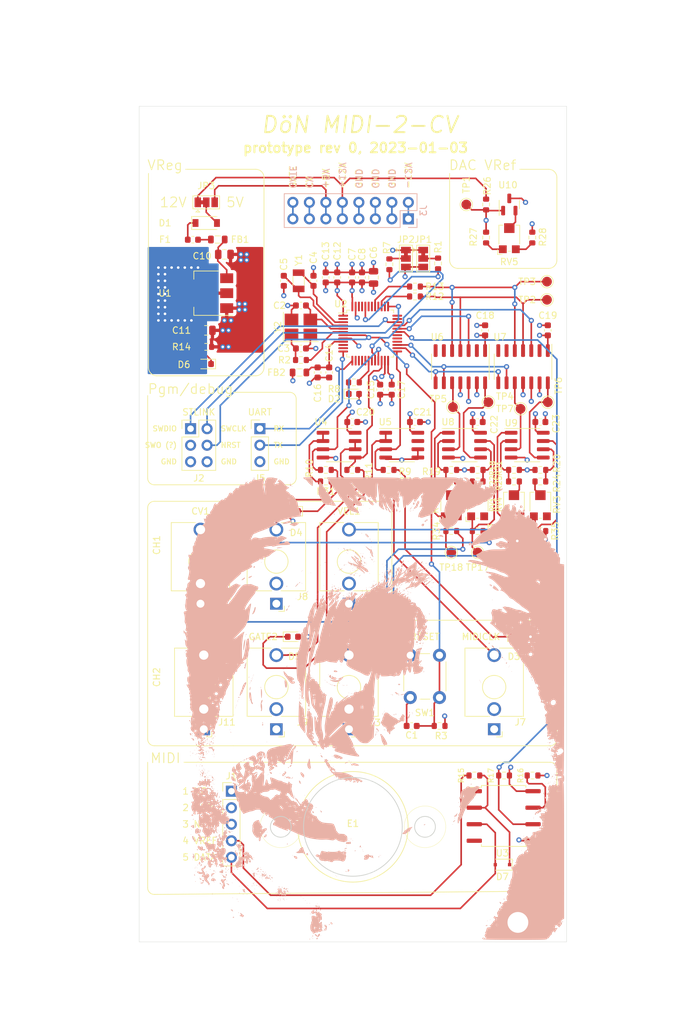
<source format=kicad_pcb>
(kicad_pcb (version 20221018) (generator pcbnew)
  (layers (0 "F.Cu" signal) (1 "In1.Cu" signal) (2 "In2.Cu" signal) (31 "B.Cu" signal) (34 "B.Paste" user) (35 "F.Paste" user) (36 "B.SilkS" user "B.Silkscreen") (37 "F.SilkS" user "F.Silkscreen") (38 "B.Mask" user) (39 "F.Mask" user) (44 "Edge.Cuts" user))
  (net 0 "")
  (net 1 "+3V3")
  (net 2 "GND")
  (net 3 "/NRST")
  (net 4 "Net-(C3-Pad1)")
  (net 5 "/SWCLK")
  (net 6 "/SWDIO")
  (net 7 "/OSC_IN")
  (net 8 "/OSC32_IN")
  (net 9 "/OSC32_OUT")
  (net 10 "Net-(U1-VI)")
  (net 11 "+3.3VA")
  (net 12 "Net-(D1-K)")
  (net 13 "Net-(D1-A)")
  (net 14 "Net-(D2-K)")
  (net 15 "Net-(D3-K)")
  (net 16 "Net-(D4-K)")
  (net 17 "Net-(D5-K)")
  (net 18 "Net-(D6-K)")
  (net 19 "Net-(D7-K)")
  (net 20 "Net-(D7-A)")
  (net 21 "Net-(F1-Pad2)")
  (net 24 "Net-(J1-Pad4)")
  (net 25 "/BUS_-12V")
  (net 26 "/BUS_5V")
  (net 27 "/BUS_CV")
  (net 28 "/BUS_GATE")
  (net 29 "/UART2_RX")
  (net 30 "/UART2_TX")
  (net 32 "Net-(J7-PadT)")
  (net 33 "Net-(J8-PadT)")
  (net 34 "Net-(J9-PadT)")
  (net 35 "Net-(J10-PadT)")
  (net 36 "Net-(J11-PadT)")
  (net 37 "Net-(J12-PadT)")
  (net 38 "Net-(J13-PadT)")
  (net 39 "Net-(JP1-C)")
  (net 40 "Net-(JP2-C)")
  (net 41 "/BOOT0")
  (net 42 "/OSC_OUT")
  (net 43 "Net-(U2-PB3)")
  (net 44 "/BOOT1")
  (net 45 "/LED1")
  (net 46 "/MIDICLK")
  (net 47 "/GATE1")
  (net 48 "/GATE2")
  (net 49 "/SPI_SCK")
  (net 50 "Net-(U2-PB5)")
  (net 51 "/SPI_MOSI")
  (net 52 "Net-(U3-VO1)")
  (net 53 "Net-(U8B--)")
  (net 54 "+12C")
  (net 55 "Net-(U8A--)")
  (net 56 "Net-(U9B--)")
  (net 57 "Net-(U9A--)")
  (net 58 "Net-(U5A--)")
  (net 59 "Net-(R22-Pad2)")
  (net 60 "Net-(R23-Pad2)")
  (net 61 "Net-(R24-Pad2)")
  (net 62 "Net-(R25-Pad2)")
  (net 63 "Net-(U4A--)")
  (net 64 "Net-(U4B--)")
  (net 65 "Net-(U10-REF)")
  (net 66 "Net-(U6-VoutA)")
  (net 67 "Net-(U6-VoutB)")
  (net 68 "Net-(U7-VoutA)")
  (net 69 "/ADC1")
  (net 70 "/ADC2")
  (net 71 "/ADC3")
  (net 72 "/ADC4")
  (net 73 "/LED2")
  (net 74 "/DAC_LATCH")
  (net 75 "/DAC_SHUTDOWN")
  (net 76 "Net-(U7-VoutB)")
  (net 78 "/MIDI_RX")
  (net 79 "/DAC1_nCS")
  (net 80 "/DAC2_nCS")
  (net 85 "/I2C1_SCL")
  (net 86 "/I2C1_SDA")
  (net 87 "/DIGIN1")
  (net 88 "/DIGIN2")
  (net 94 "+12V")
  (net 95 "/DAC_VREF")
  (net 101 "Net-(R27-Pad1)")
  (net 102 "Net-(R28-Pad2)")
  (net 110 "Net-(R33-Pad1)")
  (net 111 "Net-(R34-Pad1)")
  (net 112 "Net-(R35-Pad1)")
  (net 113 "Net-(R36-Pad1)")
  (footprint "Resistor_SMD:R_0603_1608Metric" (layer "F.Cu") (at 101.6 152.908 180)
    (fp_text reference "R15" (at 2.032 0 90) (layer "F.SilkS") (effects (font (size 0.8 0.8))))
    (fp_text value "220")
    (pad "1" smd roundrect (at -0.825 0 180) (size 0.8 0.95) (layers "F.Cu" "F.Paste" "F.Mask") (net 19 "Net-(D7-K)"))
    (pad "2" smd roundrect (at 0.825 0 180) (size 0.8 0.95) (layers "F.Cu" "F.Paste" "F.Mask") (net 24 "Net-(J1-Pad4)"))
  )
  (footprint "Package_SO:SOIC-8_3.9x4.9mm_P1.27mm" (layer "F.Cu") (at 80.772 102.108)
    (fp_text reference "U4" (at -2.794 -3.556 180) (layer "F.SilkS"))
    (fp_text value "TL072")
    (pad "1" smd roundrect (at -2.475 -1.905) (size 1.95 0.6) (layers "F.Cu" "F.Paste" "F.Mask") (net 63 "Net-(U4A--)"))
    (pad "2" smd roundrect (at -2.475 -0.635) (size 1.95 0.6) (layers "F.Cu" "F.Paste" "F.Mask") (net 63 "Net-(U4A--)"))
    (pad "3" smd roundrect (at -2.475 0.635) (size 1.95 0.6) (layers "F.Cu" "F.Paste" "F.Mask") (net 47 "/GATE1"))
    (pad "4" smd roundrect (at -2.475 1.905) (size 1.95 0.6) (layers "F.Cu" "F.Paste" "F.Mask") (net 2 "GND"))
    (pad "5" smd roundrect (at 2.475 1.905) (size 1.95 0.6) (layers "F.Cu" "F.Paste" "F.Mask") (net 48 "/GATE2"))
    (pad "6" smd roundrect (at 2.475 0.635) (size 1.95 0.6) (layers "F.Cu" "F.Paste" "F.Mask") (net 64 "Net-(U4B--)"))
    (pad "7" smd roundrect (at 2.475 -0.635) (size 1.95 0.6) (layers "F.Cu" "F.Paste" "F.Mask") (net 64 "Net-(U4B--)"))
    (pad "8" smd roundrect (at 2.475 -1.905) (size 1.95 0.6) (layers "F.Cu" "F.Paste" "F.Mask") (net 1 "+3V3"))
  )
  (footprint "Capacitor_SMD:C_0603_1608Metric" (layer "F.Cu") (at 82.804 98.552 180)
    (fp_text reference "C20" (at -2.032 1.524) (layer "F.SilkS"))
    (fp_text value "100n")
    (pad "1" smd roundrect (at -0.775 0 180) (size 0.9 0.95) (layers "F.Cu" "F.Paste" "F.Mask") (net 2 "GND"))
    (pad "2" smd roundrect (at 0.775 0 180) (size 0.9 0.95) (layers "F.Cu" "F.Paste" "F.Mask") (net 1 "+3V3"))
  )
  (footprint "Connector_PinHeader_2.54mm:PinHeader_1x05_P2.54mm_Vertical" (layer "F.Cu") (at 64.1985 155.326)
    (fp_text reference "J1" (at 0 -2.33) (layer "F.SilkS"))
    (fp_text value "DIN-5_180degree")
    (pad "1" thru_hole rect (at 0 0) (size 1.7 1.7) (drill 1) (layers "*.Cu" "*.Mask"))
    (pad "2" thru_hole oval (at 0 2.54) (size 1.7 1.7) (drill 1) (layers "*.Cu" "*.Mask") (net 2 "GND"))
    (pad "3" thru_hole oval (at 0 5.08) (size 1.7 1.7) (drill 1) (layers "*.Cu" "*.Mask"))
    (pad "4" thru_hole oval (at 0 7.62) (size 1.7 1.7) (drill 1) (layers "*.Cu" "*.Mask") (net 24 "Net-(J1-Pad4)"))
    (pad "5" thru_hole oval (at 0 10.16) (size 1.7 1.7) (drill 1) (layers "*.Cu" "*.Mask") (net 20 "Net-(D7-A)"))
  )
  (footprint "TestPoint:TestPoint_Pad_D1.5mm" (layer "F.Cu") (at 98.044 118.618)
    (fp_text reference "TP18" (at 0 2.286) (layer "F.SilkS"))
    (fp_text value "TestPoint")
    (pad "1" smd circle (at 0 0) (size 1.5 1.5) (layers "F.Cu" "F.Mask") (net 111 "Net-(R34-Pad1)"))
  )
  (footprint "Package_SO:SOIC-8_3.9x4.9mm_P1.27mm" (layer "F.Cu") (at 90.424 102.108)
    (fp_text reference "U5" (at -2.54 -3.556) (layer "F.SilkS"))
    (fp_text value "TL072")
    (pad "1" smd roundrect (at -2.475 -1.905) (size 1.95 0.6) (layers "F.Cu" "F.Paste" "F.Mask") (net 58 "Net-(U5A--)"))
    (pad "2" smd roundrect (at -2.475 -0.635) (size 1.95 0.6) (layers "F.Cu" "F.Paste" "F.Mask") (net 58 "Net-(U5A--)"))
    (pad "3" smd roundrect (at -2.475 0.635) (size 1.95 0.6) (layers "F.Cu" "F.Paste" "F.Mask") (net 46 "/MIDICLK"))
    (pad "4" smd roundrect (at -2.475 1.905) (size 1.95 0.6) (layers "F.Cu" "F.Paste" "F.Mask") (net 2 "GND"))
    (pad "5" smd roundrect (at 2.475 1.905) (size 1.95 0.6) (layers "F.Cu" "F.Paste" "F.Mask") (net 2 "GND"))
    (pad "6" smd roundrect (at 2.475 0.635) (size 1.95 0.6) (layers "F.Cu" "F.Paste" "F.Mask") (net 2 "GND"))
    (pad "7" smd roundrect (at 2.475 -0.635) (size 1.95 0.6) (layers "F.Cu" "F.Paste" "F.Mask"))
    (pad "8" smd roundrect (at 2.475 -1.905) (size 1.95 0.6) (layers "F.Cu" "F.Paste" "F.Mask") (net 1 "+3V3"))
  )
  (footprint "LED_SMD:LED_0603_1608Metric" (layer "F.Cu") (at 73.66 131.572)
    (fp_text reference "D5" (at 0.254 3.048) (layer "F.SilkS"))
    (fp_text value "amber?")
    (pad "1" smd roundrect (at -0.7875 0) (size 0.875 0.95) (layers "F.Cu" "F.Paste" "F.Mask") (net 17 "Net-(D5-K)"))
    (pad "2" smd roundrect (at 0.7875 0) (size 0.875 0.95) (layers "F.Cu" "F.Paste" "F.Mask") (net 1 "+3V3"))
  )
  (footprint "Capacitor_SMD:C_0603_1608Metric" (layer "F.Cu") (at 78.7115 76.315 -90)
    (fp_text reference "C13" (at -4.064 0 90) (layer "F.SilkS"))
    (fp_text value "100n")
    (pad "1" smd roundrect (at -0.775 0 270) (size 0.9 0.95) (layers "F.Cu" "F.Paste" "F.Mask") (net 2 "GND"))
    (pad "2" smd roundrect (at 0.775 0 270) (size 0.9 0.95) (layers "F.Cu" "F.Paste" "F.Mask") (net 1 "+3V3"))
  )
  (footprint "Jumper:SolderJumper-3_P1.3mm_Bridged12_Pad1.0x1.5mm" (layer "F.Cu") (at 60.325 64.77)
    (fp_text reference "JP3" (at 0 -2.54) (layer "F.SilkS"))
    (fp_text value "SolderJumper_3_Bridged12")
    (fp_poly (pts (xy -0.9 -0.3) (xy -0.4 -0.3) (xy -0.4 0.3) (xy -0.9 0.3)) (fill solid) (layer "F.Cu"))
    (pad "1" smd rect (at -1.3 0) (size 1 1.5) (layers "F.Cu" "F.Mask") (net 54 "+12C"))
    (pad "2" smd rect (at 0 0) (size 1 1.5) (layers "F.Cu" "F.Mask") (net 13 "Net-(D1-A)"))
    (pad "3" smd rect (at 1.3 0) (size 1 1.5) (layers "F.Cu" "F.Mask") (net 26 "/BUS_5V"))
  )
  (footprint "Package_SO:SOP-8_6.62x9.15mm_P2.54mm" (layer "F.Cu") (at 106.1085 159.131)
    (fp_text reference "U3" (at -0.1905 5.715) (layer "F.SilkS"))
    (fp_text value "6N138")
    (pad "1" smd roundrect (at -4.525 -3.81) (size 2.35 0.65) (layers "F.Cu" "F.Paste" "F.Mask"))
    (pad "2" smd roundrect (at -4.525 -1.27) (size 2.35 0.65) (layers "F.Cu" "F.Paste" "F.Mask") (net 19 "Net-(D7-K)"))
    (pad "3" smd roundrect (at -4.525 1.27) (size 2.35 0.65) (layers "F.Cu" "F.Paste" "F.Mask") (net 20 "Net-(D7-A)"))
    (pad "4" smd roundrect (at -4.525 3.81) (size 2.35 0.65) (layers "F.Cu" "F.Paste" "F.Mask"))
    (pad "5" smd roundrect (at 4.525 3.81) (size 2.35 0.65) (layers "F.Cu" "F.Paste" "F.Mask") (net 2 "GND"))
    (pad "6" smd roundrect (at 4.525 1.27) (size 2.35 0.65) (layers "F.Cu" "F.Paste" "F.Mask") (net 78 "/MIDI_RX"))
    (pad "7" smd roundrect (at 4.525 -1.27) (size 2.35 0.65) (layers "F.Cu" "F.Paste" "F.Mask") (net 52 "Net-(U3-VO1)"))
    (pad "8" smd roundrect (at 4.525 -3.81) (size 2.35 0.65) (layers "F.Cu" "F.Paste" "F.Mask") (net 1 "+3V3"))
  )
  (footprint "Resistor_SMD:R_0603_1608Metric" (layer "F.Cu") (at 88.392 107.696)
    (fp_text reference "R30" (at 3.048 0) (layer "F.SilkS"))
    (fp_text value "0")
    (pad "1" smd roundrect (at -0.825 0) (size 0.8 0.95) (layers "F.Cu" "F.Paste" "F.Mask") (net 58 "Net-(U5A--)"))
    (pad "2" smd roundrect (at 0.825 0) (size 0.8 0.95) (layers "F.Cu" "F.Paste" "F.Mask") (net 32 "Net-(J7-PadT)"))
  )
  (footprint "Jumper:SolderJumper-3_P1.3mm_Bridged12_Pad1.0x1.5mm" (layer "F.Cu") (at 91.059 73.406 -90)
    (fp_text reference "JP2" (at -2.921 0 180) (layer "F.SilkS"))
    (fp_text value "SolderJumper_3_Bridged12")
    (fp_poly (pts (xy -0.9 -0.3) (xy -0.4 -0.3) (xy -0.4 0.3) (xy -0.9 0.3)) (fill solid) (layer "F.Cu"))
    (pad "1" smd rect (at -1.3 0 270) (size 1 1.5) (layers "F.Cu" "F.Mask") (net 2 "GND"))
    (pad "2" smd rect (at 0 0 270) (size 1 1.5) (layers "F.Cu" "F.Mask") (net 40 "Net-(JP2-C)"))
    (pad "3" smd rect (at 1.3 0 270) (size 1 1.5) (layers "F.Cu" "F.Mask") (net 1 "+3V3"))
  )
  (footprint "Resistor_SMD:R_0603_1608Metric" (layer "F.Cu") (at 82.804 107.696)
    (fp_text reference "R32" (at 0 1.524) (layer "F.SilkS"))
    (fp_text value "0")
    (pad "1" smd roundrect (at -0.825 0) (size 0.8 0.95) (layers "F.Cu" "F.Paste" "F.Mask") (net 64 "Net-(U4B--)"))
    (pad "2" smd roundrect (at 0.825 0) (size 0.8 0.95) (layers "F.Cu" "F.Paste" "F.Mask") (net 34 "Net-(J9-PadT)"))
  )
  (footprint "Package_QFP:LQFP-48_7x7mm_P0.5mm" (layer "F.Cu") (at 85.5695 84.951)
    (fp_text reference "U2" (at -4.5435 -4.56) (layer "F.SilkS"))
    (fp_text value "STM32F030C8Tx")
    (pad "1" smd roundrect (at -4.1625 -2.75) (size 1.475 0.3) (layers "F.Cu" "F.Paste" "F.Mask") (net 1 "+3V3"))
    (pad "2" smd roundrect (at -4.1625 -2.25) (size 1.475 0.3) (layers "F.Cu" "F.Paste" "F.Mask"))
    (pad "3" smd roundrect (at -4.1625 -1.75) (size 1.475 0.3) (layers "F.Cu" "F.Paste" "F.Mask") (net 8 "/OSC32_IN"))
    (pad "4" smd roundrect (at -4.1625 -1.25) (size 1.475 0.3) (layers "F.Cu" "F.Paste" "F.Mask") (net 9 "/OSC32_OUT"))
    (pad "5" smd roundrect (at -4.1625 -0.75) (size 1.475 0.3) (layers "F.Cu" "F.Paste" "F.Mask") (net 7 "/OSC_IN"))
    (pad "6" smd roundrect (at -4.1625 -0.25) (size 1.475 0.3) (layers "F.Cu" "F.Paste" "F.Mask") (net 42 "/OSC_OUT"))
    (pad "7" smd roundrect (at -4.1625 0.25) (size 1.475 0.3) (layers "F.Cu" "F.Paste" "F.Mask") (net 3 "/NRST"))
    (pad "8" smd roundrect (at -4.1625 0.75) (size 1.475 0.3) (layers "F.Cu" "F.Paste" "F.Mask") (net 2 "GND"))
    (pad "9" smd roundrect (at -4.1625 1.25) (size 1.475 0.3) (layers "F.Cu" "F.Paste" "F.Mask") (net 11 "+3.3VA"))
    (pad "10" smd roundrect (at -4.1625 1.75) (size 1.475 0.3) (layers "F.Cu" "F.Paste" "F.Mask"))
    (pad "11" smd roundrect (at -4.1625 2.25) (size 1.475 0.3) (layers "F.Cu" "F.Paste" "F.Mask"))
    (pad "12" smd roundrect (at -4.1625 2.75) (size 1.475 0.3) (layers "F.Cu" "F.Paste" "F.Mask") (net 30 "/UART2_TX"))
    (pad "13" smd roundrect (at -2.75 4.1625) (size 0.3 1.475) (layers "F.Cu" "F.Paste" "F.Mask") (net 29 "/UART2_RX"))
    (pad "14" smd roundrect (at -2.25 4.1625) (size 0.3 1.475) (layers "F.Cu" "F.Paste" "F.Mask") (net 69 "/ADC1"))
    (pad "15" smd roundrect (at -1.75 4.1625) (size 0.3 1.475) (layers "F.Cu" "F.Paste" "F.Mask") (net 70 "/ADC2"))
    (pad "16" smd roundrect (at -1.25 4.1625) (size 0.3 1.475) (layers "F.Cu" "F.Paste" "F.Mask") (net 71 "/ADC3"))
    (pad "17" smd roundrect (at -0.75 4.1625) (size 0.3 1.475) (layers "F.Cu" "F.Paste" "F.Mask") (net 72 "/ADC4"))
    (pad "18" smd roundrect (at -0.25 4.1625) (size 0.3 1.475) (layers "F.Cu" "F.Paste" "F.Mask") (net 45 "/LED1"))
    (pad "19" smd roundrect (at 0.25 4.1625) (size 0.3 1.475) (layers "F.Cu" "F.Paste" "F.Mask") (net 73 "/LED2"))
    (pad "20" smd roundrect (at 0.75 4.1625) (size 0.3 1.475) (layers "F.Cu" "F.Paste" "F.Mask") (net 44 "/BOOT1"))
    (pad "21" smd roundrect (at 1.25 4.1625) (size 0.3 1.475) (layers "F.Cu" "F.Paste" "F.Mask") (net 47 "/GATE1"))
    (pad "22" smd roundrect (at 1.75 4.1625) (size 0.3 1.475) (layers "F.Cu" "F.Paste" "F.Mask") (net 48 "/GATE2"))
    (pad "23" smd roundrect (at 2.25 4.1625) (size 0.3 1.475) (layers "F.Cu" "F.Paste" "F.Mask") (net 2 "GND"))
    (pad "24" smd roundrect (at 2.75 4.1625) (size 0.3 1.475) (layers "F.Cu" "F.Paste" "F.Mask") (net 1 "+3V3"))
    (pad "25" smd roundrect (at 4.1625 2.75) (size 1.475 0.3) (layers "F.Cu" "F.Paste" "F.Mask") (net 46 "/MIDICLK"))
    (pad "26" smd roundrect (at 4.1625 2.25) (size 1.475 0.3) (layers "F.Cu" "F.Paste" "F.Mask") (net 74 "/DAC_LATCH"))
    (pad "27" smd roundrect (at 4.1625 1.75) (size 1.475 0.3) (layers "F.Cu" "F.Paste" "F.Mask") (net 75 "/DAC_SHUTDOWN"))
    (pad "28" smd roundrect (at 4.1625 1.25) (size 1.475 0.3) (layers "F.Cu" "F.Paste" "F.Mask"))
    (pad "29" smd roundrect (at 4.1625 0.75) (size 1.475 0.3) (layers "F.Cu" "F.Paste" "F.Mask"))
    (pad "30" smd roundrect (at 4.1625 0.25) (size 1.475 0.3) (layers "F.Cu" "F.Paste" "F.Mask"))
    (pad "31" smd roundrect (at 4.1625 -0.25) (size 1.475 0.3) (layers "F.Cu" "F.Paste" "F.Mask") (net 78 "/MIDI_RX"))
    (pad "32" smd roundrect (at 4.1625 -0.75) (size 1.475 0.3) (layers "F.Cu" "F.Paste" "F.Mask") (net 79 "/DAC1_nCS"))
    (pad "33" smd roundrect (at 4.1625 -1.25) (size 1.475 0.3) (layers "F.Cu" "F.Paste" "F.Mask") (net 80 "/DAC2_nCS"))
    (pad "34" smd roundrect (at 4.1625 -1.75) (size 1.475 0.3) (layers "F.Cu" "F.Paste" "F.Mask") (net 6 "/SWDIO"))
    (pad "35" smd roundrect (at 4.1625 -2.25) (size 1.475 0.3) (layers "F.Cu" "F.Paste" "F.Mask"))
    (pad "36" smd roundrect (at 4.1625 -2.75) (size 1.475 0.3) (layers "F.Cu" "F.Paste" "F.Mask"))
    (pad "37" smd roundrect (at 2.75 -4.1625) (size 0.3 1.475) (layers "F.Cu" "F.Paste" "F.Mask") (net 5 "/SWCLK"))
    (pad "38" smd roundrect (at 2.25 -4.1625) (size 0.3 1.475) (layers "F.Cu" "F.Paste" "F.Mask"))
    (pad "39" smd roundrect (at 1.75 -4.1625) (size 0.3 1.475) (layers "F.Cu" "F.Paste" "F.Mask") (net 43 "Net-(U2-PB3)"))
    (pad "40" smd roundrect (at 1.25 -4.1625) (size 0.3 1.475) (layers "F.Cu" "F.Paste" "F.Mask"))
    (pad "41" smd roundrect (at 0.75 -4.1625) (size 0.3 1.475) (layers "F.Cu" "F.Paste" "F.Mask") (net 50 "Net-(U2-PB5)"))
    (pad "42" smd roundrect (at 0.25 -4.1625) (size 0.3 1.475) (layers "F.Cu" "F.Paste" "F.Mask") (net 85 "/I2C1_SCL"))
    (pad "43" smd roundrect (at -0.25 -4.1625) (size 0.3 1.475) (layers "F.Cu" "F.Paste" "F.Mask") (net 86 "/I2C1_SDA"))
    (pad "44" smd roundrect (at -0.75 -4.1625) (size 0.3 1.475) (layers "F.Cu" "F.Paste" "F.Mask") (net 41 "/BOOT0"))
    (pad "45" smd roundrect (at -1.25 -4.1625) (size 0.3 1.475) (layers "F.Cu" "F.Paste" "F.Mask") (net 87 "/DIGIN1"))
    (pad "46" smd roundrect (at -1.75 -4.1625) (size 0.3 1.475) (layers "F.Cu" "F.Paste" "F.Mask") (net 88 "/DIGIN2"))
    (pad "47" smd roundrect (at -2.25 -4.1625) (size 0.3 1.475) (layers "F.Cu" "F.Paste" "F.Mask") (net 2 "GND"))
    (pad "48" smd roundrect (at -2.75 -4.1625) (size 0.3 1.475) (layers "F.Cu" "F.Paste" "F.Mask") (net 1 "+3V3"))
  )
  (footprint "Package_TO_SOT_SMD:SOT-23" (layer "F.Cu") (at 106.9775 65.1025 90)
    (fp_text reference "U10" (at 2.9995 -0.2115 180) (layer "F.SilkS"))
    (fp_text value "TL431DBZ")
    (pad "1" smd roundrect (at -0.9375 -0.95 90) (size 1.475 0.6) (layers "F.Cu" "F.Paste" "F.Mask") (net 95 "/DAC_VREF"))
    (pad "2" smd roundrect (at -0.9375 0.95 90) (size 1.475 0.6) (layers "F.Cu" "F.Paste" "F.Mask") (net 65 "Net-(U10-REF)"))
    (pad "3" smd roundrect (at 0.9375 0 90) (size 1.475 0.6) (layers "F.Cu" "F.Paste" "F.Mask") (net 2 "GND"))
  )
  (footprint "Capacitor_SMD:C_0805_2012Metric" (layer "F.Cu") (at 60.325 84.455)
    (fp_text reference "C11" (at -3.81 0) (layer "F.SilkS"))
    (fp_text value "10u")
    (pad "1" smd roundrect (at -0.95 0) (size 1 1.45) (layers "F.Cu" "F.Paste" "F.Mask") (net 1 "+3V3"))
    (pad "2" smd roundrect (at 0.95 0) (size 1 1.45) (layers "F.Cu" "F.Paste" "F.Mask") (net 2 "GND"))
  )
  (footprint "Capacitor_SMD:C_0603_1608Metric" (layer "F.Cu") (at 79.248 90.932 -90)
    (fp_text reference "C14" (at -3.048 0 -270) (layer "F.SilkS"))
    (fp_text value "100n")
    (pad "1" smd roundrect (at -0.775 0 270) (size 0.9 0.95) (layers "F.Cu" "F.Paste" "F.Mask") (net 11 "+3.3VA"))
    (pad "2" smd roundrect (at 0.775 0 270) (size 0.9 0.95) (layers "F.Cu" "F.Paste" "F.Mask") (net 2 "GND"))
  )
  (footprint "Package_SO:SOIC-14_3.9x8.7mm_P1.27mm" (layer "F.Cu") (at 99.441 90.043 -90)
    (fp_text reference "U6" (at -4.572 3.556 -180) (layer "F.SilkS"))
    (fp_text value "MCP4922-ESL")
    (pad "1" smd roundrect (at -2.475 -3.81 270) (size 1.95 0.6) (layers "F.Cu" "F.Paste" "F.Mask") (net 1 "+3V3"))
    (pad "2" smd roundrect (at -2.475 -2.54 270) (size 1.95 0.6) (layers "F.Cu" "F.Paste" "F.Mask"))
    (pad "3" smd roundrect (at -2.475 -1.27 270) (size 1.95 0.6) (layers "F.Cu" "F.Paste" "F.Mask") (net 79 "/DAC1_nCS"))
    (pad "4" smd roundrect (at -2.475 0 270) (size 1.95 0.6) (layers "F.Cu" "F.Paste" "F.Mask") (net 49 "/SPI_SCK"))
    (pad "5" smd roundrect (at -2.475 1.27 270) (size 1.95 0.6) (layers "F.Cu" "F.Paste" "F.Mask") (net 51 "/SPI_MOSI"))
    (pad "6" smd roundrect (at -2.475 2.54 270) (size 1.95 0.6) (layers "F.Cu" "F.Paste" "F.Mask"))
    (pad "7" smd roundrect (at -2.475 3.81 270) (size 1.95 0.6) (layers "F.Cu" "F.Paste" "F.Mask"))
    (pad "8" smd roundrect (at 2.475 3.81 270) (size 1.95 0.6) (layers "F.Cu" "F.Paste" "F.Mask") (net 74 "/DAC_LATCH"))
    (pad "9" smd roundrect (at 2.475 2.54 270) (size 1.95 0.6) (layers "F.Cu" "F.Paste" "F.Mask") (net 75 "/DAC_SHUTDOWN"))
    (pad "10" smd roundrect (at 2.475 1.27 270) (size 1.95 0.6) (layers "F.Cu" "F.Paste" "F.Mask") (net 67 "Net-(U6-VoutB)"))
    (pad "11" smd roundrect (at 2.475 0 270) (size 1.95 0.6) (layers "F.Cu" "F.Paste" "F.Mask") (net 95 "/DAC_VREF"))
    (pad "12" smd roundrect (at 2.475 -1.27 270) (size 1.95 0.6) (layers "F.Cu" "F.Paste" "F.Mask") (net 2 "GND"))
    (pad "13" smd roundrect (at 2.475 -2.54 270) (size 1.95 0.6) (layers "F.Cu" "F.Paste" "F.Mask") (net 95 "/DAC_VREF"))
    (pad "14" smd roundrect (at 2.475 -3.81 270) (size 1.95 0.6) (layers "F.Cu" "F.Paste" "F.Mask") (net 66 "Net-(U6-VoutA)"))
  )
  (footprint "Crystal:Crystal_SMD_3225-4Pin_3.2x2.5mm_HandSoldering" (layer "F.Cu") (at 74.9015 83.935)
    (fp_text reference "Y2" (at -3.556 0 90) (layer "F.SilkS"))
    (fp_text value "8MHz")
    (pad "1" smd rect (at -1.45 1.15) (size 2.1 1.8) (layers "F.Cu" "F.Paste" "F.Mask") (net 4 "Net-(C3-Pad1)"))
    (pad "2" smd rect (at 1.45 1.15) (size 2.1 1.8) (layers "F.Cu" "F.Paste" "F.Mask") (net 2 "GND"))
    (pad "3" smd rect (at 1.45 -1.15) (size 2.1 1.8) (layers "F.Cu" "F.Paste" "F.Mask") (net 7 "/OSC_IN"))
    (pad "4" smd rect (at -1.45 -1.15) (size 2.1 1.8) (layers "F.Cu" "F.Paste" "F.Mask") (net 2 "GND"))
  )
  (footprint "Connector_Audio:Jack_3.5mm_QingPu_WQP-PJ398SM_Vertical_CircularHoles" (layer "F.Cu") (at 82.296 145.796 180)
    (fp_text reference "J13" (at -3.556 1.016) (layer "F.SilkS"))
    (fp_text value "VEL2")
    (pad "S" thru_hole rect (at 0 0) (size 1.93 1.83) (drill 1.22) (layers "*.Cu" "*.Mask") (net 2 "GND"))
    (pad "T" thru_hole circle (at 0 11.4) (size 2.13 2.13) (drill 1.43) (layers "*.Cu" "*.Mask") (net 38 "Net-(J13-PadT)"))
    (pad "TN" thru_hole circle (at 0 3.1) (size 2.13 2.13) (drill 1.42) (layers "*.Cu" "*.Mask"))
    (zone (net 0) (net_name "") (layer "F.Cu") (connect_pads (clearance 0)) (min_thickness 0.254)
      (keepout (tracks not_allowed) (vias not_allowed) (pads not_allowed) (copperpour not_allowed) (footprints not_allowed))
      (fill (thermal_gap 0.508) (thermal_bridge_width 0.508))
      (polygon (pts (xy 80.790859 139.316) (xy 80.81107 139.561829) (xy 80.871159 139.801055) (xy 80.969514 140.027256) (xy 81.103492 140.234355) (xy 81.269496 140.41679) (xy 81.463068 140.569664) (xy 81.679008 140.688869) (xy 81.911518 140.771206) (xy 82.154354 140.814461) (xy 82.400993 140.817475) (xy 82.644813 140.780165) (xy 82.879266 140.703534) (xy 83.098054 140.58964) (xy 83.295303 140.441542) (xy 83.465714 140.263216) (xy 83.604712 140.059452) (xy 83.708564 139.835722) (xy 83.774481 139.598035) (xy 83.800692 139.352774) (xy 83.786493 139.106525) (xy 83.732266 138.865901) (xy 83.639468 138.637366) (xy 83.510589 138.427055) (xy 83.349092 138.240618) (xy 83.159313 138.083061) (xy 82.94635 137.958615) (xy 82.715921 137.870623) (xy 82.474215 137.821447) (xy 82.227722 137.812408) (xy 81.983064 137.84375) (xy 81.746809 137.91463) (xy 81.525303 138.023144) (xy 81.324495 138.166379) (xy 81.149777 138.340488) (xy 81.005842 138.540795) (xy 80.896555 138.761921) (xy 80.824851 138.997926) (xy 80.792656 139.242474)))
    )
  )
  (footprint "Resistor_SMD:R_0603_1608Metric" (layer "F.Cu") (at 107.696 107.696)
    (fp_text reference "R25" (at -2.286 0.254 90) (layer "F.SilkS") (effects (font (size 0.8 0.8))))
    (fp_text value "R")
    (pad "1" smd roundrect (at -0.825 0) (size 0.8 0.95) (layers "F.Cu" "F.Paste" "F.Mask") (net 57 "Net-(U9A--)"))
    (pad "2" smd roundrect (at 0.825 0) (size 0.8 0.95) (layers "F.Cu" "F.Paste" "F.Mask") (net 62 "Net-(R25-Pad2)"))
  )
  (footprint "Resistor_SMD:R_0603_1608Metric" (layer "F.Cu") (at 111.76 107.696 180)
    (fp_text reference "R24" (at -2.54 -0.254 90) (layer "F.SilkS"))
    (fp_text value "R")
    (pad "1" smd roundrect (at -0.825 0 180) (size 0.8 0.95) (layers "F.Cu" "F.Paste" "F.Mask") (net 56 "Net-(U9B--)"))
    (pad "2" smd roundrect (at 0.825 0 180) (size 0.8 0.95) (layers "F.Cu" "F.Paste" "F.Mask") (net 61 "Net-(R24-Pad2)"))
  )
  (footprint "LED_SMD:LED_0603_1608Metric" (layer "F.Cu") (at 83.058 94.234)
    (fp_text reference "D2" (at -3.048 0.762) (layer "F.SilkS"))
    (fp_text value "green")
    (pad "1" smd roundrect (at -0.7875 0) (size 0.875 0.95) (layers "F.Cu" "F.Paste" "F.Mask") (net 14 "Net-(D2-K)"))
    (pad "2" smd roundrect (at 0.7875 0) (size 0.875 0.95) (layers "F.Cu" "F.Paste" "F.Mask") (net 1 "+3V3"))
  )
  (footprint "Capacitor_SMD:C_0603_1608Metric" (layer "F.Cu") (at 72.263 76.835 -90)
    (fp_text reference "C5" (at -2.54 0 90) (layer "F.SilkS"))
    (fp_text value "10p")
    (pad "1" smd roundrect (at -0.775 0 270) (size 0.9 0.95) (layers "F.Cu" "F.Paste" "F.Mask") (net 9 "/OSC32_OUT"))
    (pad "2" smd roundrect (at 0.775 0 270) (size 0.9 0.95) (layers "F.Cu" "F.Paste" "F.Mask") (net 2 "GND"))
  )
  (footprint "Resistor_SMD:R_0603_1608Metric" (layer "F.Cu") (at 98.044 107.696)
    (fp_text reference "R23" (at -3.048 0) (layer "F.SilkS"))
    (fp_text value "R")
    (pad "1" smd roundrect (at -0.825 0) (size 0.8 0.95) (layers "F.Cu" "F.Paste" "F.Mask") (net 55 "Net-(U8A--)"))
    (pad "2" smd roundrect (at 0.825 0) (size 0.8 0.95) (layers "F.Cu" "F.Paste" "F.Mask") (net 60 "Net-(R23-Pad2)"))
  )
  (footprint "Crystal:Crystal_SMD_3215-2Pin_3.2x1.5mm" (layer "F.Cu") (at 74.549 76.835 90)
    (fp_text reference "Y1" (at 3.175 0 90) (layer "F.SilkS"))
    (fp_text value "32kHz")
    (pad "1" smd rect (at 1.25 0 90) (size 1 1.8) (layers "F.Cu" "F.Paste" "F.Mask") (net 8 "/OSC32_IN"))
    (pad "2" smd rect (at -1.25 0 90) (size 1 1.8) (layers "F.Cu" "F.Paste" "F.Mask") (net 9 "/OSC32_OUT"))
  )
  (footprint "Resistor_SMD:R_0603_1608Metric" (layer "F.Cu") (at 88.519 74.295 90)
    (fp_text reference "R7" (at 2.54 -0.381 90) (layer "F.SilkS"))
    (fp_text value "10k")
    (pad "1" smd roundrect (at -0.825 0 90) (size 0.8 0.95) (layers "F.Cu" "F.Paste" "F.Mask") (net 44 "/BOOT1"))
    (pad "2" smd roundrect (at 0.825 0 90) (size 0.8 0.95) (layers "F.Cu" "F.Paste" "F.Mask") (net 40 "Net-(JP2-C)"))
  )
  (footprint "Package_SO:SOIC-8_3.9x4.9mm_P1.27mm" (layer "F.Cu") (at 109.728 102.108)
    (fp_text reference "U9" (at -2.4638 -3.4) (layer "F.SilkS"))
    (fp_text value "TL072")
    (pad "1" smd roundrect (at -2.475 -1.905) (size 1.95 0.6) (layers "F.Cu" "F.Paste" "F.Mask") (net 113 "Net-(R36-Pad1)"))
    (pad "2" smd roundrect (at -2.475 -0.635) (size 1.95 0.6) (layers "F.Cu" "F.Paste" "F.Mask") (net 57 "Net-(U9A--)"))
    (pad "3" smd roundrect (at -2.475 0.635) (size 1.95 0.6) (layers "F.Cu" "F.Paste" "F.Mask") (net 76 "Net-(U7-VoutB)"))
    (pad "4" smd roundrect (at -2.475 1.905) (size 1.95 0.6) (layers "F.Cu" "F.Paste" "F.Mask") (net 2 "GND"))
    (pad "5" smd roundrect (at 2.475 1.905) (size 1.95 0.6) (layers "F.Cu" "F.Paste" "F.Mask") (net 68 "Net-(U7-VoutA)"))
    (pad "6" smd roundrect (at 2.475 0.635) (size 1.95 0.6) (layers "F.Cu" "F.Paste" "F.Mask") (net 56 "Net-(U9B--)"))
    (pad "7" smd roundrect (at 2.475 -0.635) (size 1.95 0.6) (layers "F.Cu" "F.Paste" "F.Mask") (net 112 "Net-(R35-Pad1)"))
    (pad "8" smd roundrect (at 2.475 -1.905) (size 1.95 0.6) (layers "F.Cu" "F.Paste" "F.Mask") (net 1 "+3V3"))
  )
  (footprint "Inductor_SMD:L_0805_2012Metric" (layer "F.Cu") (at 74.676 90.932)
    (fp_text reference "FB2" (at -3.556 0) (layer "F.SilkS"))
    (fp_text value "100r@100MHz")
    (pad "1" smd roundrect (at -1.0625 0) (size 0.875 1.2) (layers "F.Cu" "F.Paste" "F.Mask") (net 1 "+3V3"))
    (pad "2" smd roundrect (at 1.0625 0) (size 0.875 1.2) (layers "F.Cu" "F.Paste" "F.Mask") (net 11 "+3.3VA"))
  )
  (footprint "Resistor_SMD:R_0603_1608Metric" (layer "F.Cu") (at 102.108 107.696 180)
    (fp_text reference "R22" (at -2.286 -0.254 90) (layer "F.SilkS") (effects (font (size 0.8 0.8))))
    (fp_text value "R")
    (pad "1" smd roundrect (at -0.825 0 180) (size 0.8 0.95) (layers "F.Cu" "F.Paste" "F.Mask") (net 53 "Net-(U8B--)"))
    (pad "2" smd roundrect (at 0.825 0 180) (size 0.8 0.95) (layers "F.Cu" "F.Paste" "F.Mask") (net 59 "Net-(R22-Pad2)"))
  )
  (footprint "LED_SMD:LED_0603_1608Metric" (layer "F.Cu") (at 60.275 89.63 180)
    (fp_text reference "D6" (at 3.379 -0.095) (layer "F.SilkS"))
    (fp_text value "red")
    (pad "1" smd roundrect (at -0.7875 0 180) (size 0.875 0.95) (layers "F.Cu" "F.Paste" "F.Mask") (net 18 "Net-(D6-K)"))
    (pad "2" smd roundrect (at 0.7875 0 180) (size 0.875 0.95) (layers "F.Cu" "F.Paste" "F.Mask") (net 1 "+3V3"))
  )
  (footprint "Connector_Audio:Jack_3.5mm_QingPu_WQP-PJ398SM_Vertical_CircularHoles" (layer "F.Cu") (at 59.944 145.796 180)
    (fp_text reference "J11" (at -3.556 1.08) (layer "F.SilkS"))
    (fp_text value "CV2")
    (pad "S" thru_hole rect (at 0 0) (size 1.93 1.83) (drill 1.22) (layers "*.Cu" "*.Mask") (net 2 "GND"))
    (pad "T" thru_hole circle (at 0 11.4) (size 2.13 2.13) (drill 1.43) (layers "*.Cu" "*.Mask") (net 36 "Net-(J11-PadT)"))
    (pad "TN" thru_hole circle (at 0 3.1) (size 2.13 2.13) (drill 1.42) (layers "*.Cu" "*.Mask"))
    (zone (net 0) (net_name "") (layer "F.Cu") (connect_pads (clearance 0)) (min_thickness 0.254)
      (keepout (tracks not_allowed) (vias not_allowed) (pads not_allowed) (copperpour not_allowed) (footprints not_allowed))
      (fill (thermal_gap 0.508) (thermal_bridge_width 0.508))
      (polygon (pts (xy 58.438859 139.316) (xy 58.45907 139.561829) (xy 58.519159 139.801055) (xy 58.617514 140.027256) (xy 58.751492 140.234355) (xy 58.917496 140.41679) (xy 59.111068 140.569664) (xy 59.327008 140.688869) (xy 59.559518 140.771206) (xy 59.802354 140.814461) (xy 60.048993 140.817475) (xy 60.292813 140.780165) (xy 60.527266 140.703534) (xy 60.746054 140.58964) (xy 60.943303 140.441542) (xy 61.113714 140.263216) (xy 61.252712 140.059452) (xy 61.356564 139.835722) (xy 61.422481 139.598035) (xy 61.448692 139.352774) (xy 61.434493 139.106525) (xy 61.380266 138.865901) (xy 61.287468 138.637366) (xy 61.158589 138.427055) (xy 60.997092 138.240618) (xy 60.807313 138.083061) (xy 60.59435 137.958615) (xy 60.363921 137.870623) (xy 60.122215 137.821447) (xy 59.875722 137.812408) (xy 59.631064 137.84375) (xy 59.394809 137.91463) (xy 59.173303 138.023144) (xy 58.972495 138.166379) (xy 58.797777 138.340488) (xy 58.653842 138.540795) (xy 58.544555 138.761921) (xy 58.472851 138.997926) (xy 58.440656 139.242474)))
    )
  )
  (footprint "Connector_Audio:Jack_3.5mm_QingPu_WQP-PJ398SM_Vertical_CircularHoles" (layer "F.Cu") (at 71.12 145.796 180)
    (fp_text reference "J9" (at -4.03 1.08) (layer "F.SilkS"))
    (fp_text value "GATE2")
    (pad "S" thru_hole rect (at 0 0) (size 1.93 1.83) (drill 1.22) (layers "*.Cu" "*.Mask") (net 2 "GND"))
    (pad "T" thru_hole circle (at 0 11.4) (size 2.13 2.13) (drill 1.43) (layers "*.Cu" "*.Mask") (net 34 "Net-(J9-PadT)"))
    (pad "TN" thru_hole circle (at 0 3.1) (size 2.13 2.13) (drill 1.42) (layers "*.Cu" "*.Mask"))
    (zone (net 0) (net_name "") (layer "F.Cu") (connect_pads (clearance 0)) (min_thickness 0.254)
      (keepout (tracks not_allowed) (vias not_allowed) (pads not_allowed) (copperpour not_allowed) (footprints not_allowed))
      (fill (thermal_gap 0.508) (thermal_bridge_width 0.508))
      (polygon (pts (xy 69.614859 139.316) (xy 69.63507 139.561829) (xy 69.695159 139.801055) (xy 69.793514 140.027256) (xy 69.927492 140.234355) (xy 70.093496 140.41679) (xy 70.287068 140.569664) (xy 70.503008 140.688869) (xy 70.735518 140.771206) (xy 70.978354 140.814461) (xy 71.224993 140.817475) (xy 71.468813 140.780165) (xy 71.703266 140.703534) (xy 71.922054 140.58964) (xy 72.119303 140.441542) (xy 72.289714 140.263216) (xy 72.428712 140.059452) (xy 72.532564 139.835722) (xy 72.598481 139.598035) (xy 72.624692 139.352774) (xy 72.610493 139.106525) (xy 72.556266 138.865901) (xy 72.463468 138.637366) (xy 72.334589 138.427055) (xy 72.173092 138.240618) (xy 71.983313 138.083061) (xy 71.77035 137.958615) (xy 71.539921 137.870623) (xy 71.298215 137.821447) (xy 71.051722 137.812408) (xy 70.807064 137.84375) (xy 70.570809 137.91463) (xy 70.349303 138.023144) (xy 70.148495 138.166379) (xy 69.973777 138.340488) (xy 69.829842 138.540795) (xy 69.720555 138.761921) (xy 69.648851 138.997926) (xy 69.616656 139.242474)))
    )
  )
  (footprint "Potentiometer_SMD:Potentiometer_Bourns_TC33X_Vertical" (layer "F.Cu") (at 98.044 111.252 90)
    (fp_text reference "RV2" (at 0 -2.5 90) (layer "F.SilkS"))
    (fp_text value "R")
    (pad "1" smd rect (at -1.8 -1 90) (size 1.2 1.2) (layers "F.Cu" "F.Paste" "F.Mask") (net 111 "Net-(R34-Pad1)"))
    (pad "2" smd rect (at 1.45 0 90) (size 1.5 1.6) (layers "F.Cu" "F.Paste" "F.Mask") (net 60 "Net-(R23-Pad2)"))
    (pad "3" smd rect (at -1.8 1 90) (size 1.2 1.2) (layers "F.Cu" "F.Paste" "F.Mask"))
  )
  (footprint "Capacitor_SMD:C_0603_1608Metric" (layer "F.Cu") (at 76.835 76.835 90)
    (fp_text reference "C4" (at 3.556 0 90) (layer "F.SilkS"))
    (fp_text value "10p")
    (pad "1" smd roundrect (at -0.775 0 90) (size 0.9 0.95) (layers "F.Cu" "F.Paste" "F.Mask") (net 8 "/OSC32_IN"))
    (pad "2" smd roundrect (at 0.775 0 90) (size 0.9 0.95) (layers "F.Cu" "F.Paste" "F.Mask") (net 2 "GND"))
  )
  (footprint "Capacitor_SMD:C_0603_1608Metric" (layer "F.Cu") (at 91.948 145.288 180)
    (fp_text reference "C1" (at 0 -1.43) (layer "F.SilkS"))
    (fp_text value "100n")
    (pad "1" smd roundrect (at -0.775 0 180) (size 0.9 0.95) (layers "F.Cu" "F.Paste" "F.Mask") (net 3 "/NRST"))
    (pad "2" smd roundrect (at 0.775 0 180) (size 0.9 0.95) (layers "F.Cu" "F.Paste" "F.Mask") (net 2 "GND"))
  )
  (footprint "Resistor_SMD:R_0603_1608Metric" (layer "F.Cu") (at 110.5175 70.1825 -90)
    (fp_text reference "R28" (at -0.0785 -1.606 90) (layer "F.SilkS"))
    (fp_text value "330")
    (pad "1" smd roundrect (at -0.825 0 270) (size 0.8 0.95) (layers "F.Cu" "F.Paste" "F.Mask") (net 2 "GND"))
    (pad "2" smd roundrect (at 0.825 0 270) (size 0.8 0.95) (layers "F.Cu" "F.Paste" "F.Mask") (net 102 "Net-(R28-Pad2)"))
  )
  (footprint "LED_SMD:LED_0603_1608Metric" (layer "F.Cu") (at 108.204 131.572)
    (fp_text reference "D3" (at -0.508 3.048) (layer "F.SilkS"))
    (fp_text value "green")
    (pad "1" smd roundrect (at -0.7875 0) (size 0.875 0.95) (layers "F.Cu" "F.Paste" "F.Mask") (net 15 "Net-(D3-K)"))
    (pad "2" smd roundrect (at 0.7875 0) (size 0.875 0.95) (layers "F.Cu" "F.Paste" "F.Mask") (net 1 "+3V3"))
  )
  (footprint "Resistor_SMD:R_0603_1608Metric" (layer "F.Cu") (at 96.012 74.168 90)
    (fp_text reference "R1" (at 2.54 0 90) (layer "F.SilkS"))
    (fp_text value "10k")
    (pad "1" smd roundrect (at -0.825 0 90) (size 0.8 0.95) (layers "F.Cu" "F.Paste" "F.Mask") (net 41 "/BOOT0"))
    (pad "2" smd roundrect (at 0.825 0 90) (size 0.8 0.95) (layers "F.Cu" "F.Paste" "F.Mask") (net 39 "Net-(JP1-C)"))
  )
  (footprint "Resistor_SMD:R_0603_1608Metric" (layer "F.Cu") (at 98.044 115.316)
    (fp_text reference "R34" (at -2.286 0 90) (layer "F.SilkS"))
    (fp_text value "0")
    (pad "1" smd roundrect (at -0.825 0) (size 0.8 0.95) (layers "F.Cu" "F.Paste" "F.Mask") (net 111 "Net-(R34-Pad1)"))
    (pad "2" smd roundrect (at 0.825 0) (size 0.8 0.95) (layers "F.Cu" "F.Paste" "F.Mask") (net 36 "Net-(J11-PadT)"))
  )
  (footprint "Resistor_SMD:R_0603_1608Metric" (layer "F.Cu") (at 111.76 105.918)
    (fp_text reference "R20" (at 2.54 -1.016 90) (layer "F.SilkS"))
    (fp_text value "R")
    (pad "1" smd roundrect (at -0.825 0) (size 0.8 0.95) (layers "F.Cu" "F.Paste" "F.Mask") (net 2 "GND"))
    (pad "2" smd roundrect (at 0.825 0) (size 0.8 0.95) (layers "F.Cu" "F.Paste" "F.Mask") (net 56 "Net-(U9B--)"))
  )
  (footprint "Package_SO:SOIC-14_3.9x8.7mm_P1.27mm" (layer "F.Cu") (at 109.093 90.043 -90)
    (fp_text reference "U7" (at -4.572 3.556 -180) (layer "F.SilkS"))
    (fp_text value "MCP4922-ESL")
    (pad "1" smd roundrect (at -2.475 -3.81 270) (size 1.95 0.6) (layers "F.Cu" "F.Paste" "F.Mask") (net 1 "+3V3"))
    (pad "2" smd roundrect (at -2.475 -2.54 270) (size 1.95 0.6) (layers "F.Cu" "F.Paste" "F.Mask"))
    (pad "3" smd roundrect (at -2.475 -1.27 270) (size 1.95 0.6) (layers "F.Cu" "F.Paste" "F.Mask") (net 80 "/DAC2_nCS"))
    (pad "4" smd roundrect (at -2.475 0 270) (size 1.95 0.6) (layers "F.Cu" "F.Paste" "F.Mask") (net 49 "/SPI_SCK"))
    (pad "5" smd roundrect (at -2.475 1.27 270) (size 1.95 0.6) (layers "F.Cu" "F.Paste" "F.Mask") (net 51 "/SPI_MOSI"))
    (pad "6" smd roundrect (at -2.475 2.54 270) (size 1.95 0.6) (layers "F.Cu" "F.Paste" "F.Mask"))
    (pad "7" smd roundrect (at -2.475 3.81 270) (size 1.95 0.6) (layers "F.Cu" "F.Paste" "F.Mask"))
    (pad "8" smd roundrect (at 2.475 3.81 270) (size 1.95 0.6) (layers "F.Cu" "F.Paste" "F.Mask") (net 74 "/DAC_LATCH"))
    (pad "9" smd roundrect (at 2.475 2.54 270) (size 1.95 0.6) (layers "F.Cu" "F.Paste" "F.Mask") (net 75 "/DAC_SHUTDOWN"))
    (pad "10" smd roundrect (at 2.475 1.27 270) (size 1.95 0.6) (layers "F.Cu" "F.Paste" "F.Mask") (net 76 "Net-(U7-VoutB)"))
    (pad "11" smd roundrect (at 2.475 0 270) (size 1.95 0.6) (layers "F.Cu" "F.Paste" "F.Mask") (net 95 "/DAC_VREF"))
    (pad "12" smd roundrect (at 2.475 -1.27 270) (size 1.95 0.6) (layers "F.Cu" "F.Paste" "F.Mask") (net 2 "GND"))
    (pad "13" smd roundrect (at 2.475 -2.54 270) (size 1.95 0.6) (layers "F.Cu" "F.Paste" "F.Mask") (net 95 "/DAC_VREF"))
    (pad "14" smd roundrect (at 2.475 -3.81 270) (size 1.95 0.6) (layers "F.Cu" "F.Paste" "F.Mask") (net 68 "Net-(U7-VoutA)"))
  )
  (footprint "Connector_Audio:Jack_3.5mm_QingPu_WQP-PJ398SM_Vertical_CircularHoles" (layer "F.Cu") (at 104.648 145.796 180)
    (fp_text reference "J7" (at -4.03 1.08) (layer "F.SilkS"))
    (fp_text value "MIDICLK")
    (pad "S" thru_hole rect (at 0 0) (size 1.93 1.83) (drill 1.22) (layers "*.Cu" "*.Mask") (net 2 "GND"))
    (pad "T" thru_hole circle (at 0 11.4) (size 2.13 2.13) (drill 1.43) (layers "*.Cu" "*.Mask") (net 32 "Net-(J7-PadT)"))
    (pad "TN" thru_hole circle (at 0 3.1) (size 2.13 2.13) (drill 1.42) (layers "*.Cu" "*.Mask"))
    (zone (net 0) (net_name "") (layer "F.Cu") (connect_pads (clearance 0)) (min_thickness 0.254)
      (keepout (tracks not_allowed) (vias not_allowed) (pads not_allowed) (copperpour not_allowed) (footprints not_allowed))
      (fill (thermal_gap 0.508) (thermal_bridge_width 0.508))
      (polygon (pts (xy 103.142859 139.316) (xy 103.16307 139.561829) (xy 103.223159 139.801055) (xy 103.321514 140.027256) (xy 103.455492 140.234355) (xy 103.621496 140.41679) (xy 103.815068 140.569664) (xy 104.031008 140.688869) (xy 104.263518 140.771206) (xy 104.506354 140.814461) (xy 104.752993 140.817475) (xy 104.996813 140.780165) (xy 105.231266 140.703534) (xy 105.450054 140.58964) (xy 105.647303 140.441542) (xy 105.817714 140.263216) (xy 105.956712 140.059452) (xy 106.060564 139.835722) (xy 106.126481 139.598035) (xy 106.152692 139.352774) (xy 106.138493 139.106525) (xy 106.084266 138.865901) (xy 105.991468 138.637366) (xy 105.862589 138.427055) (xy 105.701092 138.240618) (xy 105.511313 138.083061) (xy 105.29835 137.958615) (xy 105.067921 137.870623) (xy 104.826215 137.821447) (xy 104.579722 137.812408) (xy 104.335064 137.84375) (xy 104.098809 137.91463) (xy 103.877303 138.023144) (xy 103.676495 138.166379) (xy 103.501777 138.340488) (xy 103.357842 138.540795) (xy 103.248555 138.761921) (xy 103.176851 138.997926) (xy 103.144656 139.242474)))
    )
  )
  (footprint "Fuse:Fuse_0603_1608Metric" (layer "F.Cu") (at 58.2675 70.515)
    (fp_text reference "F1" (at -4.2925 -0.03) (layer "F.SilkS"))
    (fp_text value "500 mA?")
    (pad "1" smd roundrect (at -0.7875 0) (size 0.875 0.95) (layers "F.Cu" "F.Paste" "F.Mask") (net 12 "Net-(D1-K)"))
    (pad "2" smd roundrect (at 0.7875 0) (size 0.875 0.95) (layers "F.Cu" "F.Paste" "F.Mask") (net 21 "Net-(F1-Pad2)"))
  )
  (footprint "Resistor_SMD:R_0603_1608Metric" (layer "F.Cu") (at 88.392 105.918)
    (fp_text reference "R9" (at 2.54 0.254) (layer "F.SilkS"))
    (fp_text value "1k?")
    (pad "1" smd roundrect (at -0.825 0) (size 0.8 0.95) (layers "F.Cu" "F.Paste" "F.Mask") (net 46 "/MIDICLK"))
    (pad "2" smd roundrect (at 0.825 0) (size 0.8 0.95) (layers "F.Cu" "F.Paste" "F.Mask") (net 15 "Net-(D3-K)"))
  )
  (footprint "Resistor_SMD:R_0603_1608Metric" (layer "F.Cu") (at 110.5535 152.908)
    (fp_text reference "R16" (at -1.8415 0 90) (layer "F.SilkS") (effects (font (size 0.8 0.8))))
    (fp_text value "4k7")
    (pad "1" smd roundrect (at -0.825 0) (size 0.8 0.95) (layers "F.Cu" "F.Paste" "F.Mask") (net 52 "Net-(U3-VO1)"))
    (pad "2" smd roundrect (at 0.825 0) (size 0.8 0.95) (layers "F.Cu" "F.Paste" "F.Mask") (net 2 "GND"))
  )
  (footprint "Capacitor_SMD:C_0603_1608Metric" (layer "F.Cu") (at 92.456 98.552 180)
    (fp_text reference "C21" (at -1.143 1.524) (layer "F.SilkS"))
    (fp_text value "100n")
    (pad "1" smd roundrect (at -0.775 0 180) (size 0.9 0.95) (layers "F.Cu" "F.Paste" "F.Mask") (net 2 "GND"))
    (pad "2" smd roundrect (at 0.775 0 180) (size 0.9 0.95) (layers "F.Cu" "F.Paste" "F.Mask") (net 1 "+3V3"))
  )
  (footprint "custom:DIN  Panel Mount Electrokit" (layer "F.Cu") (at 82.9 160.8)
    (fp_text reference "E1" (at 0 -0.5 unlocked) (layer "F.SilkS"))
    (fp_text value "midi_panel_mount")
    (fp_circle (center -11.1 0) (end -9.5 0) (stroke (width 0.12)) (fill none) (layer "Edge.Cuts"))
    (fp_circle (center 0 0) (end 7.6 0) (stroke (width 0.12)) (fill none) (layer "Edge.Cuts"))
    (fp_circle (center 11.1 0) (end 12.7 0) (stroke (width 0.12)) (fill none) (layer "Edge.Cuts"))
  )
  (footprint "Capacitor_SMD:C_0603_1608Metric" (layer "F.Cu") (at 102.108 98.552 180)
    (fp_text reference "C22" (at -2.54 -0.381 270) (layer "F.SilkS"))
    (fp_text value "100n")
    (pad "1" smd roundrect (at -0.775 0 180) (size 0.9 0.95) (layers "F.Cu" "F.Paste" "F.Mask") (net 2 "GND"))
    (pad "2" smd roundrect (at 0.775 0 180) (size 0.9 0.95) (layers "F.Cu" "F.Paste" "F.Mask") (net 1 "+3V3"))
  )
  (footprint "Resistor_SMD:R_0603_1608Metric" (layer "F.Cu") (at 111.76 115.316)
    (fp_text reference "R35" (at 2.286 0 90) (layer "F.SilkS"))
    (fp_text value "0")
    (pad "1" smd roundrect (at -0.825 0) (size 0.8 0.95) (layers "F.Cu" "F.Paste" "F.Mask") (net 112 "Net-(R35-Pad1)"))
    (pad "2" smd roundrect (at 0.825 0) (size 0.8 0.95) (layers "F.Cu" "F.Paste" "F.Mask") (net 37 "Net-(J12-PadT)"))
  )
  (footprint "Inductor_SMD:L_0805_2012Metric" (layer "F.Cu") (at 62.103 70.485)
    (fp_text reference "FB1" (at 3.429 0) (layer "F.SilkS"))
    (fp_text value "100r@100MHz")
    (pad "1" smd roundrect (at -1.0625 0) (size 0.875 1.2) (layers "F.Cu" "F.Paste" "F.Mask") (net 21 "Net-(F1-Pad2)"))
    (pad "2" smd roundrect (at 1.0625 0) (size 0.875 1.2) (layers "F.Cu" "F.Paste" "F.Mask") (net 10 "Net-(U1-VI)"))
  )
  (footprint "Capacitor_SMD:C_0805_2012Metric" (layer "F.Cu") (at 63.119 72.771)
    (fp_text reference "C10" (at -3.429 0.254) (layer "F.SilkS"))
    (fp_text value "10u")
    (pad "1" smd roundrect (at -0.95 0) (size 1 1.45) (layers "F.Cu" "F.Paste" "F.Mask") (net 10 "Net-(U1-VI)"))
    (pad "2" smd roundrect (at 0.95 0) (size 1 1.45) (layers "F.Cu" "F.Paste" "F.Mask") (net 2 "GND"))
  )
  (footprint "Package_TO_SOT_SMD:SOT-223-3_TabPin2" (layer "F.Cu") (at 60.325 78.74 180)
    (fp_text reference "U1" (at 6.35 0) (layer "F.SilkS"))
    (fp_text value "NCP1117-3.3_SOT223")
    (pad "1" smd rect (at -3.15 -2.3 180) (size 2 1.5) (layers "F.Cu" "F.Paste" "F.Mask") (net 2 "GND"))
    (pad "2" smd rect (at -3.15 0 180) (size 2 1.5) (layers "F.Cu" "F.Paste" "F.Mask") (net 1 "+3V3"))
    (pad "2" smd rect (at 3.15 0 180) (size 2 3.8) (layers "F.Cu" "F.Paste" "F.Mask") (net 1 "+3V3"))
    (pad "3" smd rect (at -3.15 2.3 180) (size 2 1.5) (layers "F.Cu" "F.Paste" "F.Mask") (net 10 "Net-(U1-VI)"))
  )
  (footprint "Button_Switch_THT:SW_PUSH_6mm" (layer "F.Cu") (at 91.73 140.918 90)
    (fp_text reference "SW1" (at -2.338 2.25) (layer "F.SilkS"))
    (fp_text value "SW_Push")
    (pad "1" thru_hole circle (at 0 0 180) (size 2 2) (drill 1.1) (layers "*.Cu" "*.Mask") (net 2 "GND"))
    (pad "1" thru_hole circle (at 6.5 0 180) (size 2 2) (drill 1.1) (layers "*.Cu" "*.Mask") (net 2 "GND"))
    (pad "2" thru_hole circle (at 0 4.5 180) (size 2 2) (drill 1.1) (layers "*.Cu" "*.Mask") (net 3 "/NRST"))
    (pad "2" thru_hole circle (at 6.5 4.5 180) (size 2 2) (drill 1.1) (layers "*.Cu" "*.Mask") (net 3 "/NRST"))
  )
  (footprint "Capacitor_SMD:C_0603_1608Metric" (layer "F.Cu") (at 84.2995 76.315 -90)
    (fp_text reference "C8" (at -3.556 0 90) (layer "F.SilkS"))
    (fp_text value "100n")
    (pad "1" smd roundrect (at -0.775 0 270) (size 0.9 0.95) (layers "F.Cu" "F.Paste" "F.Mask") (net 2 "GND"))
    (pad "2" smd roundrect (at 0.775 0 270) (size 0.9 0.95) (layers "F.Cu" "F.Paste" "F.Mask") (net 1 "+3V3"))
  )
  (footprint "Resistor_SMD:R_0603_1608Metric" (layer "F.Cu") (at 96.249258 145.288)
    (fp_text reference "R3" (at 0.237258 1.524) (layer "F.SilkS"))
    (fp_text value "10k")
    (pad "1" smd roundrect (at -0.825 0) (size 0.8 0.95) (layers "F.Cu" "F.Paste" "F.Mask") (net 3 "/NRST"))
    (pad "2" smd roundrect (at 0.825 0) (size 0.8 0.95) (layers "F.Cu" "F.Paste" "F.Mask") (net 1 "+3V3"))
  )
  (footprint "Resistor_SMD:R_0603_1608Metric" (layer "F.Cu") (at 103.4055 70.1825 90)
    (fp_text reference "R27" (at 0.0785 -1.95 90) (layer "F.SilkS"))
    (fp_text value "330")
    (pad "1" smd roundrect (at -0.825 0 90) (size 0.8 0.95) (layers "F.Cu" "F.Paste" "F.Mask") (net 101 "Net-(R27-Pad1)"))
    (pad "2" smd roundrect (at 0.825 0 90) (size 0.8 0.95) (layers "F.Cu" "F.Paste" "F.Mask") (net 95 "/DAC_VREF"))
  )
  (footprint "Capacitor_SMD:C_0603_1608Metric" (layer "F.Cu") (at 88.8715 93.574 90)
    (fp_text reference "C17" (at 0 1.524 90) (layer "F.SilkS"))
    (fp_text value "100n")
    (pad "1" smd roundrect (at -0.775 0 90) (size 0.9 0.95) (layers "F.Cu" "F.Paste" "F.Mask") (net 2 "GND"))
    (pad "2" smd roundrect (at 0.775 0 90) (size 0.9 0.95) (layers "F.Cu" "F.Paste" "F.Mask") (net 1 "+3V3"))
  )
  (footprint "TestPoint:TestPoint_Pad_D1.5mm" (layer "F.Cu") (at 111.76 118.618)
    (fp_text reference "TP19" (at 0 2.286) (layer "F.SilkS"))
    (fp_text value "TestPoint")
    (pad "1" smd circle (at 0 0) (size 1.5 1.5) (layers "F.Cu" "F.Mask") (net 112 "Net-(R35-Pad1)"))
  )
  (footprint "Jumper:SolderJumper-3_P1.3mm_Bridged12_Pad1.0x1.5mm" (layer "F.Cu") (at 93.726 73.406 -90)
    (fp_text reference "JP1" (at -2.921 0 180) (layer "F.SilkS"))
    (fp_text value "SolderJumper_3_Bridged12")
    (fp_poly (pts (xy -0.9 -0.3) (xy -0.4 -0.3) (xy -0.4 0.3) (xy -0.9 0.3)) (fill solid) (layer "F.Cu"))
    (pad "1" smd rect (at -1.3 0 270) (size 1 1.5) (layers "F.Cu" "F.Mask") (net 2 "GND"))
    (pad "2" smd rect (at 0 0 270) (size 1 1.5) (layers "F.Cu" "F.Mask") (net 39 "Net-(JP1-C)"))
    (pad "3" smd rect (at 1.3 0 270) (size 1 1.5) (layers "F.Cu" "F.Mask") (net 1 "+3V3"))
  )
  (footprint "Capacitor_SMD:C_0603_1608Metric" (layer "F.Cu") (at 111.76 98.552 180)
    (fp_text reference "C23" (at -2.413 -0.254 270) (layer "F.SilkS"))
    (fp_text value "100n")
    (pad "1" smd roundrect (at -0.775 0 180) (size 0.9 0.95) (layers "F.Cu" "F.Paste" "F.Mask") (net 2 "GND"))
    (pad "2" smd roundrect (at 0.775 0 180) (size 0.9 0.95) (layers "F.Cu" "F.Paste" "F.Mask") (net 1 "+3V3"))
  )
  (footprint "Resistor_SMD:R_0603_1608Metric" (layer "F.Cu") (at 107.696 105.918 180)
    (fp_text reference "R21" (at 2.286 0.254 90) (layer "F.SilkS") (effects (font (size 0.8 0.8))))
    (fp_text value "R")
    (pad "1" smd roundrect (at -0.825 0 180) (size 0.8 0.95) (layers "F.Cu" "F.Paste" "F.Mask") (net 2 "GND"))
    (pad "2" smd roundrect (at 0.825 0 180) (size 0.8 0.95) (layers "F.Cu" "F.Paste" "F.Mask") (net 57 "Net-(U9A--)"))
  )
  (footprint "Potentiometer_SMD:Potentiometer_Bourns_TC33X_Vertical" (layer "F.Cu") (at 111.76 111.252 90)
    (fp_text reference "RV3" (at 0 2.54 90) (layer "F.SilkS"))
    (fp_text value "R")
    (pad "1" smd rect (at -1.8 -1 90) (size 1.2 1.2) (layers "F.Cu" "F.Paste" "F.Mask") (net 112 "Net-(R35-Pad1)"))
    (pad "2" smd rect (at 1.45 0 90) (size 1.5 1.6) (layers "F.Cu" "F.Paste" "F.Mask") (net 61 "Net-(R24-Pad2)"))
    (pad "3" smd rect (at -1.8 1 90) (size 1.2 1.2) (layers "F.Cu" "F.Paste" "F.Mask"))
  )
  (footprint "Connector_PinHeader_2.54mm:PinHeader_1x03_P2.54mm_Vertical" (layer "F.Cu") (at 68.58 99.568)
    (fp_text reference "J5" (at 0 7.62) (layer "F.SilkS"))
    (fp_text value "UART")
    (pad "1" thru_hole rect (at 0 0) (size 1.7 1.7) (drill 1) (layers "*.Cu" "*.Mask") (net 29 "/UART2_RX"))
    (pad "2" thru_hole oval (at 0 2.54) (size 1.7 1.7) (drill 1) (layers "*.Cu" "*.Mask") (net 30 "/UART2_TX"))
    (pad "3" thru_hole oval (at 0 5.08) (size 1.7 1.7) (drill 1) (layers "*.Cu" "*.Mask") (net 2 "GND"))
  )
  (footprint "TestPoint:TestPoint_Pad_D1.5mm" (layer "F.Cu") (at 108.712 96.52)
    (fp_text reference "TP7" (at -2.413 0 180) (layer "F.SilkS"))
    (fp_text value "TestPoint_Small")
    (pad "1" smd circle (at 0 0) (size 1.5 1.5) (layers "F.Cu" "F.Mask") (net 76 "Net-(U7-VoutB)"))
  )
  (footprint "LED_SMD:LED_0603_1608Metric" (layer "F.Cu") (at 73.66 112.268 180)
    (fp_text reference "D4" (at -0.508 -3.302) (layer "F.SilkS"))
    (fp_text value "amber?")
    (pad "1" smd roundrect (at -0.7875 0 180) (size 0.875 0.95) (layers "F.Cu" "F.Paste" "F.Mask") (net 16 "Net-(D4-K)"))
    (pad "2" smd roundrect (at 0.7875 0 180) (size 0.875 0.95) (layers "F.Cu" "F.Paste" "F.Mask") (net 1 "+3V3"))
  )
  (footprint "Resistor_SMD:R_0603_1608Metric" (layer "F.Cu") (at 74.9015 89.015)
    (fp_text reference "R2" (at -2.54 0) (layer "F.SilkS"))
    (fp_text value "390")
    (pad "1" smd roundrect (at -0.825 0) (size 0.8 0.95) (layers "F.Cu" "F.Paste" "F.Mask") (net 4 "Net-(C3-Pad1)"))
    (pad "2" smd roundrect (at 0.825 0) (size 0.8 0.95) (layers "F.Cu" "F.Paste" "F.Mask") (net 42 "/OSC_OUT"))
  )
  (footprint "Connector_Audio:Jack_3.5mm_QingPu_WQP-PJ398SM_Vertical_CircularHoles" (layer "F.Cu") (at 71.12 126.492 180)
    (fp_text reference "J8" (at -4.03 1.08) (layer "F.SilkS"))
    (fp_text value "GATE1")
    (pad "S" thru_hole rect (at 0 0) (size 1.93 1.83) (drill 1.22) (layers "*.Cu" "*.Mask") (net 2 "GND"))
    (pad "T" thru_hole circle (at 0 11.4) (size 2.13 2.13) (drill 1.43) (layers "*.Cu" "*.Mask") (net 33 "Net-(J8-PadT)"))
    (pad "TN" thru_hole circle (at 0 3.1) (size 2.13 2.13) (drill 1.42) (layers "*.Cu" "*.Mask"))
    (zone (net 0) (net_name "") (layer "F.Cu") (connect_pads (clearance 0)) (min_thickness 0.254)
      (keepout (tracks not_allowed) (vias not_allowed) (pads not_allowed) (copperpour not_allowed) (footprints not_allowed))
      (fill (thermal_gap 0.508) (thermal_bridge_width 0.508))
      (polygon (pts (xy 69.614859 120.012) (xy 69.63507 120.257829) (xy 69.695159 120.497055) (xy 69.793514 120.723256) (xy 69.927492 120.930355) (xy 70.093496 121.11279) (xy 70.287068 121.265664) (xy 70.503008 121.384869) (xy 70.735518 121.467206) (xy 70.978354 121.510461) (xy 71.224993 121.513475) (xy 71.468813 121.476165) (xy 71.703266 121.399534) (xy 71.922054 121.28564) (xy 72.119303 121.137542) (xy 72.289714 120.959216) (xy 72.428712 120.755452) (xy 72.532564 120.531722) (xy 72.598481 120.294035) (xy 72.624692 120.048774) (xy 72.610493 119.802525) (xy 72.556266 119.561901) (xy 72.463468 119.333366) (xy 72.334589 119.123055) (xy 72.173092 118.936618) (xy 71.983313 118.779061) (xy 71.77035 118.654615) (xy 71.539921 118.566623) (xy 71.298215 118.517447) (xy 71.051722 118.508408) (xy 70.807064 118.53975) (xy 70.570809 118.61063) (xy 70.349303 118.719144) (xy 70.148495 118.862379) (xy 69.973777 119.036488) (xy 69.829842 119.236795) (xy 69.720555 119.457921) (xy 69.648851 119.693926) (xy 69.616656 119.938474)))
    )
  )
  (footprint "Capacitor_SMD:C_0603_1608Metric" (layer "F.Cu") (at 74.9015 87.237)
    (fp_text reference "C3" (at -2.667 0) (layer "F.SilkS"))
    (fp_text value "20p")
    (pad "1" smd roundrect (at -0.775 0) (size 0.9 0.95) (layers "F.Cu" "F.Paste" "F.Mask") (net 4 "Net-(C3-Pad1)"))
    (pad "2" smd roundrect (at 0.775 0) (size 0.9 0.95) (layers "F.Cu" "F.Paste" "F.Mask") (net 2 "GND"))
  )
  (footprint "Resistor_SMD:R_0603_1608Metric" (layer "F.Cu") (at 103.4055 65.1025 -90)
    (fp_text reference "R26" (at -2.8725 -0.1855 90) (layer "F.SilkS"))
    (fp_text value "330")
    (pad "1" smd roundrect (at -0.825 0 270) (size 0.8 0.95) (layers "F.Cu" "F.Paste" "F.Mask") (net 94 "+12V"))
    (pad "2" smd roundrect (at 0.825 0 270) (size 0.8 0.95) (layers "F.Cu" "F.Paste" "F.Mask") (net 95 "/DAC_VREF"))
  )
  (footprint "TestPoint:TestPoint_Pad_D1.5mm" (layer "F.Cu") (at 100.3575 65.1025 90)
    (fp_text reference "TP1" (at 3.048 0 90) (layer "F.SilkS"))
    (fp_text value "TestPoint")
    (pad "1" smd circle (at 0 0 90) (size 1.5 1.5) (layers "F.Cu" "F.Mask") (net 95 "/DAC_VREF"))
  )
  (footprint "MountingHole:MountingHole_3.2mm_M3" (layer "F.Cu") (at 108.3 53)
    (fp_text reference "H2" hide)
    (fp_text value "MountingHole")
    (pad "" np_thru_hole circle (at 0 0) (size 3.2 3.2) (drill 3.2) (layers "*.Cu" "*.Mask"))
  )
  (footprint "Resistor_SMD:R_0603_1608Metric" (layer "F.Cu") (at 102.108 105.918)
    (fp_text reference "R18" (at 2.286 -0.254 90) (layer "F.SilkS") (effects (font (size 0.8 0.8))))
    (fp_text value "R")
    (pad "1" smd roundrect (at -0.825 0) (size 0.8 0.95) (layers "F.Cu" "F.Paste" "F.Mask") (net 2 "GND"))
    (pad "2" smd roundrect (at 0.825 0) (size 0.8 0.95) (layers "F.Cu" "F.Paste" "F.Mask") (net 53 "Net-(U8B--)"))
  )
  (footprint "Resistor_SMD:R_0603_1608Metric" (layer "F.Cu") (at 82.804 105.918)
    (fp_text reference "R11" (at 2.54 0.254 90) (layer "F.SilkS"))
    (fp_text value "1k?")
    (pad "1" smd roundrect (at -0.825 0) (size 0.8 0.95) (layers "F.Cu" "F.Paste" "F.Mask") (net 48 "/GATE2"))
    (pad "2" smd roundrect (at 0.825 0) (size 0.8 0.95) (layers "F.Cu" "F.Paste" "F.Mask") (net 17 "Net-(D5-K)"))
  )
  (footprint "Resistor_SMD:R_0603_1608Metric" (layer "F.Cu") (at 83.058 92.456 180)
    (fp_text reference "R8" (at 3.048 -1.016) (layer "F.SilkS"))
    (fp_text value "2k2?")
    (pad "1" smd roundrect (at -0.825 0 180) (size 0.8 0.95) (layers "F.Cu" "F.Paste" "F.Mask") (net 45 "/LED1"))
    (pad "2" smd roundrect (at 0.825 0 180) (size 0.8 0.95) (layers "F.Cu" "F.Paste" "F.Mask") (net 14 "Net-(D2-K)"))
  )
  (footprint "Potentiometer_SMD:Potentiometer_Bourns_TC33X_Vertical" (layer "F.Cu") (at 102.108 111.252 90)
    (fp_text reference "RV1" (at 0 2.286 90) (layer "F.SilkS") (effects (font (size 0.8 0.8))))
    (fp_text value "R")
    (pad "1" smd rect (at -1.8 -1 90) (size 1.2 1.2) (layers "F.Cu" "F.Paste" "F.Mask") (net 110 "Net-(R33-Pad1)"))
    (pad "2" smd rect (at 1.45 0 90) (size 1.5 1.6) (layers "F.Cu" "F.Paste" "F.Mask") (net 59 "Net-(R22-Pad2)"))
    (pad "3" smd rect (at -1.8 1 90) (size 1.2 1.2) (layers "F.Cu" "F.Paste" "F.Mask"))
  )
  (footprint "Package_SO:SOIC-8_3.9x4.9mm_P1.27mm" (layer "F.Cu") (at 100.076 102.108)
    (fp_text reference "U8" (at -2.54 -3.556) (layer "F.SilkS"))
    (fp_text value "TL072")
    (pad "1" smd roundrect (at -2.475 -1.905) (size 1.95 0.6) (layers "F.Cu" "F.Paste" "F.Mask") (net 111 "Net-(R34-Pad1)"))
    (pad "2" smd roundrect (at -2.475 -0.635) (size 1.95 0.6) (layers "F.Cu" "F.Paste" "F.Mask") (net 55 "Net-(U8A--)"))
    (pad "3" smd roundrect (at -2.475 0.635) (size 1.95 0.6) (layers "F.Cu" "F.Paste" "F.Mask") (net 67 "Net-(U6-VoutB)"))
    (pad "4" smd roundrect (at -2.475 1.905) (size 1.95 0.6) (layers "F.Cu" "F.Paste" "F.Mask") (net 2 "GND"))
    (pad "5" smd roundrect (at 2.475 1.905) (size 1.95 0.6) (layers "F.Cu" "F.Paste" "F.Mask") (net 66 "Net-(U6-VoutA)"))
    (pad "6" smd roundrect (at 2.475 0.635) (size 1.95 0.6) (layers "F.Cu" "F.Paste" "F.Mask") (net 53 "Net-(U8B--)"))
    (pad "7" smd roundrect (at 2.475 -0.635) (size 1.95 0.6) (layers "F.Cu" "F.Paste" "F.Mask") (net 110 "Net-(R33-Pad1)"))
    (pad "8" smd roundrect (at 2.475 -1.905) (size 1.95 0.6) (layers "F.Cu" "F.Paste" "F.Mask") (net 1 "+3V3"))
  )
  (footprint "Resistor_SMD:R_0603_1608Metric" (layer "F.Cu") (at 98.044 105.918 180)
    (fp_text reference "R19" (at 3.048 -0.254) (layer "F.SilkS"))
    (fp_text value "R")
    (pad "1" smd roundrect (at -0.825 0 180) (size 0.8 0.95) (layers "F.Cu" "F.Paste" "F.Mask") (net 2 "GND"))
    (pad "2" smd roundrect (at 0.825 0 180) (size 0.8 0.95) (layers "F.Cu" "F.Paste" "F.Mask") (net 55 "Net-(U8A--)"))
  )
  (footprint "Resistor_SMD:R_0603_1608Metric" (layer "F.Cu") (at 92.456 77.724 180)
    (fp_text reference "R13" (at -3.048 0) (layer "F.SilkS"))
    (fp_text value "0")
    (pad "1" smd roundrect (at -0.825 0 180) (size 0.8 0.95) (layers "F.Cu" "F.Paste" "F.Mask") (net 51 "/SPI_MOSI"))
    (pad "2" smd roundrect (at 0.825 0 180) (size 0.8 0.95) (layers "F.Cu" "F.Paste" "F.Mask") (net 50 "Net-(U2-PB5)"))
  )
  (footprint "Diode_SMD:D_SOD-323F" (layer "F.Cu") (at 105.918 166.624 180)
    (fp_text reference "D7" (at 0 -1.85 180) (layer "F.SilkS"))
    (fp_text value "1N914BWS")
    (pad "1" smd rect (at -1.1 0 180) (size 0.5 0.5) (layers "F.Cu" "F.Paste" "F.Mask") (net 19 "Net-(D7-K)"))
    (pad "2" smd rect (at 1.1 0 180) (size 0.5 0.5) (layers "F.Cu" "F.Paste" "F.Mask") (net 20 "Net-(D7-A)"))
  )
  (footprint "Capacitor_SMD:C_0603_1608Metric" (layer "F.Cu") (at 103.251 84.455 90)
    (fp_text reference "C18" (at 2.286 0) (layer "F.SilkS"))
    (fp_text value "100n")
    (pad "1" smd roundrect (at -0.775 0 90) (size 0.9 0.95) (layers "F.Cu" "F.Paste" "F.Mask") (net 1 "+3V3"))
    (pad "2" smd roundrect (at 0.775 0 90) (size 0.9 0.95) (layers "F.Cu" "F.Paste" "F.Mask") (net 2 "GND"))
  )
  (footprint "TestPoint:TestPoint_Pad_D1.5mm" (layer "F.Cu") (at 107.696 118.618)
    (fp_text reference "TP20" (at 0 2.286) (layer "F.SilkS"))
    (fp_text value "TestPoint")
    (pad "1" smd circle (at 0 0) (size 1.5 1.5) (layers "F.Cu" "F.Mask") (net 113 "Net-(R36-Pad1)"))
  )
  (footprint "Connector_Audio:Jack_3.5mm_QingPu_WQP-PJ398SM_Vertical_CircularHoles" (layer "F.Cu") (at 82.296 126.492 180)
    (fp_text reference "J12" (at -3.556 1.08) (layer "F.SilkS"))
    (fp_text value "VEL1")
    (pad "S" thru_hole rect (at 0 0) (size 1.93 1.83) (drill 1.22) (layers "*.Cu" "*.Mask") (net 2 "GND"))
    (pad "T" thru_hole circle (at 0 11.4) (size 2.13 2.13) (drill 1.43) (layers "*.Cu" "*.Mask") (net 37 "Net-(J12-PadT)"))
    (pad "TN" thru_hole circle (at 0 3.1) (size 2.13 2.13) (drill 1.42) (layers "*.Cu" "*.Mask"))
    (zone (net 0) (net_name "") (layer "F.Cu") (connect_pads (clearance 0)) (min_thickness 0.254)
      (keepout (tracks not_allowed) (vias not_allowed) (pads not_allowed) (copperpour not_allowed) (footprints not_allowed))
      (fill (thermal_gap 0.508) (thermal_bridge_width 0.508))
      (polygon (pts (xy 80.790859 120.012) (xy 80.81107 120.257829) (xy 80.871159 120.497055) (xy 80.969514 120.723256) (xy 81.103492 120.930355) (xy 81.269496 121.11279) (xy 81.463068 121.265664) (xy 81.679008 121.384869) (xy 81.911518 121.467206) (xy 82.154354 121.510461) (xy 82.400993 121.513475) (xy 82.644813 121.476165) (xy 82.879266 121.399534) (xy 83.098054 121.28564) (xy 83.295303 121.137542) (xy 83.465714 120.959216) (xy 83.604712 120.755452) (xy 83.708564 120.531722) (xy 83.774481 120.294035) (xy 83.800692 120.048774) (xy 83.786493 119.802525) (xy 83.732266 119.561901) (xy 83.639468 119.333366) (xy 83.510589 119.123055) (xy 83.349092 118.936618) (xy 83.159313 118.779061) (xy 82.94635 118.654615) (xy 82.715921 118.566623) (xy 82.474215 118.517447) (xy 82.227722 118.508408) (xy 81.983064 118.53975) (xy 81.746809 118.61063) (xy 81.525303 118.719144) (xy 81.324495 118.862379) (xy 81.149777 119.036488) (xy 81.005842 119.236795) (xy 80.896555 119.457921) (xy 80.824851 119.693926) (xy 80.792656 119.938474)))
    )
  )
  (footprint "Potentiometer_SMD:Potentiometer_Bourns_TC33X_Vertical" (layer "F.Cu") (at 106.9775 70.1825 90)
    (fp_text reference "RV5" (at -3.7315 -0.016) (layer "F.SilkS"))
    (fp_text value "R")
    (pad "1" smd rect (at -1.8 -1 90) (size 1.2 1.2) (layers "F.Cu" "F.Paste" "F.Mask") (net 101 "Net-(R27-Pad1)"))
    (pad "2" smd rect (at 1.45 0 90) (size 1.5 1.6) (layers "F.Cu" "F.Paste" "F.Mask") (net 65 "Net-(U10-REF)"))
    (pad "3" smd rect (at -1.8 1 90) (size 1.2 1.2) (layers "F.Cu" "F.Paste" "F.Mask") (net 102 "Net-(R28-Pad2)"))
  )
  (footprint "TestPoint:TestPoint_Pad_D1.5mm" (layer "F.Cu") (at 112.776 79.756)
    (fp_text reference "TP2" (at -3.048 0) (layer "F.SilkS"))
    (fp_text value "TestPoint")
    (pad "1" smd circle (at 0 0) (size 1.5 1.5) (layers "F.Cu" "F.Mask") (net 49 "/SPI_SCK"))
  )
  (footprint "TestPoint:TestPoint_Pad_D1.5mm" (layer "F.Cu") (at 103.759 95.504)
    (fp_text reference "TP4" (at 2.54 -0.889) (layer "F.SilkS"))
    (fp_text value "TestPoint_Small")
    (pad "1" smd circle (at 0 0) (size 1.5 1.5) (layers "F.Cu" "F.Mask") (net 66 "Net-(U6-VoutA)"))
  )
  (footprint "TestPoint:TestPoint_Pad_D1.5mm" (layer "F.Cu") (at 98.298 96.266)
    (fp_text reference "TP5" (at -2.286 -1.27) (layer "F.SilkS"))
    (fp_text value "TestPoint_Small")
    (pad "1" smd circle (at 0 0) (size 1.5 1.5) (layers "F.Cu" "F.Mask") (net 67 "Net-(U6-VoutB)"))
  )
  (footprint "Capacitor_SMD:C_0805_2012Metric" (layer "F.Cu") (at 86.0775 76.315 -90)
    (fp_text reference "C6" (at -3.81 0 90) (layer "F.SilkS"))
    (fp_text value "10u")
    (pad "1" smd roundrect (at -0.95 0 270) (size 1 1.45) (layers "F.Cu" "F.Paste" "F.Mask") (net 2 "GND"))
    (pad "2" smd roundrect (at 0.95 0 270) (size 1 1.45) (layers "F.Cu" "F.Paste" "F.Mask") (net 1 "+3V3"))
  )
  (footprint "Resistor_SMD:R_0603_1608Metric" (layer "F.Cu") (at 78.74 105.918)
    (fp_text reference "R10" (at -2.54 -0.254 90) (layer "F.SilkS"))
    (fp_text value "1k?")
    (pad "1" smd roundrect (at -0.825 0) (size 0.8 0.95) (layers "F.Cu" "F.Paste" "F.Mask") (net 47 "/GATE1"))
    (pad "2" smd roundrect (at 0.825 0) (size 0.8 0.95) (layers "F.Cu" "F.Paste" "F.Mask") (net 16 "Net-(D4-K)"))
  )
  (footprint "MountingHole:MountingHole_3.2mm_M3" (layer "F.Cu") (at 57.5 175.5)
    (fp_text reference "H3" hide)
    (fp_text value "MountingHole")
    (pad "" np_thru_hole circle (at 0 0) (size 3.2 3.2) (drill 3.2) (layers "*.Cu" "*.Mask"))
  )
  (footprint "Connector_PinHeader_2.54mm:PinHeader_2x03_P2.54mm_Vertical" (layer "F.Cu") (at 57.912 99.583)
    (fp_text reference "J2" (at 1.27 7.605) (layer "F.SilkS"))
    (fp_text value "Conn_02x03_Odd_Even")
    (pad "1" thru_hole rect (at 0 0) (size 1.7 1.7) (drill 1) (layers "*.Cu" "*.Mask") (net 6 "/SWDIO"))
    (pad "2" thru_hole oval (at 2.54 0) (size 1.7 1.7) (drill 1) (layers "*.Cu" "*.Mask") (net 5 "/SWCLK"))
    (pad "3" thru_hole oval (at 0 2.54) (size 1.7 1.7) (drill 1) (layers "*.Cu" "*.Mask"))
    (pad "4" thru_hole oval (at 2.54 2.54) (size 1.7 1.7) (drill 1) (layers "*.Cu" "*.Mask") (net 3 "/NRST"))
    (pad "5" thru_hole oval (at 0 5.08) (size 1.7 1.7) (drill 1) (layers "*.Cu" "*.Mask") (net 2 "GND"))
    (pad "6" thru_hole oval (at 2.54 5.08) (size 1.7 1.7) (drill 1) (layers "*.Cu" "*.Mask") (net 2 "GND"))
  )
  (footprint "Capacitor_SMD:C_0603_1608Metric" (layer "F.Cu") (at 82.7755 76.315 -90)
    (fp_text reference "C7" (at -3.556 0.002 90) (layer "F.SilkS"))
    (fp_text value "100n")
    (pad "1" smd roundrect (at -0.775 0 270) (size 0.9 0.95) (layers "F.Cu" "F.Paste" "F.Mask") (net 2 "GND"))
    (pad "2" smd roundrect (at 0.775 0 270) (size 0.9 0.95) (layers "F.Cu" "F.Paste" "F.Mask") (net 1 "+3V3"))
  )
  (footprint "TestPoint:TestPoint_Pad_D1.5mm" (layer "F.Cu") (at 112.903 95.504)
    (fp_text reference "TP6" (at 1.651 -2.54 90) (layer "F.SilkS"))
    (fp_text value "TestPoint_Small")
    (pad "1" smd circle (at 0 0) (size 1.5 1.5) (layers "F.Cu" "F.Mask") (net 68 "Net-(U7-VoutA)"))
  )
  (footprint "Resistor_SMD:R_0603_1608Metric" (layer "F.Cu") (at 102.108 115.316)
    (fp_text reference "R33" (at 2.032 0 90) (layer "F.SilkS") (effects (font (size 0.8 0.8))))
    (fp_text value "0")
    (pad "1" smd roundrect (at -0.825 0) (size 0.8 0.95) (layers "F.Cu" "F.Paste" "F.Mask") (net 110 "Net-(R33-Pad1)"))
    (pad "2" smd roundrect (at 0.825 0) (size 0.8 0.95) (layers "F.Cu" "F.Paste" "F.Mask") (net 35 "Net-(J10-PadT)"))
  )
  (footprint "Diode_SMD:D_SOD-123" (layer "F.Cu") (at 60.325 67.945)
    (fp_text reference "D1" (at -6.35 0) (layer "F.SilkS"))
    (fp_text value "B5819W")
    (pad "1" smd rect (at -1.65 0) (size 0.9 1.2) (layers "F.Cu" "F.Paste" "F.Mask") (net 12 "Net-(D1-K)"))
    (pad "2" smd rect (at 1.65 0) (size 0.9 1.2) (layers "F.Cu" "F.Paste" "F.Mask") (net 13 "Net-(D1-A)"))
  )
  (footprint "Resistor_SMD:R_0603_1608Metric" (layer "F.Cu") (at 106.172 152.908 180)
    (fp_text reference "R17" (at 2.032 0 90) (layer "F.SilkS") (effects (font (size 0.8 0.8))))
    (fp_text value "220")
    (pad "1" smd roundrect (at -0.825 0 180) (size 0.8 0.95) (layers "F.Cu" "F.Paste" "F.Mask") (net 1 "+3V3"))
    (pad "2" smd roundrect (at 0.825 0 180) (size 0.8 0.95) (layers "F.Cu" "F.Paste" "F.Mask") (net 78 "/MIDI_RX"))
  )
  (footprint "Resistor_SMD:R_0603_1608Metric" (layer "F.Cu") (at 60.325 86.995)
    (fp_text reference "R14" (at -3.81 0) (layer "F.SilkS"))
    (fp_text value "2k2")
    (pad "1" smd roundrect (at -0.825 0) (size 0.8 0.95) (layers "F.Cu" "F.Paste" "F.Mask") (net 18 "Net-(D6-K)"))
    (pad "2" smd roundrect (at 0.825 0) (size 0.8 0.95) (layers "F.Cu" "F.Paste" "F.Mask") (net 2 "GND"))
  )
  (footprint "Capacitor_SMD:C_0603_1608Metric" (layer "F.Cu") (at 87.0935 93.574 90)
    (fp_text reference "C15" (at 0 -1.43 90) (layer "F.SilkS"))
    (fp_text value "100n")
    (pad "1" smd roundrect (at -0.775 0 90) (size 0.9 0.95) (layers "F.Cu" "F.Paste" "F.Mask") (net 2 "GND"))
    (pad "2" smd roundrect (at 0.775 0 90) (size 0.9 0.95) (layers "F.Cu" "F.Paste" "F.Mask") (net 1 "+3V3"))
  )
  (footprint "Resistor_SMD:R_0603_1608Metric" (layer "F.Cu") (at 107.696 115.316)
    (fp_text reference "R36" (at -2.032 0 90) (layer "F.SilkS") (effects (font (size 0.8 0.8))))
    (fp_text value "0")
    (pad "1" smd roundrect (at -0.825 0) (size 0.8 0.95) (layers "F.Cu" "F.Paste" "F.Mask") (net 113 "Net-(R36-Pad1)"))
    (pad "2" smd roundrect (at 0.825 0) (size 0.8 0.95) (layers "F.Cu" "F.Paste" "F.Mask") (net 38 "Net-(J13-PadT)"))
  )
  (footprint "Capacitor_SMD:C_0603_1608Metric" (layer "F.Cu") (at 74.9015 80.633 180)
    (fp_text reference "C2" (at 3.302 0) (layer "F.SilkS"))
    (fp_text value "20p")
    (pad "1" smd roundrect (at -0.775 0 180) (size 0.9 0.95) (layers "F.Cu" "F.Paste" "F.Mask") (net 7 "/OSC_IN"))
    (pad "2" smd roundrect (at 0.775 0 180) (size 0.9 0.95) (layers "F.Cu" "F.Paste" "F.Mask") (net 2 "GND"))
  )
  (footprint "Capacitor_SMD:C_0603_1608Metric" (layer "F.Cu") (at 112.903 84.455 90)
    (fp_text reference "C19" (at 2.286 0 180) (layer "F.SilkS"))
    (fp_text value "100n")
    (pad "1" smd roundrect (at -0.775 0 90) (size 0.9 0.95) (layers "F.Cu" "F.Paste" "F.Mask") (net 1 "+3V3"))
    (pad "2" smd roundrect (at 0.775 0 90) (size 0.9 0.95) (layers "F.Cu" "F.Paste" "F.Mask") (net 2 "GND"))
  )
  (footprint "Resistor_SMD:R_0603_1608Metric" (layer "F.Cu") (at 78.74 107.696)
    (fp_text reference "R31" (at 0 1.524) (layer "F.SilkS"))
    (fp_text value "0")
    (pad "1" smd roundrect (at -0.825 0) (size 0.8 0.95) (layers "F.Cu" "F.Paste" "F.Mask") (net 63 "Net-(U4A--)"))
    (pad "2" smd roundrect (at 0.825 0) (size 0.8 0.95) (layers "F.Cu" "F.Paste" "F.Mask") (net 33 "Net-(J8-PadT)"))
  )
  (footprint "TestPoint:TestPoint_Pad_D1.5mm" (layer "F.Cu") (at 102.108 118.618)
    (fp_text reference "TP17" (at 0 2.286) (layer "F.SilkS"))
    (fp_text value "TestPoint")
    (pad "1" smd circle (at 0 0) (size 1.5 1.5) (layers "F.Cu" "F.Mask") (net 110 "Net-(R33-Pad1)"))
  )
  (footprint "MountingHole:MountingHole_3.2mm_M3" (layer "F.Cu") (at 57.5 53)
    (fp_text reference "H1" hide)
    (fp_text value "MountingHole")
    (pad "" np_thru_hole circle (at 0 0) (size 3.2 3.2) (drill 3.2) (layers "*.Cu" "*.Mask"))
  )
  (footprint "Connector_Audio:Jack_3.5mm_QingPu_WQP-PJ398SM_Vertical_CircularHoles" (layer "F.Cu") (at 59.436 126.492 180)
    (fp_text reference "J10" (at -3.556 1.08) (layer "F.SilkS"))
    (fp_text value "CV1")
    (pad "S" thru_hole rect (at 0 0) (size 1.93 1.83) (drill 1.22) (layers "*.Cu" "*.Mask") (net 2 "GND"))
    (pad "T" thru_hole circle (at 0 11.4) (size 2.13 2.13) (drill 1.43) (layers "*.Cu" "*.Mask") (net 35 "Net-(J10-PadT)"))
    (pad "TN" thru_hole circle (at 0 3.1) (size 2.13 2.13) (drill 1.42) (layers "*.Cu" "*.Mask"))
    (zone (net 0) (net_name "") (layer "F.Cu") (connect_pads (clearance 0)) (min_thickness 0.254)
      (keepout (tracks not_allowed) (vias not_allowed) (pads not_allowed) (copperpour not_allowed) (footprints not_allowed))
      (fill (thermal_gap 0.508) (thermal_bridge_width 0.508))
      (polygon (pts (xy 57.930859 120.012) (xy 57.95107 120.257829) (xy 58.011159 120.497055) (xy 58.109514 120.723256) (xy 58.243492 120.930355) (xy 58.409496 121.11279) (xy 58.603068 121.265664) (xy 58.819008 121.384869) (xy 59.051518 121.467206) (xy 59.294354 121.510461) (xy 59.540993 121.513475) (xy 59.784813 121.476165) (xy 60.019266 121.399534) (xy 60.238054 121.28564) (xy 60.435303 121.137542) (xy 60.605714 120.959216) (xy 60.744712 120.755452) (xy 60.848564 120.531722) (xy 60.914481 120.294035) (xy 60.940692 120.048774) (xy 60.926493 119.802525) (xy 60.872266 119.561901) (xy 60.779468 119.333366) (xy 60.650589 119.123055) (xy 60.489092 118.936618) (xy 60.299313 118.779061) (xy 60.08635 118.654615) (xy 59.855921 118.566623) (xy 59.614215 118.517447) (xy 59.367722 118.508408) (xy 59.123064 118.53975) (xy 58.886809 118.61063) (xy 58.665303 118.719144) (xy 58.464495 118.862379) (xy 58.289777 119.036488) (xy 58.145842 119.236795) (xy 58.036555 119.457921) (xy 57.964851 119.693926) (xy 57.932656 119.938474)))
    )
  )
  (footprint "MountingHole:MountingHole_3.2mm_M3" (layer "F.Cu") (at 108.3 175.5)
    (fp_text reference "H4" hide)
    (fp_text value "MountingHole")
    (pad "" np_thru_hole circle (at 0 0) (size 3.2 3.2) (drill 3.2) (layers "*.Cu" "*.Mask"))
  )
  (footprint "Potentiometer_SMD:Potentiometer_Bourns_TC33X_Vertical" (layer "F.Cu") (at 107.696 111.252 90)
    (fp_text reference "RV4" (at 0 -2.286 90) (layer "F.SilkS") (effects (font (size 0.8 0.8))))
    (fp_text value "R")
    (pad "1" smd rect (at -1.8 -1 90) (size 1.2 1.2) (layers "F.Cu" "F.Paste" "F.Mask") (net 113 "Net-(R36-Pad1)"))
    (pad "2" smd rect (at 1.45 0 90) (size 1.5 1.6) (layers "F.Cu" "F.Paste" "F.Mask") (net 62 "Net-(R25-Pad2)"))
    (pad "3" smd rect (at -1.8 1 90) (size 1.2 1.2) (layers "F.Cu" "F.Paste" "F.Mask"))
  )
  (footprint "Resistor_SMD:R_0603_1608Metric" (layer "F.Cu") (at 92.456 79.248 180)
    (fp_text reference "R12" (at -3.048 0) (layer "F.SilkS"))
    (fp_text value "0")
    (pad "1" smd roundrect (at -0.825 0 180) (size 0.8 0.95) (layers "F.Cu" "F.Paste" "F.Mask") (net 49 "/SPI_SCK"))
    (pad "2" smd roundrect (at 0.825 0 180) (size 0.8 0.95) (layers "F.Cu" "F.Paste" "F.Mask") (net 43 "Net-(U2-PB3)"))
  )
  (footprint "Capacitor_SMD:C_0603_1608Metric" (layer "F.Cu") (at 80.4895 76.315 -90)
    (fp_text reference "C12" (at -4.064 0 90) (layer "F.SilkS"))
    (fp_text value "100n")
    (pad "1" smd roundrect (at -0.775 0 270) (size 0.9 0.95) (layers "F.Cu" "F.Paste" "F.Mask") (net 2 "GND"))
    (pad "2" smd roundrect (at 0.775 0 270) (size 0.9 0.95) (layers "F.Cu" "F.Paste" "F.Mask") (net 1 "+3V3"))
  )
  (footprint "TestPoint:TestPoint_Pad_D1.5mm" (layer "F.Cu") (at 112.776 76.962)
    (fp_text reference "TP3" (at -3.048 0) (layer "F.SilkS"))
    (fp_text value "TestPoint")
    (pad "1" smd circle (at 0 0) (size 1.5 1.5) (layers "F.Cu" "F.Mask") (net 51 "/SPI_MOSI"))
  )
  (footprint "Capacitor_SMD:C_0603_1608Metric" (layer "F.Cu") (at 77.47 90.932 -90)
    (fp_text reference "C16" (at 3.175 0 -270) (layer "F.SilkS"))
    (fp_text value "10n")
    (pad "1" smd roundrect (at -0.775 0 270) (size 0.9 0.95) (layers "F.Cu" "F.Paste" "F.Mask") (net 11 "+3.3VA"))
    (pad "2" smd roundrect (at 0.775 0 270) (size 0.9 0.95) (layers "F.Cu" "F.Paste" "F.Mask") (net 2 "GND"))
  )
  (footprint "custom:industry" (layer "B.Cu") (at 86.614 142.621 180)
    (fp_text reference "REF**" hide)
    (fp_text value "industry")
  )
  (footprint "Connector_PinHeader_2.54mm:PinHeader_2x08_P2.54mm_Vertical" (layer "B.Cu") (at 91.44 67.31 90)
    (fp_text reference "J3" (at 1.27 2.33 90) (layer "B.SilkS") (effects (justify mirror)))
    (fp_text value "Conn_02x08_Odd_Even")
    (pad "1" thru_hole rect (at 0 0 90) (size 1.7 1.7) (drill 1) (layers "*.Cu" "*.Mask") (net 25 "/BUS_-12V"))
    (pad "2" thru_hole oval (at 2.54 0 90) (size 1.7 1.7) (drill 1) (layers "*.Cu" "*.Mask") (net 25 "/BUS_-12V"))
    (pad "3" thru_hole oval (at 0 -2.54 90) (size 1.7 1.7) (drill 1) (layers "*.Cu" "*.Mask") (net 2 "GND"))
    (pad "4" thru_hole oval (at 2.54 -2.54 90) (size 1.7 1.7) (drill 1) (layers "*.Cu" "*.Mask") (net 2 "GND"))
    (pad "5" thru_hole oval (at 0 -5.08 90) (size 1.7 1.7) (drill 1) (layers "*.Cu" "*.Mask") (net 2 "GND"))
    (pad "6" thru_hole oval (at 2.54 -5.08 90) (size 1.7 1.7) (drill 1) (layers "*.Cu" "*.Mask") (net 2 "GND"))
    (pad "7" thru_hole oval (at 0 -7.62 90) (size 1.7 1.7) (drill 1) (layers "*.Cu" "*.Mask") (net 2 "GND"))
    (pad "8" thru_hole oval (at 2.54 -7.62 90) (size 1.7 1.7) (drill 1) (layers "*.Cu" "*.Mask") (net 2 "GND"))
    (pad "9" thru_hole oval (at 0 -10.16 90) (size 1.7 1.7) (drill 1) (layers "*.Cu" "*.Mask") (net 94 "+12V"))
    (pad "10" thru_hole oval (at 2.54 -10.16 90) (size 1.7 1.7) (drill 1) (layers "*.Cu" "*.Mask") (net 94 "+12V"))
    (pad "11" thru_hole oval (at 0 -12.7 90) (size 1.7 1.7) (drill 1) (layers "*.Cu" "*.Mask") (net 26 "/BUS_5V"))
    (pad "12" thru_hole oval (at 2.54 -12.7 90) (size 1.7 1.7) (drill 1) (layers "*.Cu" "*.Mask") (net 26 "/BUS_5V"))
    (pad "13" thru_hole oval (at 0 -15.24 90) (size 1.7 1.7) (drill 1) (layers "*.Cu" "*.Mask") (net 27 "/BUS_CV"))
    (pad "14" thru_hole oval (at 2.54 -15.24 90) (size 1.7 1.7) (drill 1) (layers "*.Cu" "*.Mask") (net 27 "/BUS_CV"))
    (pad "15" thru_hole oval (at 0 -17.78 90) (size 1.7 1.7) (drill 1) (layers "*.Cu" "*.Mask") (net 28 "/BUS_GATE"))
    (pad "16" thru_hole oval (at 2.54 -17.78 90) (size 1.7 1.7) (drill 1) (layers "*.Cu" "*.Mask") (net 28 "/BUS_GATE"))
  )
  (gr_arc (start 89.916 129.032) (mid 89.19758 128.73442) (end 88.9 128.016) (stroke (width 0.12)) (layer "F.SilkS"))
  (gr_line (start 114.3 130.048) (end 114.3 147.32) (stroke (width 0.12)) (layer "F.SilkS"))
  (gr_line (start 51.308 94.488) (end 51.308 107.188) (stroke (width 0.12)) (layer "F.SilkS"))
  (gr_arc (start 69.215 90.17) (mid 68.843026 91.068026) (end 67.945 91.44) (stroke (width 0.12)) (layer "F.SilkS"))
  (gr_line (start 113.03 59.69) (end 108.585 59.69) (stroke (width 0.12)) (layer "F.SilkS"))
  (gr_line (start 52.324 148.336) (end 64.516 148.336) (stroke (width 0.12)) (layer "F.SilkS"))
  (gr_arc (start 52.705 91.44) (mid 51.806974 91.068026) (end 51.435 90.17) (stroke (width 0.12)) (layer "F.SilkS"))
  (gr_arc (start 113.284 129.032) (mid 114.00242 129.32958) (end 114.3 130.048) (stroke (width 0.12)) (layer "F.SilkS"))
  (gr_line (start 51.435 60.325) (end 51.435 90.17) (stroke (width 0.12)) (layer "F.SilkS"))
  (gr_arc (start 52.324 148.336) (mid 51.60558 148.03842) (end 51.308 147.32) (stroke (width 0.12)) (layer "F.SilkS"))
  (gr_arc (start 73.152 93.98) (mid 73.87042 94.27758) (end 74.168 94.996) (stroke (width 0.12)) (layer "F.SilkS"))
  (gr_arc (start 52.324 171.196) (mid 51.60558 170.89842) (end 51.308 170.18) (stroke (width 0.12)) (layer "F.SilkS"))
  (gr_arc (start 99.06 74.93) (mid 98.161974 74.558026) (end 97.79 73.66) (stroke (width 0.12)) (layer "F.SilkS"))
  (gr_arc (start 51.308 111.76) (mid 51.60558 111.04158) (end 52.324 110.744) (stroke (width 0.12)) (layer "F.SilkS"))
  (gr_line (start 51.308 147.32) (end 51.308 111.76) (stroke (width 0.12)) (layer "F.SilkS"))
  (gr_line (start 52.324 110.744) (end 87.884 110.744) (stroke (width 0.12)) (layer "F.SilkS"))
  (gr_arc (start 67.945 59.69) (mid 68.843026 60.061974) (end 69.215 60.96) (stroke (width 0.12)) (layer "F.SilkS"))
  (gr_line (start 97.79 60.325) (end 97.79 73.66) (stroke (width 0.12)) (layer "F.SilkS"))
  (gr_line (start 89.916 129.032) (end 113.284 129.032) (stroke (width 0.12)) (layer "F.SilkS"))
  (gr_arc (start 52.324 108.204) (mid 51.60558 107.90642) (end 51.308 107.188) (stroke (width 0.12)) (layer "F.SilkS"))
  (gr_line (start 73.152 93.98) (end 64.516 93.98) (stroke (width 0.12)) (layer "F.SilkS"))
  (gr_arc (start 113.03 59.69) (mid 113.928026 60.061974) (end 114.3 60.96) (stroke (width 0.12)) (layer "F.SilkS"))
  (gr_arc (start 114.3 147.32) (mid 114.00242 148.03842) (end 113.284 148.336) (stroke (width 0.12)) (layer "F.SilkS"))
  (gr_arc (start 74.168 107.188) (mid 73.87042 107.90642) (end 73.152 108.204) (stroke (width 0.12)) (layer "F.SilkS"))
  (gr_line (start 88.9 111.76) (end 88.9 128.016) (stroke (width 0.12)) (layer "F.SilkS"))
  (gr_arc (start 114.3 73.66) (mid 113.928026 74.558026) (end 113.03 74.93) (stroke (width 0.12)) (layer "F.SilkS"))
  (gr_line (start 114.3 169.672) (end 114.3 151.892) (stroke (width 0.12)) (layer "F.SilkS"))
  (gr_line (start 52.324 171.196) (end 113.284 170.688) (stroke (width 0.12)) (layer "F.SilkS"))
  (gr_arc (start 113.284 150.876) (mid 114.00242 151.17358) (end 114.3 151.892) (stroke (width 0.12)) (layer "F.SilkS"))
  (gr_line (start 114.3 73.66) (end 114.3 60.96) (stroke (width 0.12)) (layer "F.SilkS"))
  (gr_arc (start 114.3 169.672) (mid 114.00242 170.39042) (end 113.284 170.688) (stroke (width 0.12)) (layer "F.SilkS"))
  (gr_line (start 99.06 74.93) (end 113.03 74.93) (stroke (width 0.12)) (layer "F.SilkS"))
  (gr_line (start 74.168 107.188) (end 74.168 94.996) (stroke (width 0.12)) (layer "F.SilkS"))
  (gr_line (start 52.324 108.204) (end 73.152 108.204) (stroke (width 0.12)) (layer "F.SilkS"))
  (gr_arc (start 87.884 110.744) (mid 88.60242 111.04158) (end 88.9 111.76) (stroke (width 0.12)) (layer "F.SilkS"))
  (gr_line (start 52.705 91.44) (end 67.945 91.44) (stroke (width 0.12)) (layer "F.SilkS"))
  (gr_line (start 67.945 59.69) (end 57.15 59.69) (stroke (width 0.12)) (layer "F.SilkS"))
  (gr_line (start 113.284 150.876) (end 56.896 150.876) (stroke (width 0.12)) (layer "F.SilkS"))
  (gr_line (start 69.215 90.17) (end 69.215 60.96) (stroke (width 0.12)) (layer "F.SilkS"))
  (gr_line (start 51.308 150.876) (end 51.308 170.18) (stroke (width 0.12)) (layer "F.SilkS"))
  (gr_line (start 64.516 148.336) (end 113.284 148.336) (stroke (width 0.12)) (layer "F.SilkS"))
  (gr_line (start 50 50) (end 115.8 50) (stroke (width 0.05)) (layer "Edge.Cuts"))
  (gr_line (start 50 50) (end 50 178.5) (stroke (width 0.05)) (layer "Edge.Cuts"))
  (gr_line (start 115.8 178.5) (end 50 178.5) (stroke (width 0.05)) (layer "Edge.Cuts"))
  (gr_line (start 115.8 178.5) (end 115.8 50) (stroke (width 0.05)) (layer "Edge.Cuts"))
  (gr_text "+12V" (at 81.28 62.738 -90) (layer "B.SilkS") (effects (font (size 1 1)) (justify left mirror)))
  (gr_text "CV" (at 76.2 62.738 -90) (layer "B.SilkS") (effects (font (size 1 1)) (justify left mirror)))
  (gr_text "GND" (at 83.82 62.738 -90) (layer "B.SilkS") (effects (font (size 1 1)) (justify left mirror)))
  (gr_text "GND" (at 86.36 62.738 -90) (layer "B.SilkS") (effects (font (size 1 1)) (justify left mirror)))
  (gr_text "+5V" (at 78.74 62.738 -90) (layer "B.SilkS") (effects (font (size 1 1)) (justify left mirror)))
  (gr_text "GND" (at 88.9 62.738 -90) (layer "B.SilkS") (effects (font (size 1 1)) (justify left mirror)))
  (gr_text "-12V" (at 91.44 62.738 -90) (layer "B.SilkS") (effects (font (size 1 1)) (justify left mirror)))
  (gr_text "GATE" (at 73.66 62.738 -90) (layer "B.SilkS") (effects (font (size 1 1)) (justify left mirror)))
  (gr_text "GATE1" (at 69.088 112.268) (layer "F.SilkS") (effects (font (size 1 1))))
  (gr_text "STLINK" (at 59.182 97.028) (layer "F.SilkS") (effects (font (size 1 1))))
  (gr_text "SWDIO" (at 55.88 99.568) (layer "F.SilkS") (effects (font (size 0.8 0.8)) (justify right)))
  (gr_text "VEL1" (at 82.296 112.268) (layer "F.SilkS") (effects (font (size 1 1))))
  (gr_text "SWO (?)" (at 55.88 102.108) (layer "F.SilkS") (effects (font (size 0.8 0.8)) (justify right)))
  (gr_text "VEL2" (at 82.296 131.572) (layer "F.SilkS") (effects (font (size 1 1))))
  (gr_text "1 NC" (at 56.5785 155.321) (layer "F.SilkS") (effects (font (size 1 1)) (justify left)))
  (gr_text "GND" (at 70.612 104.648) (layer "F.SilkS") (effects (font (size 0.8 0.8)) (justify left)))
  (gr_text "GND" (at 83.82 62.738 90) (layer "F.SilkS") (effects (font (size 1 1)) (justify left)))
  (gr_text "+12V" (at 81.28 62.738 90) (layer "F.SilkS") (effects (font (size 1 1)) (justify left)))
  (gr_text "GATE2" (at 69.088 131.572) (layer "F.SilkS") (effects (font (size 1 1))))
  (gr_text "TX" (at 70.612 102.108) (layer "F.SilkS") (effects (font (size 0.8 0.8)) (justify left)))
  (gr_text "5 DATA" (at 56.5785 165.481) (layer "F.SilkS") (effects (font (size 1 1)) (justify left)))
  (gr_text "+5V" (at 78.74 62.738 90) (layer "F.SilkS") (effects (font (size 1 1)) (justify left)))
  (gr_text "NRST" (at 62.484 102.108) (layer "F.SilkS") (effects (font (size 0.8 0.8)) (justify left)))
  (gr_text "GATE" (at 73.66 62.738 90) (layer "F.SilkS") (effects (font (size 1 1)) (justify left)))
  (gr_text "CH2" (at 52.705 137.795 90) (layer "F.SilkS") (effects (font (size 1 1))))
  (gr_text "GND" (at 86.36 62.738 90) (layer "F.SilkS") (effects (font (size 1 1)) (justify left)))
  (gr_text "UART" (at 68.58 97.028) (layer "F.SilkS") (effects (font (size 1 1))))
  (gr_text "CV2" (at 59.944 131.572) (layer "F.SilkS") (effects (font (size 1 1))))
  (gr_text "VReg" (at 53.975 59.055) (layer "F.SilkS") (effects (font (size 1.5 1.5))))
  (gr_text "3 NC" (at 56.5785 160.401) (layer "F.SilkS") (effects (font (size 1 1)) (justify left)))
  (gr_text "-12V" (at 91.44 62.738 90) (layer "F.SilkS") (effects (font (size 1 1)) (justify left)))
  (gr_text "5V" (at 64.77 64.77) (layer "F.SilkS") (effects (font (size 1.5 1.5))))
  (gr_text "CV" (at 76.2 62.738 90) (layer "F.SilkS") (effects (font (size 1 1)) (justify left)))
  (gr_text "MIDI" (at 54.0385 150.241) (layer "F.SilkS") (effects (font (size 1.5 1.5))))
  (gr_text "RESET" (at 93.98 131.572) (layer "F.SilkS") (effects (font (size 1 1))))
  (gr_text "DAC VRef" (at 102.87 59.055) (layer "F.SilkS") (effects (font (size 1.5 1.5))))
  (gr_text "CV1" (at 59.436 112.268) (layer "F.SilkS") (effects (font (size 1 1))))
  (gr_text "MIDICLK" (at 102.616 131.572) (layer "F.SilkS") (effects (font (size 1 1))))
  (gr_text "prototype rev 0, 2023-01-03" (at 83.312 56.388) (layer "F.SilkS") (effects (font (size 1.5 1.5) (thickness 0.3))))
  (gr_text "4 VREF" (at 56.5785 162.941) (layer "F.SilkS") (effects (font (size 1 1)) (justify left)))
  (gr_text "GND" (at 62.484 104.648) (layer "F.SilkS") (effects (font (size 0.8 0.8)) (justify left)))
  (gr_text "CH1" (at 52.705 117.475 90) (layer "F.SilkS") (effects (font (size 1 1))))
  (gr_text "SWCLK" (at 62.484 99.568) (layer "F.SilkS") (effects (font (size 0.8 0.8)) (justify left)))
  (gr_text "2 GND" (at 56.5785 157.861) (layer "F.SilkS") (effects (font (size 1 1)) (justify left)))
  (gr_text "Pgm/debug" (at 57.912 93.472) (layer "F.SilkS") (effects (font (size 1.5 1.5))))
  (gr_text "GND" (at 55.88 104.648) (layer "F.SilkS") (effects (font (size 0.8 0.8)) (justify right)))
  (gr_text "12V" (at 55.245 64.77) (layer "F.SilkS") (effects (font (size 1.5 1.5))))
  (gr_text "GND" (at 88.9 62.738 90) (layer "F.SilkS") (effects (font (size 1 1)) (justify left)))
  (gr_text "RX" (at 70.612 99.568) (layer "F.SilkS") (effects (font (size 0.8 0.8)) (justify left)))
  (gr_text "DöN MIDI-2-CV" (at 83.947 52.832) (layer "F.SilkS") (effects (font (size 2.5 2.5) (thickness 0.3) italic)))
  (segment (start 101.333 97.295) (end 101.346 97.282) (width 0.25) (layer "F.Cu") (net 1))
  (segment (start 88.3195 89.1135) (end 88.3195 91.003) (width 0.25) (layer "F.Cu") (net 1))
  (segment (start 74.4475 131.572) (end 75.946 131.572) (width 0.25) (layer "F.Cu") (net 1))
  (segment (start 112.903 85.23) (end 111.646 85.23) (width 0.25) (layer "F.Cu") (net 1))
  (segment (start 97.074258 145.288) (end 97.074258 143.810258) (width 0.25) (layer "F.Cu") (net 1))
  (segment (start 101.333 98.552) (end 101.333 97.295) (width 0.25) (layer "F.Cu") (net 1))
  (segment (start 80.4895 79.109) (end 80.4895 78.347) (width 0.25) (layer "F.Cu") (net 1))
  (segment (start 82.029 97.803) (end 82.804 97.028) (width 0.25) (layer "F.Cu") (net 1))
  (segment (start 103.251 85.23) (end 101.994 85.23) (width 0.25) (layer "F.Cu") (net 1))
  (segment (start 112.903 87.568) (end 112.903 85.23) (width 0.25) (layer "F.Cu") (net 1))
  (segment (start 110.985 98.552) (end 110.998 98.565) (width 0.25) (layer "F.Cu") (net 1))
  (segment (start 92.075 100.203) (end 92.899 100.203) (width 0.25) (layer "F.Cu") (net 1))
  (segment (start 82.423 100.203) (end 83.247 100.203) (width 0.25) (layer "F.Cu") (net 1))
  (segment (start 80.4895 77.09) (end 80.4895 78.347) (width 0.25) (layer "F.Cu") (net 1))
  (segment (start 110.998 99.822) (end 111.379 100.203) (width 0.25) (layer "F.Cu") (net 1))
  (segment (start 88.8715 92.799) (end 88.8715 91.555) (width 0.25) (layer "F.Cu") (net 1))
  (segment (start 78.7115 77.09) (end 80.4895 77.09) (width 0.25) (layer "F.Cu") (net 1))
  (segment (start 73.6135 90.932) (end 73.6135 92.1555) (width 0.25) (layer "F.Cu") (net 1))
  (segment (start 91.681 98.552) (end 91.681 97.295) (width 0.25) (layer "F.Cu") (net 1))
  (segment (start 82.8195 80.7885) (end 82.8195 79.407) (width 0.25) (layer "F.Cu") (net 1))
  (segment (start 110.998 98.565) (end 110.998 99.822) (width 0.25) (layer "F.Cu") (net 1))
  (segment (start 111.646 85.23) (end 111.633 85.217) (width 0.25) (layer "F.Cu") (net 1))
  (segment (start 111.379 100.203) (end 112.203 100.203) (width 0.25) (layer "F.Cu") (net 1))
  (segment (start 90.932 74.706) (end 90.932 76.2) (width 0.25) (layer "F.Cu") (net 1))
  (segment (start 86.28825 91.76575) (end 87.0935 92.571) (width 0.25) (layer "F.Cu") (net 1))
  (segment (start 106.997 152.908) (end 106.997 154.241) (width 0.25) (layer "F.Cu") (net 1))
  (segment (start 108.9915 131.572) (end 110.236 131.572) (width 0.25) (layer "F.Cu") (net 1))
  (segment (start 86.0775 77.265) (end 86.0775 78.601) (width 0.25) (layer "F.Cu") (net 1))
  (segment (start 110.985 98.552) (end 110.985 97.295) (width 0.25) (layer "F.Cu") (net 1))
  (segment (start 83.7915 77.09) (end 82.0155 77.09) (width 0.25) (layer "F.Cu") (net 1))
  (segment (start 103.251 87.568) (end 103.251 85.23) (width 0.25) (layer "F.Cu") (net 1))
  (segment (start 82.7755 79.363) (end 82.7755 78.347) (width 0.25) (layer "F.Cu") (net 1))
  (segment (start 82.029 99.809) (end 82.423 100.203) (width 0.25) (layer "F.Cu") (net 1))
  (segment (start 85.5215 77.09) (end 85.6965 77.265) (width 0.25) (layer "F.Cu") (net 1))
  (segment (start 101.994 85.23) (end 101.981 85.217) (width 0.25) (layer "F.Cu") (net 1))
  (segment (start 106.997 154.241) (end 108.077 155.321) (width 0.25) (layer "F.Cu") (net 1))
  (segment (start 110.985 97.295) (end 110.998 97.282) (width 0.25) (layer "F.Cu") (net 1))
  (segment (start 80.3625 77.09) (end 82.0155 77.09) (width 0.25) (layer "F.Cu") (net 1))
  (segment (start 81.407 82.201) (end 81.407 80.0265) (width 0.25) (layer "F.Cu") (net 1))
  (segment (start 73.6135 92.1555) (end 73.66 92.202) (width 0.25) (layer "F.Cu") (net 1))
  (segment (start 84.2995 77.09) (end 84.2995 78.347) (width 0.25) (layer "F.Cu") (net 1))
  (segment (start 91.681 99.809) (end 92.075 100.203) (width 0.25) (layer "F.Cu") (net 1))
  (segment (start 90.932 74.706) (end 93.726 74.706) (width 0.25) (layer "F.Cu") (net 1))
  (segment (start 81.407 80.0265) (end 80.4895 79.109) (width 0.25) (layer "F.Cu") (net 1))
  (segment (start 101.333 99.809) (end 101.727 100.203) (width 0.25) (layer "F.Cu") (net 1))
  (segment (start 87.0935 92.571) (end 87.0935 92.799) (width 0.25) (layer "F.Cu") (net 1))
  (segment (start 101.727 100.203) (end 102.551 100.203) (width 0.25) (layer "F.Cu") (net 1))
  (segment (start 91.681 97.295) (end 91.694 97.282) (width 0.25) (layer "F.Cu") (net 1))
  (segment (start 82.029 98.552) (end 82.029 99.809) (width 0.25) (layer "F.Cu") (net 1))
  (segment (start 72.8725 113.0045) (end 73.66 113.792) (width 0.25) (layer "F.Cu") (net 1))
  (segment (start 106.997 151.829) (end 107.188 151.638) (width 0.25) (layer "F.Cu") (net 1))
  (segment (start 83.8455 94.234) (end 83.8455 95.4785) (width 0.25) (layer "F.Cu") (net 1))
  (segment (start 78.7115 77.09) (end 78.7115 78.347) (width 0.25) (layer "F.Cu") (net 1))
  (segment (start 108.077 155.321) (end 110.6335 155.321) (width 0.25) (layer "F.Cu") (net 1))
  (segment (start 106.997 152.908) (end 106.997 151.829) (width 0.25) (layer "F.Cu") (net 1))
  (segment (start 82.029 98.552) (end 82.029 97.803) (width 0.25) (layer "F.Cu") (net 1))
  (segment (start 83.7915 77.09) (end 85.5215 77.09) (width 0.25) (layer "F.Cu") (net 1))
  (segment (start 101.333 98.552) (end 101.333 99.809) (width 0.25) (layer "F.Cu") (net 1))
  (segment (start 72.8725 112.268) (end 72.8725 113.0045) (width 0.25) (layer "F.Cu") (net 1))
  (segment (start 91.681 98.552) (end 91.681 99.809) (width 0.25) (layer "F.Cu") (net 1))
  (segment (start 88.3195 91.003) (end 88.8715 91.555) (width 0.25) (layer "F.Cu") (net 1))
  (segment (start 82.7755 77.09) (end 82.7755 78.347) (width 0.25) (layer "F.Cu") (net 1))
  (segment (start 97.074258 143.810258) (end 97.028 143.764) (width 0.25) (layer "F.Cu") (net 1))
  (segment (start 82.8195 79.407) (end 82.7755 79.363) (width 0.25) (layer "F.Cu") (net 1))
  (segment (start 83.8455 95.4785) (end 83.82 95.504) (width 0.25) (layer "F.Cu") (net 1))
  (via (at 101.981 85.217) (size 0.8) (drill 0.4) (layers "F.Cu" "B.Cu") (net 1))
  (via (at 52.959 74.803) (size 0.8) (drill 0.4) (layers "F.Cu" "B.Cu") (net 1))
  (via (at 56.007 82.931) (size 0.8) (drill 0.4) (layers "F.Cu" "B.Cu") (net 1))
  (via (at 52.959 82.931) (size 0.8) (drill 0.4) (layers "F.Cu" "B.Cu") (net 1))
  (via (at 52.959 77.851) (size 0.8) (drill 0.4) (layers "F.Cu" "B.Cu") (net 1))
  (via (at 88.8715 91.555) (size 0.8) (drill 0.4) (layers "F.Cu" "B.Cu") (net 1))
  (via (at 58.039 82.931) (size 0.8) (drill 0.4) (layers "F.Cu" "B.Cu") (net 1))
  (via (at 57.023 82.931) (size 0.8) (drill 0.4) (layers "F.Cu" "B.Cu") (net 1))
  (via (at 110.998 97.282) (size 0.8) (drill 0.4) (layers "F.Cu" "B.Cu") (net 1))
  (via (at 52.959 75.819) (size 0.8) (drill 0.4) (layers "F.Cu" "B.Cu") (net 1))
  (via (at 53.975 81.915) (size 0.8) (drill 0.4) (layers "F.Cu" "B.Cu") (net 1))
  (via (at 111.633 85.217) (size 0.8) (drill 0.4) (layers "F.Cu" "B.Cu") (net 1))
  (via (at 107.188 151.638) (size 0.8) (drill 0.4) (layers "F.Cu" "B.Cu") (net 1))
  (via (at 73.66 113.792) (size 0.8) (drill 0.4) (layers "F.Cu" "B.Cu") (net 1))
  (via (at 78.7115 78.347) (size 0.8) (drill 0.4) (layers "F.Cu" "B.Cu") (net 1))
  (via (at 59.055 74.803) (size 0.8) (drill 0.4) (layers "F.Cu" "B.Cu") (net 1))
  (via (at 83.82 95.504) (size 0.8) (drill 0.4) (layers "F.Cu" "B.Cu") (net 1))
  (via (at 58.039 74.803) (size 0.8) (drill 0.4) (layers "F.Cu" "B.Cu") (net 1))
  (via (at 57.023 74.803) (size 0.8) (drill 0.4) (layers "F.Cu" "B.Cu") (net 1))
  (via (at 53.975 74.803) (size 0.8) (drill 0.4) (layers "F.Cu" "B.Cu") (net 1))
  (via (at 91.694 97.282) (size 0.8) (drill 0.4) (layers "F.Cu" "B.Cu") (net 1))
  (via (at 82.804 97.028) (size 0.8) (drill 0.4) (layers "F.Cu" "B.Cu") (net 1))
  (via (at 73.66 92.202) (size 0.8) (drill 0.4) (layers "F.Cu" "B.Cu") (net 1))
  (via (at 53.975 78.867) (size 0.8) (drill 0.4) (layers "F.Cu" "B.Cu") (net 1))
  (via (at 82.7755 78.347) (size 0.8) (drill 0.4) (layers "F.Cu" "B.Cu") (net 1))
  (via (at 52.959 81.915) (size 0.8) (drill 0.4) (layers "F.Cu" "B.Cu") (net 1))
  (via (at 97.028 143.764) (size 0.8) (drill 0.4) (layers "F.Cu" "B.Cu") (net 1))
  (via (at 54.991 82.931) (size 0.8) (drill 0.4) (layers "F.Cu" "B.Cu") (net 1))
  (via (at 80.4895 78.347) (size 0.8) (drill 0.4) (layers "F.Cu" "B.Cu") (net 1))
  (via (at 101.346 97.282) (size 0.8) (drill 0.4) (layers "F.Cu" "B.Cu") (net 1))
  (via (at 52.959 80.899) (size 0.8) (drill 0.4) (layers "F.Cu" "B.Cu") (net 1))
  (via (at 84.2995 78.347) (size 0.8) (drill 0.4) (layers "F.Cu" "B.Cu") (net 1))
  (via (at 56.007 74.803) (size 0.8) (drill 0.4) (layers "F.Cu" "B.Cu") (net 1))
  (via (at 52.959 79.883) (size 0.8) (drill 0.4) (layers "F.Cu" "B.Cu") (net 1))
  (via (at 75.946 131.572) (size 0.8) (drill 0.4) (layers "F.Cu" "B.Cu") (net 1))
  (via (at 53.975 75.819) (size 0.8) (drill 0.4) (layers "F.Cu" "B.Cu") (net 1))
  (via (at 90.932 76.2) (size 0.8) (drill 0.4) (layers "F.Cu" "B.Cu") (net 1))
  (via (at 53.975 79.883) (size 0.8) (drill 0.4) (layers "F.Cu" "B.Cu") (net 1))
  (via (at 110.236 131.572) (size 0.8) (drill 0.4) (layers "F.Cu" "B.Cu") (net 1))
  (via (at 86.0775 78.601) (size 0.8) (drill 0.4) (layers "F.Cu" "B.Cu") (net 1))
  (via (at 53.975 80.899) (size 0.8) (drill 0.4) (layers "F.Cu" "B.Cu") (net 1))
  (via (at 86.28825 91.76575) (size 0.8) (drill 0.4) (layers "F.Cu" "B.Cu") (net 1))
  (via (at 52.959 78.867) (size 0.8) (drill 0.4) (layers "F.Cu" "B.Cu") (net 1))
  (via (at 54.991 74.803) (size 0.8) (drill 0.4) (layers "F.Cu" "B.Cu") (net 1))
  (via (at 52.959 76.835) (size 0.8) (drill 0.4) (layers "F.Cu" "B.Cu") (net 1))
  (via (at 53.975 76.835) (size 0.8) (drill 0.4) (layers "F.Cu" "B.Cu") (net 1))
  (via (at 53.975 82.931) (size 0.8) (drill 0.4) (layers "F.Cu" "B.Cu") (net 1))
  (via (at 53.975 77.851) (size 0.8) (drill 0.4) (layers "F.Cu" "B.Cu") (net 1))
  (segment (start 110.935 105.918) (end 109.728 105.918) (width 0.25) (layer "F.Cu") (net 2))
  (segment (start 78.297 104.013) (end 80.137 104.013) (width 0.25) (layer "F.Cu") (net 2))
  (segment (start 86.0775 75.365) (end 86.0775 74.029) (width 0.25) (layer "F.Cu") (net 2))
  (segment (start 91.029 72.136) (end 91.059 72.106) (width 0.25) (layer "F.Cu") (net 2))
  (segment (start 108.585 162.941) (end 108.458 162.814) (width 0.25) (layer "F.Cu") (net 2))
  (segment (start 82.653 85.701) (end 83.82 86.868) (width 0.25) (layer "F.Cu") (net 2))
  (segment (start 110.5175 68.0995) (end 110.49 68.072) (width 0.25) (layer "F.Cu") (net 2))
  (segment (start 83.579 98.552) (end 84.836 98.552) (width 0.25) (layer "F.Cu") (net 2))
  (segment (start 78.7115 75.54) (end 80.3625 75.54) (width 0.25) (layer "F.Cu") (net 2))
  (segment (start 87.8195 91.083) (end 87.3475 91.555) (width 0.25) (layer "F.Cu") (net 2))
  (segment (start 63.475 81.04) (end 65.165 81.04) (width 0.25) (layer "F.Cu") (net 2))
  (segment (start 111.3785 152.908) (end 112.776 152.908) (width 0.25) (layer "F.Cu") (net 2))
  (segment (start 91.173 141.999) (end 91.73 141.442) (width 0.25) (layer "F.Cu") (net 2))
  (segment (start 61.15 86.995) (end 62.865 86.995) (width 0.25) (layer "F.Cu") (net 2))
  (segment (start 103.251 83.68) (end 101.994 83.68) (width 0.25) (layer "F.Cu") (net 2))
  (segment (start 74.1265 80.633) (end 72.8695 80.633) (width 0.25) (layer "F.Cu") (net 2))
  (segment (start 93.231 98.552) (end 94.488 98.552) (width 0.25) (layer "F.Cu") (net 2))
  (segment (start 92.899 104.267) (end 90.551 104.267) (width 0.25) (layer "F.Cu") (net 2))
  (segment (start 87.8195 89.1135) (end 87.8195 91.083) (width 0.25) (layer "F.Cu") (net 2))
  (segment (start 77.076 91.707) (end 76.2 92.583) (width 0.25) (layer "F.Cu") (net 2))
  (segment (start 76.3515 86.562) (end 75.6765 87.237) (width 0.25) (layer "F.Cu") (net 2))
  (segment (start 75.6765 87.237) (end 77.1875 87.237) (width 0.25) (layer "F.Cu") (net 2))
  (segment (start 83.3195 82.3035) (end 83.566 82.55) (width 0.25) (layer "F.Cu") (net 2))
  (segment (start 101.283 105.918) (end 100.076 105.918) (width 0.25) (layer "F.Cu") (net 2))
  (segment (start 112.535 98.552) (end 112.535 97.295) (width 0.25) (layer "F.Cu") (net 2))
  (segment (start 100.711 92.518) (end 100.711 95.377) (width 0.25) (layer "F.Cu") (net 2))
  (segment (start 108.869 64.165) (end 109.474 64.77) (width 0.25) (layer "F.Cu") (net 2))
  (segment (start 84.2995 75.54) (end 84.2995 74.283) (width 0.25) (layer "F.Cu") (net 2))
  (segment (start 87.949 104.267) (end 90.297 104.267) (width 0.25) (layer "F.Cu") (net 2))
  (segment (start 112.535 97.295) (end 112.522 97.282) (width 0.25) (layer "F.Cu") (net 2))
  (segment (start 92.899 102.997) (end 92.899 104.267) (width 0.25) (layer "F.Cu") (net 2))
  (segment (start 82.7755 75.54) (end 82.7755 74.283) (width 0.25) (layer "F.Cu") (net 2))
  (segment (start 85.5215 75.54) (end 85.6965 75.365) (width 0.25) (layer "F.Cu") (net 2))
  (segment (start 102.883 97.295) (end 102.87 97.282) (width 0.25) (layer "F.Cu") (net 2))
  (segment (start 102.883 98.552) (end 102.883 97.295) (width 0.25) (layer "F.Cu") (net 2))
  (segment (start 73.4515 82.785) (end 73.4515 81.308) (width 0.25) (layer "F.Cu") (net 2))
  (segment (start 89.027 72.136) (end 91.029 72.136) (width 0.25) (layer "F.Cu") (net 2))
  (segment (start 80.137 104.013) (end 80.264 104.14) (width 0.25) (layer "F.Cu") (net 2))
  (segment (start 97.601 104.013) (end 99.695 104.013) (width 0.25) (layer "F.Cu") (net 2))
  (segment (start 87.0935 94.349) (end 87.0935 95.733) (width 0.25) (layer "F.Cu") (net 2))
  (segment (start 87.0935 94.349) (end 88.7445 94.349) (width 0.25) (layer "F.Cu") (net 2))
  (segment (start 98.869 105.918) (end 100.076 105.918) (width 0.25) (layer "F.Cu") (net 2))
  (segment (start 106.9775 64.165) (end 108.564 64.165) (width 0.25) (layer "F.Cu") (net 2))
  (segment (start 61.275 84.455) (end 62.865 84.455) (width 0.25) (layer "F.Cu") (net 2))
  (segment (start 108.521 105.918) (end 109.728 105.918) (width 0.25) (layer "F.Cu") (net 2))
  (segment (start 64.069 72.771) (end 65.659 72.771) (width 0.25) (layer "F.Cu") (net 2))
  (segment (start 77.47 91.707) (end 79.248 91.707) (width 0.25) (layer "F.Cu") (net 2))
  (segment (start 76.835 76.06) (end 76.835 74.803) (width 0.25) (layer "F.Cu") (net 2))
  (segment (start 99.695 104.013) (end 99.822 104.14) (width 0.25) (layer "F.Cu") (net 2))
  (segment (start 107.253 104.013) (end 109.347 104.013) (width 0.25) (layer "F.Cu") (net 2))
  (segment (start 91.73 141.442) (end 91.73 140.918) (width 0.25) (layer "F.Cu") (net 2))
  (segment (start 80.3625 75.54) (end 82.0155 75.54) (width 0.25) (layer "F.Cu") (net 2))
  (segment (start 65.165 81.04) (end 65.405 81.28) (width 0.25) (layer "F.Cu") (net 2))
  (segment (start 90.551 104.267) (end 90.424 104.394) (width 0.25) (layer "F.Cu") (net 2))
  (segment (start 73.4515 81.308) (end 74.1265 80.633) (width 0.25) (layer "F.Cu") (net 2))
  (segment (start 110.6335 162.941) (end 108.585 162.941) (width 0.25) (layer "F.Cu") (net 2))
  (segment (start 83.3195 80.7885) (end 83.3195 82.3035) (width 0.25) (layer "F.Cu") (net 2))
  (segment (start 112.903 83.68) (end 111.646 83.68) (width 0.25) (layer "F.Cu") (net 2))
  (segment (start 82.0155 75.54) (end 83.7915 75.54) (width 0.25) (layer "F.Cu") (net 2))
  (segment (start 111.646 83.68) (end 111.633 83.693) (width 0.25) (layer "F.Cu") (net 2))
  (segment (start 78.7115 75.54) (end 78.7115 74.283) (width 0.25) (layer "F.Cu") (net 2))
  (segment (start 90.297 104.267) (end 90.424 104.394) (width 0.25) (layer "F.Cu") (net 2))
  (segment (start 76.3515 85.085) (end 76.3515 86.562) (width 0.25) (layer "F.Cu") (net 2))
  (segment (start 110.5175 69.3575) (end 110.5175 68.0995) (width 0.25) (layer "F.Cu") (net 2))
  (segment (start 109.347 104.013) (end 109.728 104.394) (width 0.25) (layer "F.Cu") (net 2))
  (segment (start 83.7915 75.54) (end 85.5215 75.54) (width 0.25) (layer "F.Cu") (net 2))
  (segment (start 81.407 85.701) (end 82.653 85.701) (width 0.25) (layer "F.Cu") (net 2))
  (segment (start 80.4895 75.54) (end 80.4895 74.283) (width 0.25) (layer "F.Cu") (net 2))
  (segment (start 110.363 92.518) (end 110.363 95.377) (width 0.25) (layer "F.Cu") (net 2))
  (segment (start 101.994 83.68) (end 101.981 83.693) (width 0.25) (layer "F.Cu") (net 2))
  (segment (start 72.263 77.61) (end 72.263 79.121) (width 0.25) (layer "F.Cu") (net 2))
  (segment (start 88.8715 94.349) (end 88.8715 95.733) (width 0.25) (layer "F.Cu") (net 2))
  (segment (start 91.173 145.288) (end 91.173 141.999) (width 0.25) (layer "F.Cu") (net 2))
  (segment (start 108.564 64.165) (end 108.869 64.165) (width 0.25) (layer "F.Cu") (net 2))
  (segment (start 77.47 91.707) (end 77.076 91.707) (width 0.25) (layer "F.Cu") (net 2))
  (segment (start 90.932 72.106) (end 93.726 72.106) (width 0.25) (layer "F.Cu") (net 2))
  (via (at 99.822 104.14) (size 0.8) (drill 0.4) (layers "F.Cu" "B.Cu") (net 2))
  (via (at 78.7115 74.283) (size 0.8) (drill 0.4) (layers "F.Cu" "B.Cu") (net 2))
  (via (at 84.836 98.552) (size 0.8) (drill 0.4) (layers "F.Cu" "B.Cu") (net 2))
  (via (at 62.865 86.995) (size 0.8) (drill 0.4) (layers "F.Cu" "B.Cu") (net 2))
  (via (at 101.981 83.693) (size 0.8) (drill 0.4) (layers "F.Cu" "B.Cu") (net 2))
  (via (at 100.076 105.918) (size 0.8) (drill 0.4) (layers "F.Cu" "B.Cu") (net 2))
  (via (at 112.522 97.282) (size 0.8) (drill 0.4) (layers "F.Cu" "B.Cu") (net 2))
  (via (at 66.548 72.771) (size 0.8) (drill 0.4) (layers "F.Cu" "B.Cu") (net 2))
  (via (at 112.776 152.908) (size 0.8) (drill 0.4) (layers "F.Cu" "B.Cu") (net 2))
  (via (at 102.87 97.282) (size 0.8) (drill 0.4) (layers "F.Cu" "B.Cu") (net 2))
  (via (at 83.82 86.868) (size 0.8) (drill 0.4) (layers "F.Cu" "B.Cu") (net 2))
  (via (at 64.135 82.931) (size 0.8) (drill 0.4) (layers "F.Cu" "B.Cu") (net 2))
  (via (at 108.458 162.814) (size 0.8) (drill 0.4) (layers "F.Cu" "B.Cu") (net 2))
  (via (at 82.7755 74.283) (size 0.8) (drill 0.4) (layers "F.Cu" "B.Cu") (net 2))
  (via (at 100.711 95.377) (size 0.8) (drill 0.4) (layers "F.Cu" "B.Cu") (net 2))
  (via (at 84.2995 74.283) (size 0.8) (drill 0.4) (layers "F.Cu" "B.Cu") (net 2))
  (via (at 65.405 80.391) (size 0.8) (drill 0.4) (layers "F.Cu" "B.Cu") (net 2))
  (via (at 72.8695 80.633) (size 0.8) (drill 0.4) (layers "F.Cu" "B.Cu") (net 2))
  (via (at 87.3475 91.555) (size 0.8) (drill 0.4) (layers "F.Cu" "B.Cu") (net 2))
  (via (at 80.264 104.14) (size 0.8) (drill 0.4) (layers "F.Cu" "B.Cu") (net 2))
  (via (at 110.363 95.377) (size 0.8) (drill 0.4) (layers "F.Cu" "B.Cu") (net 2))
  (via (at 86.0775 74.029) (size 0.8) (drill 0.4) (layers "F.Cu" "B.Cu") (net 2))
  (via (at 66.294 81.28) (size 0.8) (drill 0.4) (layers "F.Cu" "B.Cu") (net 2))
  (via (at 109.728 104.394) (size 0.8) (drill 0.4) (layers "F.Cu" "B.Cu") (net 2))
  (via (at 109.474 64.77) (size 0.8) (drill 0.4) (layers "F.Cu" "B.Cu") (net 2))
  (via (at 87.0935 95.733) (size 0.8) (drill 0.4) (layers "F.Cu" "B.Cu") (net 2))
  (via (at 90.424 104.394) (size 0.8) (drill 0.4) (layers "F.Cu" "B.Cu") (net 2))
  (via (at 66.294 80.391) (size 0.8) (drill 0.4) (layers "F.Cu" "B.Cu") (net 2))
  (via (at 65.659 73.66) (size 0.8) (drill 0.4) (layers "F.Cu" "B.Cu") (net 2))
  (via (at 83.566 82.55) (size 0.8) (drill 0.4) (layers "F.Cu" "B.Cu") (net 2))
  (via (at 63.119 82.931) (size 0.8) (drill 0.4) (layers "F.Cu" "B.Cu") (net 2))
  (via (at 76.835 74.803) (size 0.8) (drill 0.4) (layers "F.Cu" "B.Cu") (net 2))
  (via (at 89.027 72.136) (size 0.8) (drill 0.4) (layers "F.Cu" "B.Cu") (net 2))
  (via (at 66.548 73.66) (size 0.8) (drill 0.4) (layers "F.Cu" "B.Cu") (net 2))
  (via (at 76.2 92.583) (size 0.8) (drill 0.4) (layers "F.Cu" "B.Cu") (net 2))
  (via (at 72.263 79.121) (size 0.8) (drill 0.4) (layers "F.Cu" "B.Cu") (net 2))
  (via (at 62.865 84.455) (size 0.8) (drill 0.4) (layers "F.Cu" "B.Cu") (net 2))
  (via (at 88.8715 95.733) (size 0.8) (drill 0.4) (layers "F.Cu" "B.Cu") (net 2))
  (via (at 63.754 84.455) (size 0.8) (drill 0.4) (layers "F.Cu" "B.Cu") (net 2))
  (via (at 63.754 86.995) (size 0.8) (drill 0.4) (layers "F.Cu" "B.Cu") (net 2))
  (via (at 110.49 68.072) (size 0.8) (drill 0.4) (layers "F.Cu" "B.Cu") (net 2))
  (via (at 65.405 81.28) (size 0.8) (drill 0.4) (layers "F.Cu" "B.Cu") (net 2))
  (via (at 109.728 105.918) (size 0.8) (drill 0.4) (layers "F.Cu" "B.Cu") (net 2))
  (via (at 77.1875 87.237) (size 0.8) (drill 0.4) (layers "F.Cu" "B.Cu") (net 2))
  (via (at 80.4895 74.283) (size 0.8) (drill 0.4) (layers "F.Cu" "B.Cu") (net 2))
  (via (at 111.633 83.693) (size 0.8) (drill 0.4) (layers "F.Cu" "B.Cu") (net 2))
  (via (at 94.488 98.552) (size 0.8) (drill 0.4) (layers "F.Cu" "B.Cu") (net 2))
  (via (at 65.659 72.771) (size 0.8) (drill 0.4) (layers "F.Cu" "B.Cu") (net 2))
  (segment (start 86.36 67.31) (end 86.36 64.77) (width 0.25) (layer "B.Cu") (net 2))
  (segment (start 88.9 64.77) (end 88.9 67.31) (width 0.25) (layer "B.Cu") (net 2))
  (segment (start 83.82 64.77) (end 83.82 67.31) (width 0.25) (layer "B.Cu") (net 2))
  (segment (start 92.723 145.288) (end 95.424258 145.288) (width 0.25) (layer "F.Cu") (net 3))
  (segment (start 91.186 91.186) (end 91.186 89.916) (width 0.25) (layer "F.Cu") (net 3))
  (segment (start 88.138 86.614) (end 87.0845 85.5605) (width 0.25) (layer "F.Cu") (net 3))
  (segment (start 95.424258 145.288) (end 95.424258 141.811742) (width 0.25) (layer "F.Cu") (net 3))
  (segment (start 87.0845 85.5605) (end 85.344 85.5605) (width 0.25) (layer "F.Cu") (net 3))
  (segment (start 96.23 141.006) (end 96.23 140.918) (width 0.25) (layer "F.Cu") (net 3))
  (segment (start 84.836 85.201) (end 81.407 85.201) (width 0.25) (layer "F.Cu") (net 3))
  (segment (start 94.996 120.396) (end 94.996 100.076) (width 0.25) (layer "F.Cu") (net 3))
  (segment (start 94.996 100.076) (end 95.504 99.568) (width 0.25) (layer "F.Cu") (net 3))
  (segment (start 85.344 85.5605) (end 84.836 85.201) (width 0.25) (layer "F.Cu") (net 3))
  (segment (start 95.504 99.568) (end 95.504 95.504) (width 0.25) (layer "F.Cu") (net 3))
  (segment (start 95.424258 141.811742) (end 96.23 141.006) (width 0.25) (layer "F.Cu") (net 3))
  (segment (start 96.23 140.918) (end 96.23 134.418) (width 0.25) (layer "F.Cu") (net 3))
  (segment (start 95.504 95.504) (end 91.186 91.186) (width 0.25) (layer "F.Cu") (net 3))
  (via (at 88.138 86.614) (size 0.8) (drill 0.4) (layers "F.Cu" "B.Cu") (net 3))
  (via (at 94.996 120.396) (size 0.8) (drill 0.4) (layers "F.Cu" "B.Cu") (net 3))
  (via (at 85.344 85.5605) (size 0.8) (drill 0.4) (layers "F.Cu" "B.Cu") (net 3))
  (via (at 91.186 89.916) (size 0.8) (drill 0.4) (layers "F.Cu" "B.Cu") (net 3))
  (segment (start 88.138 86.868) (end 88.138 86.614) (width 0.25) (layer "B.Cu") (net 3))
  (segment (start 61.961 102.123) (end 60.452 102.123) (width 0.25) (layer "B.Cu") (net 3))
  (segment (start 62.484 96.012) (end 62.484 101.6) (width 0.25) (layer "B.Cu") (net 3))
  (segment (start 62.484 101.6) (end 61.961 102.123) (width 0.25) (layer "B.Cu") (net 3))
  (segment (start 96.23 134.418) (end 96.23 121.63) (width 0.25) (layer "B.Cu") (net 3))
  (segment (start 84.836 85.852) (end 72.644 85.852) (width 0.25) (layer "B.Cu") (net 3))
  (segment (start 96.23 121.63) (end 94.996 120.396) (width 0.25) (layer "B.Cu") (net 3))
  (segment (start 85.344 85.5605) (end 84.836 85.852) (width 0.25) (layer "B.Cu") (net 3))
  (segment (start 91.186 89.916) (end 88.138 86.868) (width 0.25) (layer "B.Cu") (net 3))
  (segment (start 72.644 85.852) (end 62.484 96.012) (width 0.25) (layer "B.Cu") (net 3))
  (segment (start 73.4515 86.562) (end 74.1265 87.237) (width 0.25) (layer "F.Cu") (net 4))
  (segment (start 74.0765 89.015) (end 74.0765 87.287) (width 0.25) (layer "F.Cu") (net 4))
  (segment (start 73.4515 85.085) (end 73.4515 86.562) (width 0.25) (layer "F.Cu") (net 4))
  (segment (start 74.0765 87.287) (end 74.1265 87.237) (width 0.25) (layer "F.Cu") (net 4))
  (segment (start 89.8995 80.7885) (end 89.916 80.772) (width 0.25) (layer "F.Cu") (net 5))
  (segment (start 88.3195 80.7885) (end 89.8995 80.7885) (width 0.25) (layer "F.Cu") (net 5))
  (via (at 89.916 80.772) (size 0.8) (drill 0.4) (layers "F.Cu" "B.Cu") (net 5))
  (segment (start 72.136 84.836) (end 60.452 96.52) (width 0.25) (layer "B.Cu") (net 5))
  (segment (start 60.452 96.52) (end 60.452 99.583) (width 0.25) (layer "B.Cu") (net 5))
  (segment (start 89.916 82.804) (end 87.884 84.836) (width 0.25) (layer "B.Cu") (net 5))
  (segment (start 87.884 84.836) (end 72.136 84.836) (width 0.25) (layer "B.Cu") (net 5))
  (segment (start 89.916 80.772) (end 89.916 82.804) (width 0.25) (layer "B.Cu") (net 5))
  (segment (start 88.281 83.201) (end 87.884 82.804) (width 0.25) (layer "F.Cu") (net 6))
  (segment (start 89.732 83.201) (end 88.281 83.201) (width 0.25) (layer "F.Cu") (net 6))
  (via (at 87.884 82.804) (size 0.8) (drill 0.4) (layers "F.Cu" "B.Cu") (net 6))
  (segment (start 87.884 82.804) (end 86.868 83.82) (width 0.25) (layer "B.Cu") (net 6))
  (segment (start 57.912 97.536) (end 57.912 99.583) (width 0.25) (layer "B.Cu") (net 6))
  (segment (start 86.868 83.82) (end 71.628 83.82) (width 0.25) (layer "B.Cu") (net 6))
  (segment (start 71.628 83.82) (end 57.912 97.536) (width 0.25) (layer "B.Cu") (net 6))
  (segment (start 78.0695 82.785) (end 76.3515 82.785) (width 0.25) (layer "F.Cu") (net 7))
  (segment (start 81.407 84.201) (end 79.4855 84.201) (width 0.25) (layer "F.Cu") (net 7))
  (segment (start 76.3515 81.308) (end 75.6765 80.633) (width 0.25) (layer "F.Cu") (net 7))
  (segment (start 76.3515 82.785) (end 76.3515 81.308) (width 0.25) (layer "F.Cu") (net 7))
  (segment (start 79.4855 84.201) (end 78.0695 82.785) (width 0.25) (layer "F.Cu") (net 7))
  (segment (start 80.153 83.201) (end 77.343 80.391) (width 0.25) (layer "F.Cu") (net 8))
  (segment (start 77.343 80.391) (end 77.343 79.375) (width 0.25) (layer "F.Cu") (net 8))
  (segment (start 74.549 75.585) (end 74.81 75.585) (width 0.25) (layer "F.Cu") (net 8))
  (segment (start 81.407 83.201) (end 80.153 83.201) (width 0.25) (layer "F.Cu") (net 8))
  (segment (start 77.343 79.375) (end 76.835 78.867) (width 0.25) (layer "F.Cu") (net 8))
  (segment (start 74.81 75.585) (end 76.835 77.61) (width 0.25) (layer "F.Cu") (net 8))
  (segment (start 76.835 78.867) (end 76.835 77.61) (width 0.25) (layer "F.Cu") (net 8))
  (segment (start 79.891 83.701) (end 76.835 80.645) (width 0.25) (layer "F.Cu") (net 9))
  (segment (start 76.327 79.375) (end 74.803 79.375) (width 0.25) (layer "F.Cu") (net 9))
  (segment (start 74.549 78.085) (end 74.288 78.085) (width 0.25) (layer "F.Cu") (net 9))
  (segment (start 76.835 80.645) (end 76.835 79.883) (width 0.25) (layer "F.Cu") (net 9))
  (segment (start 76.835 79.883) (end 76.327 79.375) (width 0.25) (layer "F.Cu") (net 9))
  (segment (start 81.407 83.701) (end 79.891 83.701) (width 0.25) (layer "F.Cu") (net 9))
  (segment (start 74.549 79.121) (end 74.549 78.085) (width 0.25) (layer "F.Cu") (net 9))
  (segment (start 74.803 79.375) (end 74.549 79.121) (width 0.25) (layer "F.Cu") (net 9))
  (segment (start 74.288 78.085) (end 72.263 76.06) (width 0.25) (layer "F.Cu") (net 9))
  (segment (start 63.1655 70.6925) (end 62.169 71.689) (width 0.25) (layer "F.Cu") (net 10))
  (segment (start 63.475 75.159) (end 62.103 73.787) (width 0.25) (layer "F.Cu") (net 10))
  (segment (start 62.103 72.837) (end 62.169 72.771) (width 0.25) (layer "F.Cu") (net 10))
  (segment (start 63.475 76.44) (end 63.475 75.159) (width 0.25) (layer "F.Cu") (net 10))
  (segment (start 62.103 73.787) (end 62.103 72.837) (width 0.25) (layer "F.Cu") (net 10))
  (segment (start 62.169 71.689) (end 62.169 72.771) (width 0.25) (layer "F.Cu") (net 10))
  (segment (start 63.1655 70.485) (end 63.1655 70.6925) (width 0.25) (layer "F.Cu") (net 10))
  (segment (start 79.248 86.995) (end 79.248 90.157) (width 0.25) (layer "F.Cu") (net 11))
  (segment (start 80.042 86.201) (end 79.248 86.995) (width 0.25) (layer "F.Cu") (net 11))
  (segment (start 76.5135 90.157) (end 75.7385 90.932) (width 0.25) (layer "F.Cu") (net 11))
  (segment (start 77.47 90.157) (end 76.5135 90.157) (width 0.25) (layer "F.Cu") (net 11))
  (segment (start 81.407 86.201) (end 80.042 86.201) (width 0.25) (layer "F.Cu") (net 11))
  (segment (start 79.248 90.157) (end 77.47 90.157) (width 0.25) (layer "F.Cu") (net 11))
  (segment (start 57.785 67.945) (end 58.675 67.945) (width 0.25) (layer "F.Cu") (net 12))
  (segment (start 57.48 68.25) (end 57.785 67.945) (width 0.25) (layer "F.Cu") (net 12))
  (segment (start 57.48 70.515) (end 57.48 68.25) (width 0.25) (layer "F.Cu") (net 12))
  (segment (start 60.325 64.77) (end 60.325 66.295) (width 0.25) (layer "F.Cu") (net 13))
  (segment (start 60.325 66.295) (end 61.975 67.945) (width 0.25) (layer "F.Cu") (net 13))
  (segment (start 82.233 94.1965) (end 82.2705 94.234) (width 0.25) (layer "F.Cu") (net 14))
  (segment (start 82.233 92.456) (end 82.233 94.1965) (width 0.25) (layer "F.Cu") (net 14))
  (segment (start 89.916 105.918) (end 89.217 105.918) (width 0.25) (layer "F.Cu") (net 15))
  (segment (start 90.932 106.934) (end 89.916 105.918) (width 0.25) (layer "F.Cu") (net 15))
  (segment (start 104.648 131.572) (end 104.521 131.699) (width 0.25) (layer "F.Cu") (net 15))
  (segment (start 90.932 118.11) (end 90.932 106.934) (width 0.25) (layer "F.Cu") (net 15))
  (segment (start 104.521 131.699) (end 90.932 118.11) (width 0.25) (layer "F.Cu") (net 15))
  (segment (start 107.4165 131.572) (end 104.648 131.572) (width 0.25) (layer "F.Cu") (net 15))
  (segment (start 77.47 112.268) (end 74.4475 112.268) (width 0.25) (layer "F.Cu") (net 16))
  (segment (start 80.518 109.22) (end 77.47 112.268) (width 0.25) (layer "F.Cu") (net 16))
  (segment (start 79.565 105.918) (end 80.264 105.918) (width 0.25) (layer "F.Cu") (net 16))
  (segment (start 80.264 105.918) (end 80.518 106.172) (width 0.25) (layer "F.Cu") (net 16))
  (segment (start 80.518 106.172) (end 80.518 109.22) (width 0.25) (layer "F.Cu") (net 16))
  (segment (start 69.088 135.89) (end 69.596 136.398) (width 0.25) (layer "F.Cu") (net 17))
  (segment (start 78.867 132.969) (end 78.867 115.443) (width 0.25) (layer "F.Cu") (net 17))
  (segment (start 78.867 115.443) (end 84.582 109.728) (width 0.25) (layer "F.Cu") (net 17))
  (segment (start 69.088 132.588) (end 69.088 135.89) (width 0.25) (layer "F.Cu") (net 17))
  (segment (start 84.582 106.172) (end 84.328 105.918) (width 0.25) (layer "F.Cu") (net 17))
  (segment (start 69.596 136.398) (end 75.438 136.398) (width 0.25) (layer "F.Cu") (net 17))
  (segment (start 84.328 105.918) (end 83.629 105.918) (width 0.25) (layer "F.Cu") (net 17))
  (segment (start 72.8725 131.572) (end 70.104 131.572) (width 0.25) (layer "F.Cu") (net 17))
  (segment (start 70.104 131.572) (end 69.088 132.588) (width 0.25) (layer "F.Cu") (net 17))
  (segment (start 84.582 109.728) (end 84.582 106.172) (width 0.25) (layer "F.Cu") (net 17))
  (segment (start 75.438 136.398) (end 78.867 132.969) (width 0.25) (layer "F.Cu") (net 17))
  (segment (start 61.0625 89.0025) (end 59.5 87.44) (width 0.25) (layer "F.Cu") (net 18))
  (segment (start 59.5 87.44) (end 59.5 86.995) (width 0.25) (layer "F.Cu") (net 18))
  (segment (start 61.0625 89.63) (end 61.0625 89.0025) (width 0.25) (layer "F.Cu") (net 18))
  (segment (start 103.251 157.861) (end 101.5835 157.861) (width 0.25) (layer "F.Cu") (net 19))
  (segment (start 102.425 152.908) (end 103.124 152.908) (width 0.25) (layer "F.Cu") (net 19))
  (segment (start 103.632 157.48) (end 103.251 157.861) (width 0.25) (layer "F.Cu") (net 19))
  (segment (start 103.124 152.908) (end 103.632 153.416) (width 0.25) (layer "F.Cu") (net 19))
  (segment (start 107.018 161.628) (end 103.251 157.861) (width 0.25) (layer "F.Cu") (net 19))
  (segment (start 103.632 153.416) (end 103.632 157.48) (width 0.25) (layer "F.Cu") (net 19))
  (segment (start 107.018 166.624) (end 107.018 161.628) (width 0.25) (layer "F.Cu") (net 19))
  (segment (start 104.818 166.624) (end 104.818 161.714) (width 0.25) (layer "F.Cu") (net 20))
  (segment (start 64.1985 167.8305) (end 69.723 173.355) (width 0.25) (layer "F.Cu") (net 20))
  (segment (start 103.505 160.401) (end 101.5835 160.401) (width 0.25) (layer "F.Cu") (net 20))
  (segment (start 104.818 161.714) (end 103.505 160.401) (width 0.25) (layer "F.Cu") (net 20))
  (segment (start 69.723 173.355) (end 99.441 173.355) (width 0.25) (layer "F.Cu") (net 20))
  (segment (start 99.441 173.355) (end 104.818 167.978) (width 0.25) (layer "F.Cu") (net 20))
  (segment (start 104.818 167.978) (end 104.818 166.624) (width 0.25) (layer "F.Cu") (net 20))
  (segment (start 64.1985 165.486) (end 64.1985 167.8305) (width 0.25) (layer "F.Cu") (net 20))
  (segment (start 59.055 70.515) (end 61.0105 70.515) (width 0.25) (layer "F.Cu") (net 21))
  (segment (start 61.0105 70.515) (end 61.0405 70.485) (width 0.25) (layer "F.Cu") (net 21))
  (segment (start 64.1985 162.946) (end 65.41 162.946) (width 0.25) (layer "F.Cu") (net 24))
  (segment (start 66.04 167.132) (end 70.231 171.323) (width 0.25) (layer "F.Cu") (net 24))
  (segment (start 100.076 152.908) (end 100.775 152.908) (width 0.25) (layer "F.Cu") (net 24))
  (segment (start 70.231 171.323) (end 94.869 171.323) (width 0.25) (layer "F.Cu") (net 24))
  (segment (start 99.568 166.624) (end 99.568 153.416) (width 0.25) (layer "F.Cu") (net 24))
  (segment (start 99.568 153.416) (end 100.076 152.908) (width 0.25) (layer "F.Cu") (net 24))
  (segment (start 94.869 171.323) (end 99.568 166.624) (width 0.25) (layer "F.Cu") (net 24))
  (segment (start 66.04 163.576) (end 66.04 167.132) (width 0.25) (layer "F.Cu") (net 24))
  (segment (start 65.41 162.946) (end 66.04 163.576) (width 0.25) (layer "F.Cu") (net 24))
  (segment (start 91.44 64.77) (end 91.44 67.31) (width 0.25) (layer "B.Cu") (net 25))
  (segment (start 78.74 62.865) (end 78.74 64.77) (width 0.25) (layer "F.Cu") (net 26))
  (segment (start 62.23 62.23) (end 78.105 62.23) (width 0.25) (layer "F.Cu") (net 26))
  (segment (start 61.625 62.835) (end 62.23 62.23) (width 0.25) (layer "F.Cu") (net 26))
  (segment (start 61.625 64.77) (end 61.625 62.835) (width 0.25) (layer "F.Cu") (net 26))
  (segment (start 78.105 62.23) (end 78.74 62.865) (width 0.25) (layer "F.Cu") (net 26))
  (segment (start 78.74 64.77) (end 78.74 67.31) (width 0.25) (layer "B.Cu") (net 26))
  (segment (start 76.2 67.31) (end 76.2 64.77) (width 0.25) (layer "B.Cu") (net 27))
  (segment (start 73.66 64.77) (end 73.66 67.31) (width 0.25) (layer "B.Cu") (net 28))
  (segment (start 81.509 90.424) (end 82.8195 89.1135) (width 0.25) (layer "F.Cu") (net 29))
  (segment (start 80.5555 90.424) (end 81.509 90.424) (width 0.25) (layer "F.Cu") (net 29))
  (via (at 80.5555 90.424) (size 0.8) (drill 0.4) (layers "F.Cu" "B.Cu") (net 29))
  (segment (start 76.2 99.568) (end 68.58 99.568) (width 0.25) (layer "B.Cu") (net 29))
  (segment (start 80.5555 90.424) (end 80.772 90.6405) (width 0.25) (layer "B.Cu") (net 29))
  (segment (start 80.772 94.996) (end 76.2 99.568) (width 0.25) (layer "B.Cu") (net 29))
  (segment (start 80.772 90.6405) (end 80.772 94.996) (width 0.25) (layer "B.Cu") (net 29))
  (segment (start 81.28 88.9) (end 81.407 88.773) (width 0.25) (layer "F.Cu") (net 30))
  (segment (start 81.407 88.773) (end 81.407 87.701) (width 0.25) (layer "F.Cu") (net 30))
  (via (at 81.28 88.9) (size 0.8) (drill 0.4) (layers "F.Cu" "B.Cu") (net 30))
  (segment (start 74.676 102.108) (end 68.58 102.108) (width 0.25) (layer "B.Cu") (net 30))
  (segment (start 81.28 88.9) (end 81.28 95.504) (width 0.25) (layer "B.Cu") (net 30))
  (segment (start 81.28 95.504) (end 74.676 102.108) (width 0.25) (layer "B.Cu") (net 30))
  (segment (start 89.217 118.965) (end 89.217 107.696) (width 0.25) (layer "F.Cu") (net 32))
  (segment (start 104.648 134.396) (end 89.217 118.965) (width 0.25) (layer "F.Cu") (net 32))
  (segment (start 78.232 110.49) (end 72.39 110.49) (width 0.25) (layer "F.Cu") (net 33))
  (segment (start 79.565 107.696) (end 79.565 109.157) (width 0.25) (layer "F.Cu") (net 33))
  (segment (start 72.39 110.49) (end 71.12 111.76) (width 0.25) (layer "F.Cu") (net 33))
  (segment (start 71.12 111.76) (end 71.12 115.092) (width 0.25) (layer "F.Cu") (net 33))
  (segment (start 79.565 109.157) (end 78.232 110.49) (width 0.25) (layer "F.Cu") (net 33))
  (segment (start 71.12 134.396) (end 72.867479 134.396) (width 0.25) (layer "F.Cu") (net 34))
  (segment (start 72.867479 134.396) (end 72.897479 134.366) (width 0.25) (layer "F.Cu") (net 34))
  (segment (start 77.47 114.808) (end 83.629 108.649) (width 0.25) (layer "F.Cu") (net 34))
  (segment (start 77.47 132.334) (end 77.47 114.808) (width 0.25) (layer "F.Cu") (net 34))
  (segment (start 83.629 108.649) (end 83.629 107.696) (width 0.25) (layer "F.Cu") (net 34))
  (segment (start 75.438 134.366) (end 77.47 132.334) (width 0.25) (layer "F.Cu") (net 34))
  (segment (start 72.897479 134.366) (end 75.438 134.366) (width 0.25) (layer "F.Cu") (net 34))
  (segment (start 103.886 117.094) (end 102.933 116.141) (width 0.25) (layer "F.Cu") (net 35))
  (segment (start 102.933 116.141) (end 102.933 115.316) (width 0.25) (layer "F.Cu") (net 35))
  (via (at 103.886 117.094) (size 0.8) (drill 0.4) (layers "F.Cu" "B.Cu") (net 35))
  (segment (start 61.438 117.094) (end 59.436 115.092) (width 0.25) (layer "B.Cu") (net 35))
  (segment (start 103.886 117.094) (end 61.438 117.094) (width 0.25) (layer "B.Cu") (net 35))
  (segment (start 99.822 116.46) (end 98.869 115.507) (width 0.25) (layer "F.Cu") (net 36))
  (segment (start 98.869 115.507) (end 98.869 115.316) (width 0.25) (layer "F.Cu") (net 36))
  (segment (start 99.822 118.11) (end 99.822 116.46) (width 0.25) (layer "F.Cu") (net 36))
  (via (at 99.822 118.11) (size 0.8) (drill 0.4) (layers "F.Cu" "B.Cu") (net 36))
  (segment (start 99.822 118.11) (end 89.916 118.11) (width 0.25) (layer "B.Cu") (net 36))
  (segment (start 88.138 127.762) (end 86.614 129.286) (width 0.25) (layer "B.Cu") (net 36))
  (segment (start 59.944 131.826) (end 59.944 134.396) (width 0.25) (layer "B.Cu") (net 36))
  (segment (start 89.916 118.11) (end 88.138 119.888) (width 0.25) (layer "B.Cu") (net 36))
  (segment (start 62.484 129.286) (end 59.944 131.826) (width 0.25) (layer "B.Cu") (net 36))
  (segment (start 88.138 119.888) (end 88.138 127.762) (width 0.25) (layer "B.Cu") (net 36))
  (segment (start 86.614 129.286) (end 62.484 129.286) (width 0.25) (layer "B.Cu") (net 36))
  (segment (start 112.585 116.523) (end 112.522 116.586) (width 0.25) (layer "F.Cu") (net 37))
  (segment (start 112.585 115.316) (end 112.585 116.523) (width 0.25) (layer "F.Cu") (net 37))
  (via (at 112.522 116.586) (size 0.8) (drill 0.4) (layers "F.Cu" "B.Cu") (net 37))
  (segment (start 112.522 116.586) (end 111.028 115.092) (width 0.25) (layer "B.Cu") (net 37))
  (segment (start 111.028 115.092) (end 82.296 115.092) (width 0.25) (layer "B.Cu") (net 37))
  (segment (start 108.521 115.316) (end 108.521 116.523) (width 0.25) (layer "F.Cu") (net 38))
  (segment (start 108.521 116.523) (end 108.204 116.84) (width 0.25) (layer "F.Cu") (net 38))
  (via (at 108.204 116.84) (size 0.8) (drill 0.4) (layers "F.Cu" "B.Cu") (net 38))
  (segment (start 108.204 116.84) (end 105.918 119.126) (width 0.25) (layer "B.Cu") (net 38))
  (segment (start 84.806 134.396) (end 82.296 134.396) (width 0.25) (layer "B.Cu") (net 38))
  (segment (start 105.918 119.126) (end 90.678 119.126) (width 0.25) (layer "B.Cu") (net 38))
  (segment (start 90.678 119.126) (end 89.154 120.65) (width 0.25) (layer "B.Cu") (net 38))
  (segment (start 89.154 130.048) (end 84.806 134.396) (width 0.25) (layer "B.Cu") (net 38))
  (segment (start 89.154 120.65) (end 89.154 130.048) (width 0.25) (layer "B.Cu") (net 38))
  (segment (start 95.949 73.406) (end 96.012 73.343) (width 0.25) (layer "F.Cu") (net 39))
  (segment (start 93.726 73.406) (end 95.949 73.406) (width 0.25) (layer "F.Cu") (net 39))
  (segment (start 88.583 73.406) (end 88.519 73.47) (width 0.25) (layer "F.Cu") (net 40))
  (segment (start 91.059 73.406) (end 88.583 73.406) (width 0.25) (layer "F.Cu") (net 40))
  (segment (start 96.012 74.993) (end 96.012 76.2) (width 0.25) (layer "F.Cu") (net 41))
  (segment (start 84.8195 82.7875) (end 84.836 82.804) (width 0.25) (layer "F.Cu") (net 41))
  (segment (start 84.8195 80.7885) (end 84.8195 82.7875) (width 0.25) (layer "F.Cu") (net 41))
  (via (at 84.836 82.804) (size 0.8) (drill 0.4) (layers "F.Cu" "B.Cu") (net 41))
  (via (at 96.012 76.2) (size 0.8) (drill 0.4) (layers "F.Cu" "B.Cu") (net 41))
  (segment (start 85.353305 82.804) (end 84.836 82.804) (width 0.25) (layer "B.Cu") (net 41))
  (segment (start 91.957305 76.2) (end 85.353305 82.804) (width 0.25) (layer "B.Cu") (net 41))
  (segment (start 96.012 76.2) (end 91.957305 76.2) (width 0.25) (layer "B.Cu") (net 41))
  (segment (start 78.2035 86.3885) (end 78.2035 87.246305) (width 0.25) (layer "F.Cu") (net 42))
  (segment (start 76.434805 89.015) (end 75.7265 89.015) (width 0.25) (layer "F.Cu") (net 42))
  (segment (start 81.407 84.701) (end 79.891 84.701) (width 0.25) (layer "F.Cu") (net 42))
  (segment (start 79.891 84.701) (end 78.2035 86.3885) (width 0.25) (layer "F.Cu") (net 42))
  (segment (start 78.2035 87.246305) (end 76.434805 89.015) (width 0.25) (layer "F.Cu") (net 42))
  (segment (start 87.3195 80.7885) (end 87.3195 79.985315) (width 0.25) (layer "F.Cu") (net 43))
  (segment (start 88.056815 79.248) (end 91.631 79.248) (width 0.25) (layer "F.Cu") (net 43))
  (segment (start 87.3195 79.985315) (end 88.056815 79.248) (width 0.25) (layer "F.Cu") (net 43))
  (segment (start 88.519 75.12) (end 88.519 76.581) (width 0.25) (layer "F.Cu") (net 44))
  (segment (start 85.852 87.842815) (end 85.852 86.868) (width 0.25) (layer "F.Cu") (net 44))
  (segment (start 88.519 76.581) (end 88.646 76.708) (width 0.25) (layer "F.Cu") (net 44))
  (segment (start 86.3195 89.1135) (end 86.3195 88.310315) (width 0.25) (layer "F.Cu") (net 44))
  (segment (start 86.3195 88.310315) (end 85.852 87.842815) (width 0.25) (layer "F.Cu") (net 44))
  (via (at 88.646 76.708) (size 0.8) (drill 0.4) (layers "F.Cu" "B.Cu") (net 44))
  (via (at 85.852 86.868) (size 0.8) (drill 0.4) (layers "F.Cu" "B.Cu") (net 44))
  (segment (start 96.312305 76.925) (end 96.737 76.500305) (width 0.25) (layer "B.Cu") (net 44))
  (segment (start 87.122 85.598) (end 88.392 85.598) (width 0.25) (layer "B.Cu") (net 44))
  (segment (start 96.737 75.899695) (end 96.275305 75.438) (width 0.25) (layer "B.Cu") (net 44))
  (segment (start 88.392 85.598) (end 90.678 83.312) (width 0.25) (layer "B.Cu") (net 44))
  (segment (start 90.678 83.312) (end 90.678 82.55) (width 0.25) (layer "B.Cu") (net 44))
  (segment (start 96.275305 75.438) (end 89.916 75.438) (width 0.25) (layer "B.Cu") (net 44))
  (segment (start 90.678 82.55) (end 96.303 76.925) (width 0.25) (layer "B.Cu") (net 44))
  (segment (start 96.737 76.500305) (end 96.737 75.899695) (width 0.25) (layer "B.Cu") (net 44))
  (segment (start 89.916 75.438) (end 88.646 76.708) (width 0.25) (layer "B.Cu") (net 44))
  (segment (start 96.303 76.925) (end 96.312305 76.925) (width 0.25) (layer "B.Cu") (net 44))
  (segment (start 85.852 86.868) (end 87.122 85.598) (width 0.25) (layer "B.Cu") (net 44))
  (segment (start 83.883 92.456) (end 83.883 92.139) (width 0.25) (layer "F.Cu") (net 45))
  (segment (start 85.3195 90.7025) (end 85.3195 89.1135) (width 0.25) (layer "F.Cu") (net 45))
  (segment (start 83.883 92.139) (end 85.3195 90.7025) (width 0.25) (layer "F.Cu") (net 45))
  (segment (start 90.17 90.932) (end 90.17 102.108) (width 0.25) (layer "F.Cu") (net 46))
  (segment (start 86.614 105.918) (end 87.567 105.918) (width 0.25) (layer "F.Cu") (net 46))
  (segment (start 86.36 103.124) (end 86.36 105.664) (width 0.25) (layer "F.Cu") (net 46))
  (segment (start 89.732 87.701) (end 89.662 87.771) (width 0.25) (layer "F.Cu") (net 46))
  (segment (start 90.17 102.108) (end 89.535 102.743) (width 0.25) (layer "F.Cu") (net 46))
  (segment (start 87.949 102.743) (end 86.741 102.743) (width 0.25) (layer "F.Cu") (net 46))
  (segment (start 89.662 90.424) (end 90.17 90.932) (width 0.25) (layer "F.Cu") (net 46))
  (segment (start 89.535 102.743) (end 87.949 102.743) (width 0.25) (layer "F.Cu") (net 46))
  (segment (start 86.36 105.664) (end 86.614 105.918) (width 0.25) (layer "F.Cu") (net 46))
  (segment (start 86.741 102.743) (end 86.36 103.124) (width 0.25) (layer "F.Cu") (net 46))
  (segment (start 89.662 87.771) (end 89.662 90.424) (width 0.25) (layer "F.Cu") (net 46))
  (segment (start 80.137 102.743) (end 80.518 102.362) (width 0.25) (layer "F.Cu") (net 47))
  (segment (start 77.915 105.918) (end 77.216 105.918) (width 0.25) (layer "F.Cu") (net 47))
  (segment (start 76.708 103.124) (end 77.089 102.743) (width 0.25) (layer "F.Cu") (net 47))
  (segment (start 86.8195 87.4245) (end 86.868 87.376) (width 0.25) (layer "F.Cu") (net 47))
  (segment (start 77.089 102.743) (end 78.297 102.743) (width 0.25) (layer "F.Cu") (net 47))
  (segment (start 78.297 102.743) (end 80.137 102.743) (width 0.25) (layer "F.Cu") (net 47))
  (segment (start 77.216 105.918) (end 76.708 105.41) (width 0.25) (layer "F.Cu") (net 47))
  (segment (start 80.518 102.362) (end 80.518 97.79) (width 0.25) (layer "F.Cu") (net 47))
  (segment (start 80.518 97.79) (end 82.296 96.012) (width 0.25) (layer "F.Cu") (net 47))
  (segment (start 86.8195 89.1135) (end 86.8195 87.4245) (width 0.25) (layer "F.Cu") (net 47))
  (segment (start 76.708 105.41) (end 76.708 103.124) (width 0.25) (layer "F.Cu") (net 47))
  (via (at 86.868 87.376) (size 0.8) (drill 0.4) (layers "F.Cu" "B.Cu") (net 47))
  (via (at 82.296 96.012) (size 0.8) (drill 0.4) (layers "F.Cu" "B.Cu") (net 47))
  (segment (start 86.868 87.376) (end 82.296 91.948) (width 0.25) (layer "B.Cu") (net 47))
  (segment (start 82.296 91.948) (end 82.296 96.012) (width 0.25) (layer "B.Cu") (net 47))
  (segment (start 87.3195 89.1135) (end 87.3195 90.2265) (width 0.25) (layer "F.Cu") (net 48))
  (segment (start 85.344 96.266) (end 85.852 96.774) (width 0.25) (layer "F.Cu") (net 48))
  (segment (start 83.247 104.013) (end 83.247 104.65) (width 0.25) (layer "F.Cu") (net 48))
  (segment (start 86.106 90.678) (end 85.344 91.44) (width 0.25) (layer "F.Cu") (net 48))
  (segment (start 85.344 91.44) (end 85.344 96.266) (width 0.25) (layer "F.Cu") (net 48))
  (segment (start 85.852 96.774) (end 85.852 99.06) (width 0.25) (layer "F.Cu") (net 48))
  (segment (start 83.247 104.65) (end 81.979 105.918) (width 0.25) (layer "F.Cu") (net 48))
  (segment (start 84.455 104.013) (end 83.247 104.013) (width 0.25) (layer "F.Cu") (net 48))
  (segment (start 85.09 103.378) (end 84.455 104.013) (width 0.25) (layer "F.Cu") (net 48))
  (segment (start 85.09 99.822) (end 85.09 103.378) (width 0.25) (layer "F.Cu") (net 48))
  (segment (start 85.852 99.06) (end 85.09 99.822) (width 0.25) (layer "F.Cu") (net 48))
  (segment (start 87.3195 90.2265) (end 86.868 90.678) (width 0.25) (layer "F.Cu") (net 48))
  (segment (start 86.868 90.678) (end 86.106 90.678) (width 0.25) (layer "F.Cu") (net 48))
  (segment (start 109.093 80.391) (end 109.728 79.756) (width 0.25) (layer "F.Cu") (net 49))
  (segment (start 109.093 87.568) (end 109.093 80.391) (width 0.25) (layer "F.Cu") (net 49))
  (segment (start 95.567 79.248) (end 95.694 79.375) (width 0.25) (layer "F.Cu") (net 49))
  (segment (start 109.093 80.391) (end 108.077 79.375) (width 0.25) (layer "F.Cu") (net 49))
  (segment (start 108.077 79.375) (end 99.441 79.375) (width 0.25) (layer "F.Cu") (net 49))
  (segment (start 93.281 79.248) (end 95.567 79.248) (width 0.25) (layer "F.Cu") (net 49))
  (segment (start 99.441 87.568) (end 99.441 79.375) (width 0.25) (layer "F.Cu") (net 49))
  (segment (start 95.694 79.375) (end 99.441 79.375) (width 0.25) (layer "F.Cu") (net 49))
  (segment (start 109.728 79.756) (end 112.776 79.756) (width 0.25) (layer "F.Cu") (net 49))
  (segment (start 86.3195 79.7965) (end 88.392 77.724) (width 0.25) (layer "F.Cu") (net 50))
  (segment (start 86.3195 80.7885) (end 86.3195 79.7965) (width 0.25) (layer "F.Cu") (net 50))
  (segment (start 88.392 77.724) (end 91.631 77.724) (width 0.25) (layer "F.Cu") (net 50))
  (segment (start 98.171 77.851) (end 107.823 77.851) (width 0.25) (layer "F.Cu") (net 51))
  (segment (start 107.823 80.391) (end 107.823 87.568) (width 0.25) (layer "F.Cu") (net 51))
  (segment (start 93.281 77.724) (end 95.567 77.724) (width 0.25) (layer "F.Cu") (net 51))
  (segment (start 107.823 77.851) (end 108.712 76.962) (width 0.25) (layer "F.Cu") (net 51))
  (segment (start 108.712 76.962) (end 112.776 76.962) (width 0.25) (layer "F.Cu") (net 51))
  (segment (start 98.171 87.568) (end 98.171 80.137) (width 0.25) (layer "F.Cu") (net 51))
  (segment (start 95.694 77.851) (end 98.171 77.851) (width 0.25) (layer "F.Cu") (net 51))
  (segment (start 95.567 77.724) (end 95.694 77.851) (width 0.25) (layer "F.Cu") (net 51))
  (via (at 107.823 80.391) (size 0.8) (drill 0.4) (layers "F.Cu" "B.Cu") (net 51))
  (via (at 98.171 80.137) (size 0.8) (drill 0.4) (layers "F.Cu" "B.Cu") (net 51))
  (via (at 107.823 77.851) (size 0.8) (drill 0.4) (layers "F.Cu" "B.Cu") (net 51))
  (via (at 98.171 77.851) (size 0.8) (drill 0.4) (layers "F.Cu" "B.Cu") (net 51))
  (segment (start 98.171 80.137) (end 98.171 77.851) (width 0.25) (layer "B.Cu") (net 51))
  (segment (start 107.823 77.851) (end 107.823 80.391) (width 0.25) (layer "B.Cu") (net 51))
  (segment (start 112.014 154.178) (end 112.522 154.686) (width 0.25) (layer "F.Cu") (net 52))
  (segment (start 112.522 154.686) (end 112.522 157.48) (width 0.25) (layer "F.Cu") (net 52))
  (segment (start 109.982 154.178) (end 112.014 154.178) (width 0.25) (layer "F.Cu") (net 52))
  (segment (start 112.522 157.48) (end 112.141 157.861) (width 0.25) (layer "F.Cu") (net 52))
  (segment (start 109.7285 152.908) (end 109.7285 153.9245) (width 0.25) (layer "F.Cu") (net 52))
  (segment (start 112.141 157.861) (end 110.6335 157.861) (width 0.25) (layer "F.Cu") (net 52))
  (segment (start 109.7285 153.9245) (end 109.982 154.178) (width 0.25) (layer "F.Cu") (net 52))
  (segment (start 104.14 103.124) (end 103.759 102.743) (width 0.25) (layer "F.Cu") (net 53))
  (segment (start 103.632 105.918) (end 104.14 105.41) (width 0.25) (layer "F.Cu") (net 53))
  (segment (start 103.759 102.743) (end 102.551 102.743) (width 0.25) (layer "F.Cu") (net 53))
  (segment (start 102.933 107.696) (end 102.933 105.918) (width 0.25) (layer "F.Cu") (net 53))
  (segment (start 102.933 105.918) (end 103.632 105.918) (width 0.25) (layer "F.Cu") (net 53))
  (segment (start 104.14 105.41) (end 104.14 103.124) (width 0.25) (layer "F.Cu") (net 53))
  (segment (start 97.219 107.696) (end 97.219 105.918) (width 0.25) (layer "F.Cu") (net 55))
  (segment (start 96.393 101.473) (end 96.012 101.854) (width 0.25) (layer "F.Cu") (net 55))
  (segment (start 97.601 101.473) (end 96.393 101.473) (width 0.25) (layer "F.Cu") (net 55))
  (segment (start 96.012 101.854) (end 96.012 105.41) (width 0.25) (layer "F.Cu") (net 55))
  (segment (start 96.012 105.41) (end 96.52 105.918) (width 0.25) (layer "F.Cu") (net 55))
  (segment (start 96.52 105.918) (end 97.219 105.918) (width 0.25) (layer "F.Cu") (net 55))
  (segment (start 113.284 105.918) (end 112.585 105.918) (width 0.25) (layer "F.Cu") (net 56))
  (segment (start 113.792 103.124) (end 113.792 105.41) (width 0.25) (layer "F.Cu") (net 56))
  (segment (start 112.203 102.743) (end 113.411 102.743) (width 0.25) (layer "F.Cu") (net 56))
  (segment (start 112.585 107.696) (end 112.585 105.918) (width 0.25) (layer "F.Cu") (net 56))
  (segment (start 113.792 105.41) (end 113.284 105.918) (width 0.25) (layer "F.Cu") (net 56))
  (segment (start 113.411 102.743) (end 113.792 103.124) (width 0.25) (layer "F.Cu") (net 56))
  (segment (start 106.172 105.918) (end 106.871 105.918) (width 0.25) (layer "F.Cu") (net 57))
  (segment (start 105.664 105.41) (end 106.172 105.918) (width 0.25) (layer "F.Cu") (net 57))
  (segment (start 105.664 101.854) (end 105.664 105.41) (width 0.25) (layer "F.Cu") (net 57))
  (segment (start 106.045 101.473) (end 105.664 101.854) (width 0.25) (layer "F.Cu") (net 57))
  (segment (start 107.253 101.473) (end 106.045 101.473) (width 0.25) (layer "F.Cu") (net 57))
  (segment (start 106.871 107.696) (end 106.871 105.918) (width 0.25) (layer "F.Cu") (net 57))
  (segment (start 85.852 102.108) (end 85.852 107.188) (width 0.25) (layer "F.Cu") (net 58))
  (segment (start 87.949 101.473) (end 86.487 101.473) (width 0.25) (layer "F.Cu") (net 58))
  (segment (start 87.949 100.203) (end 87.949 101.473) (width 0.25) (layer "F.Cu") (net 58))
  (segment (start 86.487 101.473) (end 85.852 102.108) (width 0.25) (layer "F.Cu") (net 58))
  (segment (start 85.852 107.188) (end 86.36 107.696) (width 0.25) (layer "F.Cu") (net 58))
  (segment (start 86.36 107.696) (end 87.567 107.696) (width 0.25) (layer "F.Cu") (net 58))
  (segment (start 101.283 107.696) (end 101.283 108.977) (width 0.25) (layer "F.Cu") (net 59))
  (segment (start 101.283 108.977) (end 102.108 109.802) (width 0.25) (layer "F.Cu") (net 59))
  (segment (start 98.869 107.696) (end 98.869 108.977) (width 0.25) (layer "F.Cu") (net 60))
  (segment (start 98.869 108.977) (end 98.044 109.802) (width 0.25) (layer "F.Cu") (net 60))
  (segment (start 110.935 108.977) (end 111.76 109.802) (width 0.25) (layer "F.Cu") (net 61))
  (segment (start 110.935 107.696) (end 110.935 108.977) (width 0.25) (layer "F.Cu") (net 61))
  (segment (start 108.521 107.696) (end 108.521 108.977) (width 0.25) (layer "F.Cu") (net 62))
  (segment (start 108.521 108.977) (end 107.696 109.802) (width 0.25) (layer "F.Cu") (net 62))
  (segment (start 76.2 106.68) (end 77.216 107.696) (width 0.25) (layer "F.Cu") (net 63))
  (segment (start 76.2 102.108) (end 76.2 106.68) (width 0.25) (layer "F.Cu") (net 63))
  (segment (start 77.216 107.696) (end 77.915 107.696) (width 0.25) (layer "F.Cu") (net 63))
  (segment (start 76.835 101.473) (end 76.2 102.108) (width 0.25) (layer "F.Cu") (net 63))
  (segment (start 78.297 101.473) (end 76.835 101.473) (width 0.25) (layer "F.Cu") (net 63))
  (segment (start 78.297 100.203) (end 78.297 101.473) (width 0.25) (layer "F.Cu") (net 63))
  (segment (start 81.026 106.743) (end 81.026 103.378) (width 0.25) (layer "F.Cu") (net 64))
  (segment (start 81.979 107.696) (end 81.026 106.743) (width 0.25) (layer "F.Cu") (net 64))
  (segment (start 83.247 101.473) (end 83.247 102.743) (width 0.25) (layer "F.Cu") (net 64))
  (segment (start 81.661 102.743) (end 83.247 102.743) (width 0.25) (layer "F.Cu") (net 64))
  (segment (start 81.026 103.378) (end 81.661 102.743) (width 0.25) (layer "F.Cu") (net 64))
  (segment (start 107.9275 66.04) (end 107.9275 67.7825) (width 0.25) (layer "F.Cu") (net 65))
  (segment (start 107.9275 67.7825) (end 106.9775 68.7325) (width 0.25) (layer "F.Cu") (net 65))
  (segment (start 100.711 96.393) (end 99.949 97.155) (width 0.25) (layer "F.Cu") (net 66))
  (segment (start 103.759 95.504) (end 103.251 94.996) (width 0.25) (layer "F.Cu") (net 66))
  (segment (start 100.965 104.013) (end 102.551 104.013) (width 0.25) (layer "F.Cu") (net 66))
  (segment (start 103.251 94.996) (end 103.251 92.518) (width 0.25) (layer "F.Cu") (net 66))
  (segment (start 102.87 96.393) (end 100.711 96.393) (width 0.25) (layer "F.Cu") (net 66))
  (segment (start 103.759 95.504) (end 102.87 96.393) (width 0.25) (layer "F.Cu") (net 66))
  (segment (start 99.949 97.155) (end 99.949 102.997) (width 0.25) (layer "F.Cu") (net 66))
  (segment (start 99.949 102.997) (end 100.965 104.013) (width 0.25) (layer "F.Cu") (net 66))
  (segment (start 98.171 92.518) (end 98.298 92.645) (width 0.25) (layer "F.Cu") (net 67))
  (segment (start 99.314 97.282) (end 99.314 102.362) (width 0.25) (layer "F.Cu") (net 67))
  (segment (start 98.298 92.645) (end 98.298 96.266) (width 0.25) (layer "F.Cu") (net 67))
  (segment (start 99.314 102.362) (end 98.933 102.743) (width 0.25) (layer "F.Cu") (net 67))
  (segment (start 98.298 96.266) (end 99.314 97.282) (width 0.25) (layer "F.Cu") (net 67))
  (segment (start 98.933 102.743) (end 97.601 102.743) (width 0.25) (layer "F.Cu") (net 67))
  (segment (start 110.871 104.013) (end 112.203 104.013) (width 0.25) (layer "F.Cu") (net 68))
  (segment (start 112.903 95.504) (end 111.633 95.504) (width 0.25) (layer "F.Cu") (net 68))
  (segment (start 111.633 95.504) (end 110.109 97.028) (width 0.25) (layer "F.Cu") (net 68))
  (segment (start 112.903 92.518) (end 112.903 95.504) (width 0.25) (layer "F.Cu") (net 68))
  (segment (start 110.109 103.251) (end 110.871 104.013) (width 0.25) (layer "F.Cu") (net 68))
  (segment (start 110.109 97.028) (end 110.109 103.251) (width 0.25) (layer "F.Cu") (net 68))
  (segment (start 89.732 87.201) (end 91.011 87.201) (width 0.25) (layer "F.Cu") (net 74))
  (segment (start 105.283 90.805) (end 105.283 92.518) (width 0.25) (layer "F.Cu") (net 74))
  (segment (start 95.631 92.518) (end 95.631 90.805) (width 0.25) (layer "F.Cu") (net 74))
  (segment (start 91.011 87.201) (end 92.075 88.265) (width 0.25) (layer "F.Cu") (net 74))
  (via (at 105.283 90.805) (size 0.8) (drill 0.4) (layers "F.Cu" "B.Cu") (net 74))
  (via (at 95.631 90.805) (size 0.8) (drill 0.4) (layers "F.Cu" "B.Cu") (net 74))
  (via (at 92.075 88.265) (size 0.8) (drill 0.4) (layers "F.Cu" "B.Cu") (net 74))
  (segment (start 94.615 90.805) (end 92.075 88.265) (width 0.25) (layer "B.Cu") (net 74))
  (segment (start 95.631 90.805) (end 105.283 90.805) (width 0.25) (layer "B.Cu") (net 74))
  (segment (start 95.631 90.805) (end 94.615 90.805) (width 0.25) (layer "B.Cu") (net 74))
  (segment (start 106.553 90.043) (end 106.553 92.518) (width 0.25) (layer "F.Cu") (net 75))
  (segment (start 91.781 86.701) (end 91.821 86.741) (width 0.25) (layer "F.Cu") (net 75))
  (segment (start 96.901 92.518) (end 96.901 90.043) (width 0.25) (layer "F.Cu") (net 75))
  (segment (start 89.732 86.701) (end 91.781 86.701) (width 0.25) (layer "F.Cu") (net 75))
  (via (at 96.901 90.043) (size 0.8) (drill 0.4) (layers "F.Cu" "B.Cu") (net 75))
  (via (at 91.821 86.741) (size 0.8) (drill 0.4) (layers "F.Cu" "B.Cu") (net 75))
  (via (at 106.553 90.043) (size 0.8) (drill 0.4) (layers "F.Cu" "B.Cu") (net 75))
  (segment (start 96.901 90.043) (end 106.553 90.043) (width 0.25) (layer "B.Cu") (net 75))
  (segment (start 96.901 90.043) (end 95.123 90.043) (width 0.25) (layer "B.Cu") (net 75))
  (segment (start 95.123 90.043) (end 91.821 86.741) (width 0.25) (layer "B.Cu") (net 75))
  (segment (start 107.823 92.518) (end 107.823 95.631) (width 0.25) (layer "F.Cu") (net 76))
  (segment (start 108.458 102.743) (end 107.253 102.743) (width 0.25) (layer "F.Cu") (net 76))
  (segment (start 108.712 96.52) (end 108.712 102.489) (width 0.25) (layer "F.Cu") (net 76))
  (segment (start 108.712 102.489) (end 108.458 102.743) (width 0.25) (layer "F.Cu") (net 76))
  (segment (start 107.823 95.631) (end 108.712 96.52) (width 0.25) (layer "F.Cu") (net 76))
  (segment (start 105.347 152.908) (end 105.347 151.701) (width 0.25) (layer "F.Cu") (net 78))
  (segment (start 105.347 151.701) (end 105.41 151.638) (width 0.25) (layer "F.Cu") (net 78))
  (segment (start 107.569 160.401) (end 110.6335 160.401) (width 0.25) (layer "F.Cu") (net 78))
  (segment (start 105.347 158.179) (end 107.569 160.401) (width 0.25) (layer "F.Cu") (net 78))
  (segment (start 90.797 84.701) (end 91.694 85.598) (width 0.25) (layer "F.Cu") (net 78))
  (segment (start 89.732 84.701) (end 90.797 84.701) (width 0.25) (layer "F.Cu") (net 78))
  (segment (start 105.347 152.908) (end 105.347 158.179) (width 0.25) (layer "F.Cu") (net 78))
  (segment (start 91.694 85.598) (end 91.948 85.598) (width 0.25) (layer "F.Cu") (net 78))
  (via (at 105.41 151.638) (size 0.8) (drill 0.4) (layers "F.Cu" "B.Cu") (net 78))
  (via (at 91.948 85.598) (size 0.8) (drill 0.4) (layers "F.Cu" "B.Cu") (net 78))
  (segment (start 114.3 88.9) (end 114.3 143.51) (width 0.25) (layer "B.Cu") (net 78))
  (segment (start 91.948 85.598) (end 92.292 85.942) (width 0.25) (layer "B.Cu") (net 78))
  (segment (start 111.342 85.942) (end 114.3 88.9) (width 0.25) (layer "B.Cu") (net 78))
  (segment (start 114.3 143.51) (end 106.934 150.876) (width 0.25) (layer "B.Cu") (net 78))
  (segment (start 106.172 150.876) (end 105.41 151.638) (width 0.25) (layer "B.Cu") (net 78))
  (segment (start 92.292 85.942) (end 111.342 85.942) (width 0.25) (layer "B.Cu") (net 78))
  (segment (start 106.934 150.876) (end 106.172 150.876) (width 0.25) (layer "B.Cu") (net 78))
  (segment (start 100.711 87.568) (end 100.711 82.296) (width 0.25) (layer "F.Cu") (net 79))
  (segment (start 91.567 84.201) (end 89.732 84.201) (width 0.25) (layer "F.Cu") (net 79))
  (via (at 100.711 82.296) (size 0.8) (drill 0.4) (layers "F.Cu" "B.Cu") (net 79))
  (via (at 91.567 84.201) (size 0.8) (drill 0.4) (layers "F.Cu" "B.Cu") (net 79))
  (segment (start 93.472 82.296) (end 91.567 84.201) (width 0.25) (layer "B.Cu") (net 79))
  (segment (start 100.711 82.296) (end 93.472 82.296) (width 0.25) (layer "B.Cu") (net 79))
  (segment (start 89.732 83.701) (end 90.797 83.701) (width 0.25) (layer "F.Cu") (net 80))
  (segment (start 90.797 83.701) (end 91.567 82.931) (width 0.25) (layer "F.Cu") (net 80))
  (segment (start 110.363 87.568) (end 110.363 82.931) (width 0.25) (layer "F.Cu") (net 80))
  (via (at 110.363 82.931) (size 0.8) (drill 0.4) (layers "F.Cu" "B.Cu") (net 80))
  (via (at 91.567 82.931) (size 0.8) (drill 0.4) (layers "F.Cu" "B.Cu") (net 80))
  (segment (start 110.363 82.931) (end 108.712 81.28) (width 0.25) (layer "B.Cu") (net 80))
  (segment (start 93.218 81.28) (end 91.567 82.931) (width 0.25) (layer "B.Cu") (net 80))
  (segment (start 108.712 81.28) (end 93.218 81.28) (width 0.25) (layer "B.Cu") (net 80))
  (segment (start 81.28 62.23) (end 82.423 61.087) (width 0.25) (layer "F.Cu") (net 94))
  (segment (start 82.423 61.087) (end 101.813 61.087) (width 0.25) (layer "F.Cu") (net 94))
  (segment (start 59.025 63.77) (end 61.835 60.96) (width 0.25) (layer "F.Cu") (net 94))
  (segment (start 80.01 60.96) (end 81.28 62.23) (width 0.25) (layer "F.Cu") (net 94))
  (segment (start 103.4055 62.6795) (end 103.4055 64.2775) (width 0.25) (layer "F.Cu") (net 94))
  (segment (start 101.813 61.087) (end 103.4055 62.6795) (width 0.25) (layer "F.Cu") (net 94))
  (segment (start 81.28 62.23) (end 81.28 64.77) (width 0.25) (layer "F.Cu") (net 94))
  (segment (start 61.835 60.96) (end 80.01 60.96) (width 0.25) (layer "F.Cu") (net 94))
  (segment (start 59.025 64.77) (end 59.025 63.77) (width 0.25) (layer "F.Cu") (net 94))
  (segment (start 81.28 67.31) (end 81.28 64.77) (width 0.25) (layer "B.Cu") (net 94))
  (segment (start 103.4055 65.9275) (end 101.1825 65.9275) (width 0.25) (layer "F.Cu") (net 95))
  (segment (start 111.633 92.518) (end 111.633 94.361) (width 0.25) (layer "F.Cu") (net 95))
  (segment (start 109.093 92.518) (end 109.093 94.361) (width 0.25) (layer "F.Cu") (net 95))
  (segment (start 103.4055 69.3575) (end 103.4055 67.5365) (width 0.25) (layer "F.Cu") (net 95))
  (segment (start 99.441 92.518) (end 99.441 94.361) (width 0.25) (layer "F.Cu") (net 95))
  (segment (start 106.0275 66.04) (end 103.518 66.04) (width 0.25) (layer "F.Cu") (net 95))
  (segment (start 101.1825 65.9275) (end 100.3575 65.1025) (width 0.25) (layer "F.Cu") (net 95))
  (segment (start 103.518 66.04) (end 103.4055 65.9275) (width 0.25) (layer "F.Cu") (net 95))
  (segment (start 101.981 92.518) (end 101.981 94.361) (width 0.25) (layer "F.Cu") (net 95))
  (segment (start 103.4055 67.5365) (end 103.4055 65.9275) (width 0.25) (layer "F.Cu") (net 95))
  (via (at 109.093 94.361) (size 0.8) (drill 0.4) (layers "F.Cu" "B.Cu") (net 95))
  (via (at 101.981 94.361) (size 0.8) (drill 0.4) (layers "F.Cu" "B.Cu") (net 95))
  (via (at 103.4055 67.5365) (size 0.8) (drill 0.4) (layers "F.Cu" "B.Cu") (net 95))
  (via (at 99.441 94.361) (size 0.8) (drill 0.4) (layers "F.Cu" "B.Cu") (net 95))
  (via (at 111.633 94.361) (size 0.8) (drill 0.4) (layers "F.Cu" "B.Cu") (net 95))
  (segment (start 103.4055 71.0075) (end 104.3805 71.9825) (width 0.25) (layer "F.Cu") (net 101))
  (segment (start 104.3805 71.9825) (end 105.9775 71.9825) (width 0.25) (layer "F.Cu") (net 101))
  (segment (start 110.5175 71.0075) (end 109.5425 71.9825) (width 0.25) (layer "F.Cu") (net 102))
  (segment (start 109.5425 71.9825) (end 107.9775 71.9825) (width 0.25) (layer "F.Cu") (net 102))
  (segment (start 104.013 101.473) (end 104.648 102.108) (width 0.25) (layer "F.Cu") (net 110))
  (segment (start 101.283 113.227) (end 101.108 113.052) (width 0.25) (layer "F.Cu") (net 110))
  (segment (start 101.283 115.316) (end 101.283 117.793) (width 0.25) (layer "F.Cu") (net 110))
  (segment (start 102.551 101.473) (end 104.013 101.473) (width 0.25) (layer "F.Cu") (net 110))
  (segment (start 104.648 102.108) (end 104.648 113.538) (width 0.25) (layer "F.Cu") (net 110))
  (segment (start 102.299 114.3) (end 101.283 115.316) (width 0.25) (layer "F.Cu") (net 110))
  (segment (start 104.648 113.538) (end 103.886 114.3) (width 0.25) (layer "F.Cu") (net 110))
  (segment (start 101.283 115.316) (end 101.283 113.227) (width 0.25) (layer "F.Cu") (net 110))
  (segment (start 103.886 114.3) (end 102.299 114.3) (width 0.25) (layer "F.Cu") (net 110))
  (segment (start 101.283 117.793) (end 102.108 118.618) (width 0.25) (layer "F.Cu") (net 110))
  (segment (start 96.393 100.203) (end 95.504 101.092) (width 0.25) (layer "F.Cu") (net 111))
  (segment (start 97.219 115.316) (end 97.219 117.793) (width 0.25) (layer "F.Cu") (net 111))
  (segment (start 96.034 113.052) (end 97.044 113.052) (width 0.25) (layer "F.Cu") (net 111))
  (segment (start 97.601 100.203) (end 96.393 100.203) (width 0.25) (layer "F.Cu") (net 111))
  (segment (start 97.219 117.793) (end 98.044 118.618) (width 0.25) (layer "F.Cu") (net 111))
  (segment (start 95.504 112.522) (end 96.034 113.052) (width 0.25) (layer "F.Cu") (net 111))
  (segment (start 95.504 101.092) (end 95.504 112.522) (width 0.25) (layer "F.Cu") (net 111))
  (segment (start 97.219 115.316) (end 97.219 113.227) (width 0.25) (layer "F.Cu") (net 111))
  (segment (start 97.219 113.227) (end 97.044 113.052) (width 0.25) (layer "F.Cu") (net 111))
  (segment (start 110.935 115.316) (end 110.935 113.227) (width 0.25) (layer "F.Cu") (net 112))
  (segment (start 111.951 114.3) (end 110.935 115.316) (width 0.25) (layer "F.Cu") (net 112))
  (segment (start 114.3 102.108) (end 114.3 113.538) (width 0.25) (layer "F.Cu") (net 112))
  (segment (start 110.935 115.316) (end 110.935 117.793) (width 0.25) (layer "F.Cu") (net 112))
  (segment (start 110.935 117.793) (end 111.76 118.618) (width 0.25) (layer "F.Cu") (net 112))
  (segment (start 113.538 114.3) (end 111.951 114.3) (width 0.25) (layer "F.Cu") (net 112))
  (segment (start 110.935 113.227) (end 110.76 113.052) (width 0.25) (layer "F.Cu") (net 112))
  (segment (start 112.203 101.473) (end 113.665 101.473) (width 0.25) (layer "F.Cu") (net 112))
  (segment (start 114.3 113.538) (end 113.538 114.3) (width 0.25) (layer "F.Cu") (net 112))
  (segment (start 113.665 101.473) (end 114.3 102.108) (width 0.25) (layer "F.Cu") (net 112))
  (segment (start 105.791 100.203) (end 105.156 100.838) (width 0.25) (layer "F.Cu") (net 113))
  (segment (start 106.871 113.227) (end 106.696 113.052) (width 0.25) (layer "F.Cu") (net 113))
  (segment (start 106.871 117.793) (end 107.696 118.618) (width 0.25) (layer "F.Cu") (net 113))
  (segment (start 105.156 100.838) (end 105.156 112.522) (width 0.25) (layer "F.Cu") (net 113))
  (segment (start 105.156 112.522) (end 105.686 113.052) (width 0.25) (layer "F.Cu") (net 113))
  (segment (start 107.253 100.203) (end 105.791 100.203) (width 0.25) (layer "F.Cu") (net 113))
  (segment (start 106.871 115.316) (end 106.871 113.227) (width 0.25) (layer "F.Cu") (net 113))
  (segment (start 105.686 113.052) (end 106.696 113.052) (width 0.25) (layer "F.Cu") (net 113))
  (segment (start 106.871 115.316) (end 106.871 117.793) (width 0.25) (layer "F.Cu") (net 113))
  (zone (net 2) (net_name "GND") (layer "F.Cu") (connect_pads (clearance 0.508)) (min_thickness 0.254) (fill yes (thermal_gap 0.508) (thermal_bridge_width 0.508))
    (polygon (pts (xy 69.088 87.884) (xy 60.706 87.884) (xy 60.706 83.312) (xy 62.484 83.312) (xy 62.484 71.628) (xy 65.786 71.628) (xy 69.088 71.628)))
  )
  (zone (net 1) (net_name "+3V3") (layer "F.Cu") (connect_pads (clearance 0.508)) (min_thickness 0.254) (fill yes (thermal_gap 0.508) (thermal_bridge_width 0.508))
    (polygon (pts (xy 60.579 74.295) (xy 62.103 74.295) (xy 62.103 77.851) (xy 64.643 77.851) (xy 64.643 79.883) (xy 62.103 79.883) (xy 62.103 82.931) (xy 60.325 82.931) (xy 60.325 85.471) (xy 60.275 91.059) (xy 51.435 91.059) (xy 51.435 71.755) (xy 60.579 71.755)))
  )
  (zone (net 1) (net_name "+3V3") (layer "B.Cu") (connect_pads (clearance 0.508)) (min_thickness 0.254) (fill yes (thermal_gap 0.508) (thermal_bridge_width 0.508))
    (polygon (pts (xy 60.706 74.168) (xy 62.23 74.168) (xy 62.23 83.058) (xy 60.452 83.058) (xy 60.452 91.186) (xy 51.308 91.186) (xy 51.308 71.628) (xy 60.706 71.628)))
  )
)
</source>
